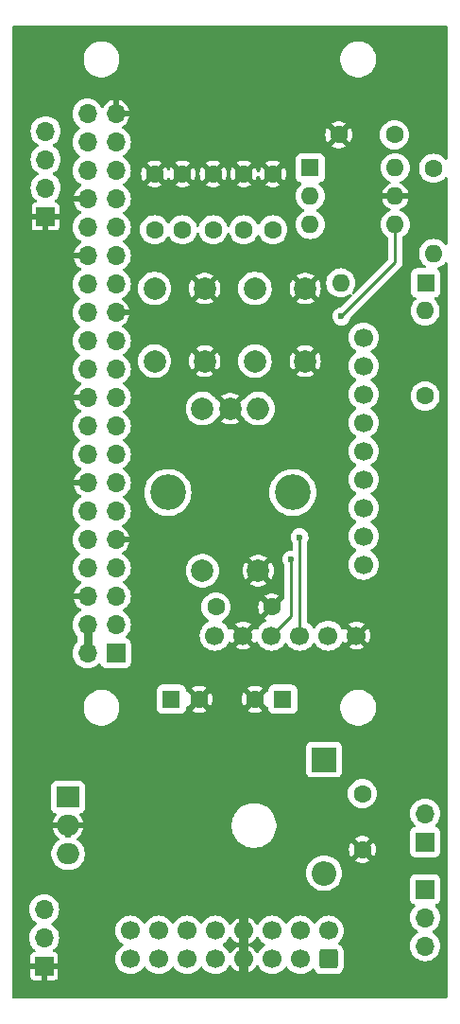
<source format=gbr>
%TF.GenerationSoftware,KiCad,Pcbnew,8.0.7*%
%TF.CreationDate,2025-02-20T21:39:26+00:00*%
%TF.ProjectId,RPi-MiniDexed-EuroRack,5250692d-4d69-46e6-9944-657865642d45,rev?*%
%TF.SameCoordinates,Original*%
%TF.FileFunction,Copper,L2,Bot*%
%TF.FilePolarity,Positive*%
%FSLAX46Y46*%
G04 Gerber Fmt 4.6, Leading zero omitted, Abs format (unit mm)*
G04 Created by KiCad (PCBNEW 8.0.7) date 2025-02-20 21:39:26*
%MOMM*%
%LPD*%
G01*
G04 APERTURE LIST*
G04 Aperture macros list*
%AMRoundRect*
0 Rectangle with rounded corners*
0 $1 Rounding radius*
0 $2 $3 $4 $5 $6 $7 $8 $9 X,Y pos of 4 corners*
0 Add a 4 corners polygon primitive as box body*
4,1,4,$2,$3,$4,$5,$6,$7,$8,$9,$2,$3,0*
0 Add four circle primitives for the rounded corners*
1,1,$1+$1,$2,$3*
1,1,$1+$1,$4,$5*
1,1,$1+$1,$6,$7*
1,1,$1+$1,$8,$9*
0 Add four rect primitives between the rounded corners*
20,1,$1+$1,$2,$3,$4,$5,0*
20,1,$1+$1,$4,$5,$6,$7,0*
20,1,$1+$1,$6,$7,$8,$9,0*
20,1,$1+$1,$8,$9,$2,$3,0*%
G04 Aperture macros list end*
%TA.AperFunction,ComponentPad*%
%ADD10R,1.700000X1.700000*%
%TD*%
%TA.AperFunction,ComponentPad*%
%ADD11O,1.700000X1.700000*%
%TD*%
%TA.AperFunction,ComponentPad*%
%ADD12O,2.000000X1.905000*%
%TD*%
%TA.AperFunction,ComponentPad*%
%ADD13R,2.000000X1.905000*%
%TD*%
%TA.AperFunction,ComponentPad*%
%ADD14R,1.600000X1.600000*%
%TD*%
%TA.AperFunction,ComponentPad*%
%ADD15O,1.600000X1.600000*%
%TD*%
%TA.AperFunction,ComponentPad*%
%ADD16O,2.000000X2.000000*%
%TD*%
%TA.AperFunction,ComponentPad*%
%ADD17C,2.000000*%
%TD*%
%TA.AperFunction,ComponentPad*%
%ADD18C,3.200000*%
%TD*%
%TA.AperFunction,ComponentPad*%
%ADD19C,1.600000*%
%TD*%
%TA.AperFunction,ComponentPad*%
%ADD20O,2.200000X2.200000*%
%TD*%
%TA.AperFunction,ComponentPad*%
%ADD21R,2.200000X2.200000*%
%TD*%
%TA.AperFunction,ComponentPad*%
%ADD22RoundRect,0.250000X0.600000X-0.600000X0.600000X0.600000X-0.600000X0.600000X-0.600000X-0.600000X0*%
%TD*%
%TA.AperFunction,ComponentPad*%
%ADD23C,1.700000*%
%TD*%
%TA.AperFunction,ViaPad*%
%ADD24C,0.600000*%
%TD*%
%TA.AperFunction,Conductor*%
%ADD25C,0.250000*%
%TD*%
%TA.AperFunction,Conductor*%
%ADD26C,0.800000*%
%TD*%
%TA.AperFunction,Conductor*%
%ADD27C,0.400000*%
%TD*%
G04 APERTURE END LIST*
D10*
%TO.P,J9,1,Pin_1*%
%TO.N,GND*%
X53350000Y-134625000D03*
D11*
%TO.P,J9,2,Pin_2*%
%TO.N,+5V*%
X53350000Y-132085000D03*
%TO.P,J9,3,Pin_3*%
%TO.N,+12V*%
X53350000Y-129545000D03*
%TD*%
D12*
%TO.P,U2,3,OUT*%
%TO.N,+5V*%
X55500000Y-124580000D03*
%TO.P,U2,2,GND*%
%TO.N,GND*%
X55500000Y-122040000D03*
D13*
%TO.P,U2,1,IN*%
%TO.N,+12V*%
X55500000Y-119500000D03*
%TD*%
%TO.P,U3,1,IN*%
%TO.N,+12V*%
X55500000Y-119500000D03*
D12*
%TO.P,U3,2,GND*%
%TO.N,GND*%
X55500000Y-122040000D03*
%TO.P,U3,3,OUT*%
%TO.N,+5V*%
X55500000Y-124580000D03*
%TD*%
D14*
%TO.P,U1,1*%
%TO.N,Net-(D1-K)*%
X77200000Y-63200000D03*
D15*
%TO.P,U1,2*%
%TO.N,Net-(D1-A)*%
X77200000Y-65740000D03*
%TO.P,U1,3*%
%TO.N,unconnected-(U1-Pad3)*%
X77200000Y-68280000D03*
%TO.P,U1,4*%
%TO.N,/GPIO15(RXD0)*%
X84820000Y-68280000D03*
%TO.P,U1,5*%
%TO.N,GND*%
X84820000Y-65740000D03*
%TO.P,U1,6*%
%TO.N,+3V3*%
X84820000Y-63200000D03*
%TD*%
D16*
%TO.P,SW1,A,A*%
%TO.N,/GPIO9(SPI0_MISO)*%
X72540000Y-84750000D03*
D17*
%TO.P,SW1,B,B*%
%TO.N,/GPIO10(SPI0_MOSI)*%
X67540000Y-84750000D03*
%TO.P,SW1,C,C*%
%TO.N,GND*%
X70040000Y-84750000D03*
D18*
%TO.P,SW1,MP*%
%TO.N,N/C*%
X75640000Y-92250000D03*
X64440000Y-92250000D03*
D17*
%TO.P,SW1,S1,S1*%
%TO.N,/GPIO11(SPI0_SCK)*%
X67540000Y-99250000D03*
%TO.P,SW1,S2,S2*%
%TO.N,GND*%
X72540000Y-99250000D03*
%TD*%
D19*
%TO.P,C7,1*%
%TO.N,GND*%
X65750000Y-63750000D03*
%TO.P,C7,2*%
%TO.N,/GPIO6*%
X65750000Y-68750000D03*
%TD*%
%TO.P,C2,1*%
%TO.N,/GPIO9(SPI0_MISO)*%
X68500000Y-68750000D03*
%TO.P,C2,2*%
%TO.N,GND*%
X68500000Y-63750000D03*
%TD*%
%TO.P,C5,1*%
%TO.N,GND*%
X73750000Y-102500000D03*
%TO.P,C5,2*%
%TO.N,+5V*%
X68750000Y-102500000D03*
%TD*%
D10*
%TO.P,J2,1,Pin_1*%
%TO.N,GND*%
X53486000Y-67560000D03*
D11*
%TO.P,J2,2,Pin_2*%
%TO.N,+5V*%
X53486000Y-65020000D03*
%TO.P,J2,3,Pin_3*%
%TO.N,/GPIO3(SCL1)*%
X53486000Y-62480000D03*
%TO.P,J2,4,Pin_4*%
%TO.N,/GPIO2(SDA1)*%
X53486000Y-59940000D03*
%TD*%
D10*
%TO.P,J7,1,Pin_1*%
%TO.N,Net-(J7-Pin_1)*%
X87500000Y-123525000D03*
D11*
%TO.P,J7,2,Pin_2*%
%TO.N,Net-(D1-A)*%
X87500000Y-120985000D03*
%TD*%
D19*
%TO.P,C1,1*%
%TO.N,+3V3*%
X84750000Y-60250000D03*
%TO.P,C1,2*%
%TO.N,GND*%
X79750000Y-60250000D03*
%TD*%
%TO.P,R2,1*%
%TO.N,+3V3*%
X88250000Y-63250000D03*
D15*
%TO.P,R2,2*%
%TO.N,/GPIO15(RXD0)*%
X88250000Y-70870000D03*
%TD*%
D19*
%TO.P,C4,1*%
%TO.N,/GPIO11(SPI0_SCK)*%
X73850000Y-68750000D03*
%TO.P,C4,2*%
%TO.N,GND*%
X73850000Y-63750000D03*
%TD*%
D10*
%TO.P,J6,1,Pin_1*%
%TO.N,Net-(J6-Pin_1)*%
X87500000Y-127750000D03*
D11*
%TO.P,J6,2,Pin_2*%
%TO.N,Net-(A1-LOUT)*%
X87500000Y-130290000D03*
%TO.P,J6,3,Pin_3*%
%TO.N,Net-(A1-ROUT)*%
X87500000Y-132830000D03*
%TD*%
D19*
%TO.P,C6,1*%
%TO.N,GND*%
X63250000Y-63750000D03*
%TO.P,C6,2*%
%TO.N,/GPIO5*%
X63250000Y-68750000D03*
%TD*%
%TO.P,R1,1*%
%TO.N,Net-(J7-Pin_1)*%
X87500000Y-83620000D03*
D15*
%TO.P,R1,2*%
%TO.N,Net-(D1-K)*%
X87500000Y-76000000D03*
%TD*%
D19*
%TO.P,C3,1*%
%TO.N,/GPIO10(SPI0_MOSI)*%
X71250000Y-68750000D03*
%TO.P,C3,2*%
%TO.N,GND*%
X71250000Y-63750000D03*
%TD*%
D17*
%TO.P,SW3,1,1*%
%TO.N,GND*%
X76750000Y-74000000D03*
X76750000Y-80500000D03*
%TO.P,SW3,2,2*%
%TO.N,/GPIO6*%
X72250000Y-74000000D03*
X72250000Y-80500000D03*
%TD*%
%TO.P,SW2,1,1*%
%TO.N,GND*%
X67750000Y-74000000D03*
X67750000Y-80500000D03*
%TO.P,SW2,2,2*%
%TO.N,/GPIO5*%
X63250000Y-74000000D03*
X63250000Y-80500000D03*
%TD*%
D14*
%TO.P,D1,1,K*%
%TO.N,Net-(D1-K)*%
X87560000Y-73500000D03*
D15*
%TO.P,D1,2,A*%
%TO.N,Net-(D1-A)*%
X79940000Y-73500000D03*
%TD*%
D20*
%TO.P,D2,2,A*%
%TO.N,Net-(D2-A)*%
X78450000Y-126305000D03*
D21*
%TO.P,D2,1,K*%
%TO.N,+12V*%
X78450000Y-116145000D03*
%TD*%
D10*
%TO.P,P1,1,Pin_1*%
%TO.N,+3V3*%
X59770000Y-106630000D03*
D11*
%TO.P,P1,2,Pin_2*%
%TO.N,+5V*%
X57230000Y-106630000D03*
%TO.P,P1,3,Pin_3*%
%TO.N,/GPIO2(SDA1)*%
X59770000Y-104090000D03*
%TO.P,P1,4,Pin_4*%
%TO.N,+5V*%
X57230000Y-104090000D03*
%TO.P,P1,5,Pin_5*%
%TO.N,/GPIO3(SCL1)*%
X59770000Y-101550000D03*
%TO.P,P1,6,Pin_6*%
%TO.N,GND*%
X57230000Y-101550000D03*
%TO.P,P1,7,Pin_7*%
%TO.N,/GPIO4(GCLK)*%
X59770000Y-99010000D03*
%TO.P,P1,8,Pin_8*%
%TO.N,/GPIO14(TXD0)*%
X57230000Y-99010000D03*
%TO.P,P1,9,Pin_9*%
%TO.N,GND*%
X59770000Y-96470000D03*
%TO.P,P1,10,Pin_10*%
%TO.N,/GPIO15(RXD0)*%
X57230000Y-96470000D03*
%TO.P,P1,11,Pin_11*%
%TO.N,/GPIO17(GEN0)*%
X59770000Y-93930000D03*
%TO.P,P1,12,Pin_12*%
%TO.N,/GPIO18(GEN1)(PWM0)*%
X57230000Y-93930000D03*
%TO.P,P1,13,Pin_13*%
%TO.N,/GPIO27(GEN2)*%
X59770000Y-91390000D03*
%TO.P,P1,14,Pin_14*%
%TO.N,GND*%
X57230000Y-91390000D03*
%TO.P,P1,15,Pin_15*%
%TO.N,/GPIO22(GEN3)*%
X59770000Y-88850000D03*
%TO.P,P1,16,Pin_16*%
%TO.N,/GPIO23(GEN4)*%
X57230000Y-88850000D03*
%TO.P,P1,17,Pin_17*%
%TO.N,+3V3*%
X59770000Y-86310000D03*
%TO.P,P1,18,Pin_18*%
%TO.N,/GPIO24(GEN5)*%
X57230000Y-86310000D03*
%TO.P,P1,19,Pin_19*%
%TO.N,/GPIO10(SPI0_MOSI)*%
X59770000Y-83770000D03*
%TO.P,P1,20,Pin_20*%
%TO.N,GND*%
X57230000Y-83770000D03*
%TO.P,P1,21,Pin_21*%
%TO.N,/GPIO9(SPI0_MISO)*%
X59770000Y-81230000D03*
%TO.P,P1,22,Pin_22*%
%TO.N,/GPIO25(GEN6)*%
X57230000Y-81230000D03*
%TO.P,P1,23,Pin_23*%
%TO.N,/GPIO11(SPI0_SCK)*%
X59770000Y-78690000D03*
%TO.P,P1,24,Pin_24*%
%TO.N,/GPIO8(SPI0_CE_N)*%
X57230000Y-78690000D03*
%TO.P,P1,25,Pin_25*%
%TO.N,GND*%
X59770000Y-76150000D03*
%TO.P,P1,26,Pin_26*%
%TO.N,/GPIO7(SPI1_CE_N)*%
X57230000Y-76150000D03*
%TO.P,P1,27,Pin_27*%
%TO.N,/ID_SD*%
X59770000Y-73610000D03*
%TO.P,P1,28,Pin_28*%
%TO.N,/ID_SC*%
X57230000Y-73610000D03*
%TO.P,P1,29,Pin_29*%
%TO.N,/GPIO5*%
X59770000Y-71070000D03*
%TO.P,P1,30,Pin_30*%
%TO.N,GND*%
X57230000Y-71070000D03*
%TO.P,P1,31,Pin_31*%
%TO.N,/GPIO6*%
X59770000Y-68530000D03*
%TO.P,P1,32,Pin_32*%
%TO.N,/GPIO12(PWM0)*%
X57230000Y-68530000D03*
%TO.P,P1,33,Pin_33*%
%TO.N,/GPIO13(PWM1)*%
X59770000Y-65990000D03*
%TO.P,P1,34,Pin_34*%
%TO.N,GND*%
X57230000Y-65990000D03*
%TO.P,P1,35,Pin_35*%
%TO.N,/GPIO19(SPI1_MISO)*%
X59770000Y-63450000D03*
%TO.P,P1,36,Pin_36*%
%TO.N,/GPIO16*%
X57230000Y-63450000D03*
%TO.P,P1,37,Pin_37*%
%TO.N,/GPIO26*%
X59770000Y-60910000D03*
%TO.P,P1,38,Pin_38*%
%TO.N,/GPIO20(SPI1_MOSI)*%
X57230000Y-60910000D03*
%TO.P,P1,39,Pin_39*%
%TO.N,GND*%
X59770000Y-58370000D03*
%TO.P,P1,40,Pin_40*%
%TO.N,/GPIO21(SPI1_SCK)*%
X57230000Y-58370000D03*
%TD*%
D14*
%TO.P,C9,1*%
%TO.N,+5V*%
X74750000Y-110750000D03*
D19*
%TO.P,C9,2*%
%TO.N,GND*%
X72250000Y-110750000D03*
%TD*%
D22*
%TO.P,J8,1,Pin_1*%
%TO.N,unconnected-(J8-Pin_1-Pad1)*%
X78870000Y-134000000D03*
D23*
%TO.P,J8,2,Pin_2*%
%TO.N,unconnected-(J8-Pin_2-Pad2)*%
X78870000Y-131460000D03*
%TO.P,J8,3,Pin_3*%
%TO.N,unconnected-(J8-Pin_3-Pad3)*%
X76330000Y-134000000D03*
%TO.P,J8,4,Pin_4*%
%TO.N,unconnected-(J8-Pin_4-Pad4)*%
X76330000Y-131460000D03*
%TO.P,J8,5,Pin_5*%
%TO.N,unconnected-(J8-Pin_5-Pad5)*%
X73790000Y-134000000D03*
%TO.P,J8,6,Pin_6*%
%TO.N,unconnected-(J8-Pin_6-Pad6)*%
X73790000Y-131460000D03*
%TO.P,J8,7,Pin_7*%
%TO.N,GND*%
X71250000Y-134000000D03*
%TO.P,J8,8,Pin_8*%
X71250000Y-131460000D03*
%TO.P,J8,9,Pin_9*%
%TO.N,Net-(D2-A)*%
X68710000Y-134000000D03*
%TO.P,J8,10,Pin_10*%
X68710000Y-131460000D03*
%TO.P,J8,11,Pin_11*%
%TO.N,unconnected-(J8-Pin_11-Pad11)*%
X66170000Y-134000000D03*
%TO.P,J8,12,Pin_12*%
%TO.N,unconnected-(J8-Pin_12-Pad12)*%
X66170000Y-131460000D03*
%TO.P,J8,13,Pin_13*%
%TO.N,unconnected-(J8-Pin_13-Pad13)*%
X63630000Y-134000000D03*
%TO.P,J8,14,Pin_14*%
%TO.N,unconnected-(J8-Pin_14-Pad14)*%
X63630000Y-131460000D03*
%TO.P,J8,15,Pin_15*%
%TO.N,unconnected-(J8-Pin_15-Pad15)*%
X61090000Y-134000000D03*
%TO.P,J8,16,Pin_16*%
%TO.N,unconnected-(J8-Pin_16-Pad16)*%
X61090000Y-131460000D03*
%TD*%
D19*
%TO.P,C10,1*%
%TO.N,+5V*%
X81875000Y-119200000D03*
%TO.P,C10,2*%
%TO.N,GND*%
X81875000Y-124200000D03*
%TD*%
D14*
%TO.P,C8,1*%
%TO.N,+12V*%
X64750000Y-110750000D03*
D19*
%TO.P,C8,2*%
%TO.N,GND*%
X67250000Y-110750000D03*
%TD*%
D23*
%TO.P,A1,1,SCK*%
%TO.N,GND*%
X81350000Y-105055000D03*
%TO.P,A1,2,BCK*%
%TO.N,/GPIO18(GEN1)(PWM0)*%
X78810000Y-105055000D03*
%TO.P,A1,3,DIN*%
%TO.N,/GPIO21(SPI1_SCK)*%
X76270000Y-105055000D03*
%TO.P,A1,4,LCK*%
%TO.N,/GPIO19(SPI1_MISO)*%
X73730000Y-105055000D03*
%TO.P,A1,5,GND*%
%TO.N,GND*%
X71190000Y-105055000D03*
%TO.P,A1,6,VIN*%
%TO.N,+5V*%
X68650000Y-105055000D03*
%TO.P,A1,7,LOUT*%
%TO.N,Net-(A1-LOUT)*%
X81985000Y-78385000D03*
%TO.P,A1,8,AGND*%
%TO.N,Net-(J6-Pin_1)*%
X81985000Y-80925000D03*
%TO.P,A1,9,ROUT*%
%TO.N,Net-(A1-ROUT)*%
X81985000Y-83465000D03*
%TO.P,A1,10,AGND*%
%TO.N,unconnected-(A1-AGND-Pad10)*%
X81985000Y-86005000D03*
%TO.P,A1,11,A3V3*%
%TO.N,unconnected-(A1-A3V3-Pad11)*%
X81985000Y-88545000D03*
%TO.P,A1,12,FMT*%
%TO.N,unconnected-(A1-FMT-Pad12)*%
X81985000Y-91085000D03*
%TO.P,A1,13,XSMT*%
%TO.N,unconnected-(A1-XSMT-Pad13)*%
X81985000Y-93625000D03*
%TO.P,A1,14,DEMP*%
%TO.N,unconnected-(A1-DEMP-Pad14)*%
X81985000Y-96165000D03*
%TO.P,A1,15,FLT*%
%TO.N,unconnected-(A1-FLT-Pad15)*%
X81985000Y-98705000D03*
%TD*%
D24*
%TO.N,/GPIO19(SPI1_MISO)*%
X75500000Y-98250000D03*
%TO.N,/GPIO21(SPI1_SCK)*%
X76250000Y-96250000D03*
%TO.N,/GPIO15(RXD0)*%
X80000000Y-76500000D03*
%TD*%
D25*
%TO.N,/GPIO19(SPI1_MISO)*%
X75500000Y-98250000D02*
X75500000Y-103285000D01*
X75500000Y-103285000D02*
X73730000Y-105055000D01*
%TO.N,/GPIO21(SPI1_SCK)*%
X76270000Y-96270000D02*
X76270000Y-105055000D01*
X76250000Y-96250000D02*
X76270000Y-96270000D01*
D26*
%TO.N,+5V*%
X57230000Y-104090000D02*
X57230000Y-106630000D01*
D27*
%TO.N,+3V3*%
X59770000Y-106630000D02*
X59770000Y-106730000D01*
D25*
%TO.N,/GPIO15(RXD0)*%
X84820000Y-71680000D02*
X84820000Y-68280000D01*
X80000000Y-76500000D02*
X84820000Y-71680000D01*
%TD*%
%TA.AperFunction,Conductor*%
%TO.N,GND*%
G36*
X71650000Y-132658915D02*
G01*
X71667560Y-132682965D01*
X71673857Y-132662135D01*
X71725232Y-132617618D01*
X71877387Y-132546666D01*
X72056554Y-132421212D01*
X72211212Y-132266554D01*
X72336665Y-132087389D01*
X72352172Y-132054135D01*
X72398345Y-132001695D01*
X72465538Y-131982543D01*
X72532419Y-132002758D01*
X72576936Y-132054133D01*
X72591330Y-132085000D01*
X72615965Y-132137830D01*
X72615967Y-132137834D01*
X72724281Y-132292521D01*
X72751501Y-132331396D01*
X72751506Y-132331402D01*
X72918597Y-132498493D01*
X72918603Y-132498498D01*
X73104158Y-132628425D01*
X73147783Y-132683002D01*
X73154977Y-132752500D01*
X73123454Y-132814855D01*
X73104158Y-132831575D01*
X72918597Y-132961505D01*
X72751505Y-133128597D01*
X72615966Y-133322168D01*
X72576936Y-133405867D01*
X72530763Y-133458306D01*
X72463569Y-133477457D01*
X72396688Y-133457241D01*
X72352171Y-133405864D01*
X72336665Y-133372611D01*
X72336664Y-133372608D01*
X72211216Y-133193450D01*
X72211211Y-133193444D01*
X72056554Y-133038787D01*
X71877387Y-132913333D01*
X71725232Y-132842382D01*
X71672793Y-132796210D01*
X71666417Y-132773843D01*
X71650000Y-132803076D01*
X71650000Y-133692894D01*
X71557007Y-133599901D01*
X71442993Y-133534075D01*
X71315826Y-133500000D01*
X71184174Y-133500000D01*
X71057007Y-133534075D01*
X70942993Y-133599901D01*
X70850000Y-133692894D01*
X70850000Y-132801083D01*
X70832439Y-132777032D01*
X70826142Y-132797865D01*
X70774767Y-132842382D01*
X70622612Y-132913333D01*
X70622608Y-132913335D01*
X70443450Y-133038783D01*
X70443444Y-133038788D01*
X70288788Y-133193444D01*
X70288783Y-133193450D01*
X70163335Y-133372608D01*
X70163333Y-133372612D01*
X70147827Y-133405866D01*
X70101654Y-133458305D01*
X70034461Y-133477457D01*
X69967580Y-133457241D01*
X69923063Y-133405866D01*
X69884035Y-133322171D01*
X69884034Y-133322169D01*
X69748494Y-133128597D01*
X69581402Y-132961506D01*
X69581396Y-132961501D01*
X69395842Y-132831575D01*
X69352217Y-132776998D01*
X69345023Y-132707500D01*
X69376546Y-132645145D01*
X69395842Y-132628425D01*
X69509752Y-132548664D01*
X69581401Y-132498495D01*
X69748495Y-132331401D01*
X69884035Y-132137830D01*
X69923064Y-132054130D01*
X69969233Y-132001695D01*
X70036427Y-131982543D01*
X70103308Y-132002758D01*
X70147825Y-132054133D01*
X70163330Y-132087382D01*
X70163332Y-132087386D01*
X70288787Y-132266554D01*
X70443445Y-132421212D01*
X70622612Y-132546667D01*
X70774767Y-132617618D01*
X70827206Y-132663790D01*
X70833580Y-132686155D01*
X70850000Y-132656919D01*
X70850000Y-131767106D01*
X70942993Y-131860099D01*
X71057007Y-131925925D01*
X71184174Y-131960000D01*
X71315826Y-131960000D01*
X71442993Y-131925925D01*
X71557007Y-131860099D01*
X71650000Y-131767106D01*
X71650000Y-132658915D01*
G37*
%TD.AperFunction*%
%TA.AperFunction,Conductor*%
G36*
X55750000Y-123003000D02*
G01*
X55730315Y-123070039D01*
X55677511Y-123115794D01*
X55626000Y-123127000D01*
X55374000Y-123127000D01*
X55306961Y-123107315D01*
X55261206Y-123054511D01*
X55250000Y-123003000D01*
X55250000Y-122530747D01*
X55287708Y-122552518D01*
X55427591Y-122590000D01*
X55572409Y-122590000D01*
X55712292Y-122552518D01*
X55750000Y-122530747D01*
X55750000Y-123003000D01*
G37*
%TD.AperFunction*%
%TA.AperFunction,Conductor*%
G36*
X89442539Y-50520185D02*
G01*
X89488294Y-50572989D01*
X89499500Y-50624500D01*
X89499500Y-62373839D01*
X89479815Y-62440878D01*
X89427011Y-62486633D01*
X89357853Y-62496577D01*
X89294297Y-62467552D01*
X89273925Y-62444962D01*
X89250045Y-62410858D01*
X89089141Y-62249954D01*
X88902734Y-62119432D01*
X88902732Y-62119431D01*
X88696497Y-62023261D01*
X88696488Y-62023258D01*
X88476697Y-61964366D01*
X88476693Y-61964365D01*
X88476692Y-61964365D01*
X88476691Y-61964364D01*
X88476686Y-61964364D01*
X88250002Y-61944532D01*
X88249998Y-61944532D01*
X88023313Y-61964364D01*
X88023302Y-61964366D01*
X87803511Y-62023258D01*
X87803502Y-62023261D01*
X87597267Y-62119431D01*
X87597265Y-62119432D01*
X87410858Y-62249954D01*
X87249954Y-62410858D01*
X87119432Y-62597265D01*
X87119431Y-62597267D01*
X87023261Y-62803502D01*
X87023258Y-62803511D01*
X86964366Y-63023302D01*
X86964364Y-63023313D01*
X86944532Y-63249998D01*
X86944532Y-63250001D01*
X86964364Y-63476686D01*
X86964366Y-63476697D01*
X87023258Y-63696488D01*
X87023261Y-63696497D01*
X87119431Y-63902732D01*
X87119432Y-63902734D01*
X87249954Y-64089141D01*
X87410858Y-64250045D01*
X87410861Y-64250047D01*
X87597266Y-64380568D01*
X87803504Y-64476739D01*
X88023308Y-64535635D01*
X88185230Y-64549801D01*
X88249998Y-64555468D01*
X88250000Y-64555468D01*
X88250002Y-64555468D01*
X88306673Y-64550509D01*
X88476692Y-64535635D01*
X88696496Y-64476739D01*
X88902734Y-64380568D01*
X89089139Y-64250047D01*
X89250047Y-64089139D01*
X89273925Y-64055036D01*
X89328500Y-64011412D01*
X89397999Y-64004218D01*
X89460354Y-64035740D01*
X89495768Y-64095969D01*
X89499500Y-64126160D01*
X89499500Y-69993839D01*
X89479815Y-70060878D01*
X89427011Y-70106633D01*
X89357853Y-70116577D01*
X89294297Y-70087552D01*
X89273925Y-70064962D01*
X89250045Y-70030858D01*
X89089141Y-69869954D01*
X88902734Y-69739432D01*
X88902732Y-69739431D01*
X88696497Y-69643261D01*
X88696488Y-69643258D01*
X88476697Y-69584366D01*
X88476693Y-69584365D01*
X88476692Y-69584365D01*
X88476691Y-69584364D01*
X88476686Y-69584364D01*
X88250002Y-69564532D01*
X88249998Y-69564532D01*
X88023313Y-69584364D01*
X88023302Y-69584366D01*
X87803511Y-69643258D01*
X87803502Y-69643261D01*
X87597267Y-69739431D01*
X87597265Y-69739432D01*
X87410858Y-69869954D01*
X87249954Y-70030858D01*
X87119432Y-70217265D01*
X87119431Y-70217267D01*
X87023261Y-70423502D01*
X87023258Y-70423511D01*
X86964366Y-70643302D01*
X86964364Y-70643313D01*
X86944532Y-70869998D01*
X86944532Y-70870001D01*
X86964364Y-71096686D01*
X86964366Y-71096697D01*
X87023258Y-71316488D01*
X87023261Y-71316497D01*
X87119431Y-71522732D01*
X87119432Y-71522734D01*
X87249954Y-71709141D01*
X87410858Y-71870045D01*
X87410861Y-71870047D01*
X87512767Y-71941402D01*
X87559216Y-71973925D01*
X87602841Y-72028501D01*
X87610035Y-72098000D01*
X87578513Y-72160354D01*
X87518283Y-72195769D01*
X87488093Y-72199500D01*
X86712129Y-72199500D01*
X86712123Y-72199501D01*
X86652516Y-72205908D01*
X86517671Y-72256202D01*
X86517664Y-72256206D01*
X86402455Y-72342452D01*
X86402452Y-72342455D01*
X86316206Y-72457664D01*
X86316202Y-72457671D01*
X86265908Y-72592517D01*
X86259501Y-72652116D01*
X86259501Y-72652123D01*
X86259500Y-72652135D01*
X86259500Y-74347870D01*
X86259501Y-74347876D01*
X86265908Y-74407483D01*
X86316202Y-74542328D01*
X86316206Y-74542335D01*
X86402452Y-74657544D01*
X86402455Y-74657547D01*
X86517664Y-74743793D01*
X86517673Y-74743798D01*
X86628743Y-74785224D01*
X86684677Y-74827095D01*
X86709095Y-74892559D01*
X86694244Y-74960832D01*
X86663849Y-74995096D01*
X86665006Y-74996474D01*
X86660861Y-74999951D01*
X86499954Y-75160858D01*
X86369432Y-75347265D01*
X86369431Y-75347267D01*
X86273261Y-75553502D01*
X86273258Y-75553511D01*
X86214366Y-75773302D01*
X86214364Y-75773313D01*
X86194532Y-75999998D01*
X86194532Y-76000001D01*
X86214364Y-76226686D01*
X86214366Y-76226697D01*
X86273258Y-76446488D01*
X86273261Y-76446497D01*
X86369431Y-76652732D01*
X86369432Y-76652734D01*
X86499954Y-76839141D01*
X86660858Y-77000045D01*
X86660861Y-77000047D01*
X86847266Y-77130568D01*
X87053504Y-77226739D01*
X87053509Y-77226740D01*
X87053511Y-77226741D01*
X87090556Y-77236667D01*
X87273308Y-77285635D01*
X87435230Y-77299801D01*
X87499998Y-77305468D01*
X87500000Y-77305468D01*
X87500002Y-77305468D01*
X87556673Y-77300509D01*
X87726692Y-77285635D01*
X87946496Y-77226739D01*
X88152734Y-77130568D01*
X88339139Y-77000047D01*
X88500047Y-76839139D01*
X88630568Y-76652734D01*
X88726739Y-76446496D01*
X88785635Y-76226692D01*
X88805468Y-76000000D01*
X88785635Y-75773308D01*
X88726739Y-75553504D01*
X88630568Y-75347266D01*
X88500047Y-75160861D01*
X88500045Y-75160858D01*
X88348986Y-75009799D01*
X88315501Y-74948476D01*
X88320485Y-74878784D01*
X88362357Y-74822851D01*
X88423414Y-74798828D01*
X88467483Y-74794091D01*
X88602331Y-74743796D01*
X88717546Y-74657546D01*
X88803796Y-74542331D01*
X88854091Y-74407483D01*
X88860500Y-74347873D01*
X88860499Y-72652128D01*
X88854091Y-72592517D01*
X88846254Y-72571506D01*
X88803797Y-72457671D01*
X88803793Y-72457664D01*
X88717547Y-72342455D01*
X88673017Y-72309119D01*
X88631146Y-72253184D01*
X88626163Y-72183493D01*
X88659649Y-72122170D01*
X88694924Y-72097471D01*
X88696490Y-72096740D01*
X88696496Y-72096739D01*
X88902734Y-72000568D01*
X89089139Y-71870047D01*
X89250047Y-71709139D01*
X89273925Y-71675036D01*
X89328500Y-71631412D01*
X89397999Y-71624218D01*
X89460354Y-71655740D01*
X89495768Y-71715969D01*
X89499500Y-71746160D01*
X89499500Y-137375500D01*
X89479815Y-137442539D01*
X89427011Y-137488294D01*
X89375500Y-137499500D01*
X50624500Y-137499500D01*
X50557461Y-137479815D01*
X50511706Y-137427011D01*
X50500500Y-137375500D01*
X50500500Y-129544999D01*
X51994341Y-129544999D01*
X51994341Y-129545000D01*
X52014936Y-129780403D01*
X52014938Y-129780413D01*
X52076094Y-130008655D01*
X52076096Y-130008659D01*
X52076097Y-130008663D01*
X52097516Y-130054596D01*
X52175965Y-130222830D01*
X52175967Y-130222834D01*
X52311501Y-130416395D01*
X52311506Y-130416402D01*
X52478597Y-130583493D01*
X52478603Y-130583498D01*
X52664158Y-130713425D01*
X52707783Y-130768002D01*
X52714977Y-130837500D01*
X52683454Y-130899855D01*
X52664158Y-130916575D01*
X52478597Y-131046505D01*
X52311505Y-131213597D01*
X52175965Y-131407169D01*
X52175964Y-131407171D01*
X52076098Y-131621335D01*
X52076094Y-131621344D01*
X52014938Y-131849586D01*
X52014936Y-131849596D01*
X51994341Y-132084999D01*
X51994341Y-132085000D01*
X52014936Y-132320403D01*
X52014938Y-132320413D01*
X52076094Y-132548655D01*
X52076096Y-132548659D01*
X52076097Y-132548663D01*
X52140211Y-132686155D01*
X52175965Y-132762830D01*
X52175967Y-132762834D01*
X52231668Y-132842382D01*
X52311505Y-132956401D01*
X52478599Y-133123495D01*
X52478601Y-133123496D01*
X52478603Y-133123498D01*
X52518260Y-133151266D01*
X52561885Y-133205842D01*
X52569079Y-133275341D01*
X52537556Y-133337696D01*
X52477327Y-133373110D01*
X52466534Y-133375314D01*
X52374855Y-133389833D01*
X52374844Y-133389837D01*
X52261958Y-133447356D01*
X52261949Y-133447363D01*
X52172363Y-133536949D01*
X52172360Y-133536953D01*
X52114833Y-133649855D01*
X52100000Y-133743513D01*
X52100000Y-134375000D01*
X52916988Y-134375000D01*
X52884075Y-134432007D01*
X52850000Y-134559174D01*
X52850000Y-134690826D01*
X52884075Y-134817993D01*
X52916988Y-134875000D01*
X52100001Y-134875000D01*
X52100001Y-135506479D01*
X52114835Y-135600149D01*
X52114837Y-135600155D01*
X52172356Y-135713041D01*
X52172363Y-135713050D01*
X52261949Y-135802636D01*
X52261953Y-135802639D01*
X52374855Y-135860166D01*
X52468514Y-135874999D01*
X53099999Y-135874999D01*
X53100000Y-135874998D01*
X53100000Y-135058012D01*
X53157007Y-135090925D01*
X53284174Y-135125000D01*
X53415826Y-135125000D01*
X53542993Y-135090925D01*
X53600000Y-135058012D01*
X53600000Y-135874999D01*
X54231479Y-135874999D01*
X54325149Y-135860164D01*
X54325155Y-135860162D01*
X54438041Y-135802643D01*
X54438050Y-135802636D01*
X54527636Y-135713050D01*
X54527639Y-135713046D01*
X54585166Y-135600144D01*
X54600000Y-135506486D01*
X54600000Y-134875000D01*
X53783012Y-134875000D01*
X53815925Y-134817993D01*
X53850000Y-134690826D01*
X53850000Y-134559174D01*
X53815925Y-134432007D01*
X53783012Y-134375000D01*
X54599999Y-134375000D01*
X54599999Y-133743520D01*
X54585164Y-133649850D01*
X54585162Y-133649844D01*
X54527643Y-133536958D01*
X54527636Y-133536949D01*
X54438050Y-133447363D01*
X54438046Y-133447360D01*
X54325144Y-133389833D01*
X54233466Y-133375313D01*
X54170331Y-133345383D01*
X54133400Y-133286072D01*
X54134398Y-133216209D01*
X54173008Y-133157977D01*
X54181733Y-133151270D01*
X54221401Y-133123495D01*
X54388495Y-132956401D01*
X54524035Y-132762830D01*
X54623903Y-132548663D01*
X54685063Y-132320408D01*
X54705659Y-132085000D01*
X54685063Y-131849592D01*
X54623903Y-131621337D01*
X54548669Y-131459999D01*
X59734341Y-131459999D01*
X59734341Y-131460000D01*
X59754936Y-131695403D01*
X59754938Y-131695413D01*
X59816094Y-131923655D01*
X59816096Y-131923659D01*
X59816097Y-131923663D01*
X59891330Y-132085000D01*
X59915965Y-132137830D01*
X59915967Y-132137834D01*
X60024281Y-132292521D01*
X60051501Y-132331396D01*
X60051506Y-132331402D01*
X60218597Y-132498493D01*
X60218603Y-132498498D01*
X60404158Y-132628425D01*
X60447783Y-132683002D01*
X60454977Y-132752500D01*
X60423454Y-132814855D01*
X60404158Y-132831575D01*
X60218597Y-132961505D01*
X60051505Y-133128597D01*
X59915965Y-133322169D01*
X59915964Y-133322171D01*
X59816098Y-133536335D01*
X59816094Y-133536344D01*
X59754938Y-133764586D01*
X59754936Y-133764596D01*
X59734341Y-133999999D01*
X59734341Y-134000000D01*
X59754936Y-134235403D01*
X59754938Y-134235413D01*
X59816094Y-134463655D01*
X59816096Y-134463659D01*
X59816097Y-134463663D01*
X59876937Y-134594134D01*
X59915965Y-134677830D01*
X59915967Y-134677834D01*
X60014108Y-134817993D01*
X60051505Y-134871401D01*
X60218599Y-135038495D01*
X60261675Y-135068657D01*
X60412165Y-135174032D01*
X60412167Y-135174033D01*
X60412170Y-135174035D01*
X60626337Y-135273903D01*
X60854592Y-135335063D01*
X61031034Y-135350500D01*
X61089999Y-135355659D01*
X61090000Y-135355659D01*
X61090001Y-135355659D01*
X61148966Y-135350500D01*
X61325408Y-135335063D01*
X61553663Y-135273903D01*
X61767830Y-135174035D01*
X61961401Y-135038495D01*
X62128495Y-134871401D01*
X62258425Y-134685842D01*
X62313002Y-134642217D01*
X62382500Y-134635023D01*
X62444855Y-134666546D01*
X62461575Y-134685842D01*
X62591500Y-134871395D01*
X62591505Y-134871401D01*
X62758599Y-135038495D01*
X62801675Y-135068657D01*
X62952165Y-135174032D01*
X62952167Y-135174033D01*
X62952170Y-135174035D01*
X63166337Y-135273903D01*
X63394592Y-135335063D01*
X63571034Y-135350500D01*
X63629999Y-135355659D01*
X63630000Y-135355659D01*
X63630001Y-135355659D01*
X63688966Y-135350500D01*
X63865408Y-135335063D01*
X64093663Y-135273903D01*
X64307830Y-135174035D01*
X64501401Y-135038495D01*
X64668495Y-134871401D01*
X64798425Y-134685842D01*
X64853002Y-134642217D01*
X64922500Y-134635023D01*
X64984855Y-134666546D01*
X65001575Y-134685842D01*
X65131500Y-134871395D01*
X65131505Y-134871401D01*
X65298599Y-135038495D01*
X65341675Y-135068657D01*
X65492165Y-135174032D01*
X65492167Y-135174033D01*
X65492170Y-135174035D01*
X65706337Y-135273903D01*
X65934592Y-135335063D01*
X66111034Y-135350500D01*
X66169999Y-135355659D01*
X66170000Y-135355659D01*
X66170001Y-135355659D01*
X66228966Y-135350500D01*
X66405408Y-135335063D01*
X66633663Y-135273903D01*
X66847830Y-135174035D01*
X67041401Y-135038495D01*
X67208495Y-134871401D01*
X67338425Y-134685842D01*
X67393002Y-134642217D01*
X67462500Y-134635023D01*
X67524855Y-134666546D01*
X67541575Y-134685842D01*
X67671500Y-134871395D01*
X67671505Y-134871401D01*
X67838599Y-135038495D01*
X67881675Y-135068657D01*
X68032165Y-135174032D01*
X68032167Y-135174033D01*
X68032170Y-135174035D01*
X68246337Y-135273903D01*
X68474592Y-135335063D01*
X68651034Y-135350500D01*
X68709999Y-135355659D01*
X68710000Y-135355659D01*
X68710001Y-135355659D01*
X68768966Y-135350500D01*
X68945408Y-135335063D01*
X69173663Y-135273903D01*
X69387830Y-135174035D01*
X69581401Y-135038495D01*
X69748495Y-134871401D01*
X69884035Y-134677830D01*
X69923064Y-134594130D01*
X69969233Y-134541695D01*
X70036427Y-134522543D01*
X70103308Y-134542758D01*
X70147825Y-134594133D01*
X70163330Y-134627382D01*
X70163332Y-134627386D01*
X70288787Y-134806554D01*
X70443445Y-134961212D01*
X70622612Y-135086667D01*
X70820835Y-135179100D01*
X70820837Y-135179101D01*
X70850000Y-135186914D01*
X70850000Y-134307106D01*
X70942993Y-134400099D01*
X71057007Y-134465925D01*
X71184174Y-134500000D01*
X71315826Y-134500000D01*
X71442993Y-134465925D01*
X71557007Y-134400099D01*
X71650000Y-134307106D01*
X71650000Y-135186914D01*
X71679162Y-135179101D01*
X71679164Y-135179100D01*
X71877387Y-135086667D01*
X72056554Y-134961212D01*
X72211212Y-134806554D01*
X72336665Y-134627389D01*
X72352172Y-134594135D01*
X72398345Y-134541695D01*
X72465538Y-134522543D01*
X72532419Y-134542758D01*
X72576937Y-134594134D01*
X72615965Y-134677830D01*
X72615967Y-134677834D01*
X72714108Y-134817993D01*
X72751505Y-134871401D01*
X72918599Y-135038495D01*
X72961675Y-135068657D01*
X73112165Y-135174032D01*
X73112167Y-135174033D01*
X73112170Y-135174035D01*
X73326337Y-135273903D01*
X73554592Y-135335063D01*
X73731034Y-135350500D01*
X73789999Y-135355659D01*
X73790000Y-135355659D01*
X73790001Y-135355659D01*
X73848966Y-135350500D01*
X74025408Y-135335063D01*
X74253663Y-135273903D01*
X74467830Y-135174035D01*
X74661401Y-135038495D01*
X74828495Y-134871401D01*
X74958425Y-134685842D01*
X75013002Y-134642217D01*
X75082500Y-134635023D01*
X75144855Y-134666546D01*
X75161575Y-134685842D01*
X75291500Y-134871395D01*
X75291505Y-134871401D01*
X75458599Y-135038495D01*
X75501675Y-135068657D01*
X75652165Y-135174032D01*
X75652167Y-135174033D01*
X75652170Y-135174035D01*
X75866337Y-135273903D01*
X76094592Y-135335063D01*
X76271034Y-135350500D01*
X76329999Y-135355659D01*
X76330000Y-135355659D01*
X76330001Y-135355659D01*
X76388966Y-135350500D01*
X76565408Y-135335063D01*
X76793663Y-135273903D01*
X77007830Y-135174035D01*
X77201401Y-135038495D01*
X77368495Y-134871401D01*
X77368504Y-134871388D01*
X77369636Y-134870040D01*
X77370293Y-134869602D01*
X77372323Y-134867573D01*
X77372730Y-134867980D01*
X77427805Y-134831334D01*
X77497666Y-134830220D01*
X77557038Y-134867053D01*
X77582335Y-134910733D01*
X77585186Y-134919334D01*
X77677288Y-135068656D01*
X77801344Y-135192712D01*
X77950666Y-135284814D01*
X78117203Y-135339999D01*
X78219991Y-135350500D01*
X79520008Y-135350499D01*
X79622797Y-135339999D01*
X79789334Y-135284814D01*
X79938656Y-135192712D01*
X80062712Y-135068656D01*
X80154814Y-134919334D01*
X80209999Y-134752797D01*
X80220500Y-134650009D01*
X80220499Y-133349992D01*
X80209999Y-133247203D01*
X80154814Y-133080666D01*
X80062712Y-132931344D01*
X79938656Y-132807288D01*
X79845888Y-132750069D01*
X79789336Y-132715187D01*
X79789331Y-132715185D01*
X79789215Y-132715146D01*
X79780733Y-132712336D01*
X79723290Y-132672564D01*
X79696467Y-132608048D01*
X79708782Y-132539272D01*
X79737767Y-132502517D01*
X79737573Y-132502323D01*
X79739219Y-132500676D01*
X79740040Y-132499636D01*
X79741388Y-132498504D01*
X79741401Y-132498495D01*
X79908495Y-132331401D01*
X80044035Y-132137830D01*
X80143903Y-131923663D01*
X80205063Y-131695408D01*
X80225659Y-131460000D01*
X80205063Y-131224592D01*
X80143903Y-130996337D01*
X80044035Y-130782171D01*
X80038425Y-130774158D01*
X79908494Y-130588597D01*
X79741402Y-130421506D01*
X79741395Y-130421501D01*
X79553592Y-130289999D01*
X86144341Y-130289999D01*
X86144341Y-130290000D01*
X86164936Y-130525403D01*
X86164938Y-130525413D01*
X86226094Y-130753655D01*
X86226096Y-130753659D01*
X86226097Y-130753663D01*
X86278419Y-130865867D01*
X86325965Y-130967830D01*
X86325967Y-130967834D01*
X86461501Y-131161395D01*
X86461506Y-131161402D01*
X86628597Y-131328493D01*
X86628603Y-131328498D01*
X86814158Y-131458425D01*
X86857783Y-131513002D01*
X86864977Y-131582500D01*
X86833454Y-131644855D01*
X86814158Y-131661575D01*
X86628597Y-131791505D01*
X86461505Y-131958597D01*
X86325965Y-132152169D01*
X86325964Y-132152171D01*
X86226098Y-132366335D01*
X86226094Y-132366344D01*
X86164938Y-132594586D01*
X86164936Y-132594596D01*
X86144341Y-132829999D01*
X86144341Y-132830000D01*
X86164936Y-133065403D01*
X86164938Y-133065413D01*
X86226094Y-133293655D01*
X86226096Y-133293659D01*
X86226097Y-133293663D01*
X86297767Y-133447360D01*
X86325965Y-133507830D01*
X86325967Y-133507834D01*
X86390434Y-133599901D01*
X86461505Y-133701401D01*
X86628599Y-133868495D01*
X86722398Y-133934174D01*
X86822165Y-134004032D01*
X86822167Y-134004033D01*
X86822170Y-134004035D01*
X87036337Y-134103903D01*
X87264592Y-134165063D01*
X87452918Y-134181539D01*
X87499999Y-134185659D01*
X87500000Y-134185659D01*
X87500001Y-134185659D01*
X87539234Y-134182226D01*
X87735408Y-134165063D01*
X87963663Y-134103903D01*
X88177830Y-134004035D01*
X88371401Y-133868495D01*
X88538495Y-133701401D01*
X88674035Y-133507830D01*
X88773903Y-133293663D01*
X88835063Y-133065408D01*
X88855659Y-132830000D01*
X88852847Y-132797865D01*
X88845614Y-132715184D01*
X88835063Y-132594592D01*
X88773903Y-132366337D01*
X88674035Y-132152171D01*
X88669604Y-132145842D01*
X88538494Y-131958597D01*
X88371402Y-131791506D01*
X88371396Y-131791501D01*
X88185842Y-131661575D01*
X88142217Y-131606998D01*
X88135023Y-131537500D01*
X88166546Y-131475145D01*
X88185842Y-131458425D01*
X88259043Y-131407169D01*
X88371401Y-131328495D01*
X88538495Y-131161401D01*
X88674035Y-130967830D01*
X88773903Y-130753663D01*
X88835063Y-130525408D01*
X88855659Y-130290000D01*
X88854862Y-130280896D01*
X88849782Y-130222830D01*
X88835063Y-130054592D01*
X88773903Y-129826337D01*
X88674035Y-129612171D01*
X88538495Y-129418599D01*
X88416567Y-129296671D01*
X88383084Y-129235351D01*
X88388068Y-129165659D01*
X88429939Y-129109725D01*
X88460915Y-129092810D01*
X88592331Y-129043796D01*
X88707546Y-128957546D01*
X88793796Y-128842331D01*
X88844091Y-128707483D01*
X88850500Y-128647873D01*
X88850499Y-126852128D01*
X88844091Y-126792517D01*
X88793796Y-126657669D01*
X88793795Y-126657668D01*
X88793793Y-126657664D01*
X88707547Y-126542455D01*
X88707544Y-126542452D01*
X88592335Y-126456206D01*
X88592328Y-126456202D01*
X88457482Y-126405908D01*
X88457483Y-126405908D01*
X88397883Y-126399501D01*
X88397881Y-126399500D01*
X88397873Y-126399500D01*
X88397864Y-126399500D01*
X86602129Y-126399500D01*
X86602123Y-126399501D01*
X86542516Y-126405908D01*
X86407671Y-126456202D01*
X86407664Y-126456206D01*
X86292455Y-126542452D01*
X86292452Y-126542455D01*
X86206206Y-126657664D01*
X86206202Y-126657671D01*
X86155908Y-126792517D01*
X86149501Y-126852116D01*
X86149501Y-126852123D01*
X86149500Y-126852135D01*
X86149500Y-128647870D01*
X86149501Y-128647876D01*
X86155908Y-128707483D01*
X86206202Y-128842328D01*
X86206206Y-128842335D01*
X86292452Y-128957544D01*
X86292455Y-128957547D01*
X86407664Y-129043793D01*
X86407671Y-129043797D01*
X86539081Y-129092810D01*
X86595015Y-129134681D01*
X86619432Y-129200145D01*
X86604580Y-129268418D01*
X86583430Y-129296673D01*
X86461503Y-129418600D01*
X86325965Y-129612169D01*
X86325964Y-129612171D01*
X86226098Y-129826335D01*
X86226094Y-129826344D01*
X86164938Y-130054586D01*
X86164936Y-130054596D01*
X86144341Y-130289999D01*
X79553592Y-130289999D01*
X79547834Y-130285967D01*
X79547830Y-130285965D01*
X79547828Y-130285964D01*
X79333663Y-130186097D01*
X79333659Y-130186096D01*
X79333655Y-130186094D01*
X79105413Y-130124938D01*
X79105403Y-130124936D01*
X78870001Y-130104341D01*
X78869999Y-130104341D01*
X78634596Y-130124936D01*
X78634586Y-130124938D01*
X78406344Y-130186094D01*
X78406335Y-130186098D01*
X78192171Y-130285964D01*
X78192169Y-130285965D01*
X77998597Y-130421505D01*
X77831505Y-130588597D01*
X77701575Y-130774158D01*
X77646998Y-130817783D01*
X77577500Y-130824977D01*
X77515145Y-130793454D01*
X77498425Y-130774158D01*
X77368494Y-130588597D01*
X77201402Y-130421506D01*
X77201395Y-130421501D01*
X77007834Y-130285967D01*
X77007830Y-130285965D01*
X77007828Y-130285964D01*
X76793663Y-130186097D01*
X76793659Y-130186096D01*
X76793655Y-130186094D01*
X76565413Y-130124938D01*
X76565403Y-130124936D01*
X76330001Y-130104341D01*
X76329999Y-130104341D01*
X76094596Y-130124936D01*
X76094586Y-130124938D01*
X75866344Y-130186094D01*
X75866335Y-130186098D01*
X75652171Y-130285964D01*
X75652169Y-130285965D01*
X75458597Y-130421505D01*
X75291505Y-130588597D01*
X75161575Y-130774158D01*
X75106998Y-130817783D01*
X75037500Y-130824977D01*
X74975145Y-130793454D01*
X74958425Y-130774158D01*
X74828494Y-130588597D01*
X74661402Y-130421506D01*
X74661395Y-130421501D01*
X74467834Y-130285967D01*
X74467830Y-130285965D01*
X74467828Y-130285964D01*
X74253663Y-130186097D01*
X74253659Y-130186096D01*
X74253655Y-130186094D01*
X74025413Y-130124938D01*
X74025403Y-130124936D01*
X73790001Y-130104341D01*
X73789999Y-130104341D01*
X73554596Y-130124936D01*
X73554586Y-130124938D01*
X73326344Y-130186094D01*
X73326335Y-130186098D01*
X73112171Y-130285964D01*
X73112169Y-130285965D01*
X72918597Y-130421505D01*
X72751505Y-130588597D01*
X72615966Y-130782168D01*
X72576936Y-130865867D01*
X72530763Y-130918306D01*
X72463569Y-130937457D01*
X72396688Y-130917241D01*
X72352171Y-130865864D01*
X72336665Y-130832611D01*
X72336664Y-130832608D01*
X72211216Y-130653450D01*
X72211211Y-130653444D01*
X72056554Y-130498787D01*
X71877387Y-130373333D01*
X71679157Y-130280896D01*
X71650000Y-130273083D01*
X71650000Y-131152894D01*
X71557007Y-131059901D01*
X71442993Y-130994075D01*
X71315826Y-130960000D01*
X71184174Y-130960000D01*
X71057007Y-130994075D01*
X70942993Y-131059901D01*
X70850000Y-131152894D01*
X70850000Y-130273084D01*
X70849999Y-130273083D01*
X70820842Y-130280896D01*
X70622612Y-130373333D01*
X70622608Y-130373335D01*
X70443450Y-130498783D01*
X70443444Y-130498788D01*
X70288788Y-130653444D01*
X70288783Y-130653450D01*
X70163335Y-130832608D01*
X70163333Y-130832612D01*
X70147827Y-130865866D01*
X70101654Y-130918305D01*
X70034461Y-130937457D01*
X69967580Y-130917241D01*
X69923063Y-130865866D01*
X69884035Y-130782171D01*
X69884034Y-130782169D01*
X69748494Y-130588597D01*
X69581402Y-130421506D01*
X69581395Y-130421501D01*
X69387834Y-130285967D01*
X69387830Y-130285965D01*
X69387828Y-130285964D01*
X69173663Y-130186097D01*
X69173659Y-130186096D01*
X69173655Y-130186094D01*
X68945413Y-130124938D01*
X68945403Y-130124936D01*
X68710001Y-130104341D01*
X68709999Y-130104341D01*
X68474596Y-130124936D01*
X68474586Y-130124938D01*
X68246344Y-130186094D01*
X68246335Y-130186098D01*
X68032171Y-130285964D01*
X68032169Y-130285965D01*
X67838597Y-130421505D01*
X67671505Y-130588597D01*
X67541575Y-130774158D01*
X67486998Y-130817783D01*
X67417500Y-130824977D01*
X67355145Y-130793454D01*
X67338425Y-130774158D01*
X67208494Y-130588597D01*
X67041402Y-130421506D01*
X67041395Y-130421501D01*
X66847834Y-130285967D01*
X66847830Y-130285965D01*
X66847828Y-130285964D01*
X66633663Y-130186097D01*
X66633659Y-130186096D01*
X66633655Y-130186094D01*
X66405413Y-130124938D01*
X66405403Y-130124936D01*
X66170001Y-130104341D01*
X66169999Y-130104341D01*
X65934596Y-130124936D01*
X65934586Y-130124938D01*
X65706344Y-130186094D01*
X65706335Y-130186098D01*
X65492171Y-130285964D01*
X65492169Y-130285965D01*
X65298597Y-130421505D01*
X65131505Y-130588597D01*
X65001575Y-130774158D01*
X64946998Y-130817783D01*
X64877500Y-130824977D01*
X64815145Y-130793454D01*
X64798425Y-130774158D01*
X64668494Y-130588597D01*
X64501402Y-130421506D01*
X64501395Y-130421501D01*
X64307834Y-130285967D01*
X64307830Y-130285965D01*
X64307828Y-130285964D01*
X64093663Y-130186097D01*
X64093659Y-130186096D01*
X64093655Y-130186094D01*
X63865413Y-130124938D01*
X63865403Y-130124936D01*
X63630001Y-130104341D01*
X63629999Y-130104341D01*
X63394596Y-130124936D01*
X63394586Y-130124938D01*
X63166344Y-130186094D01*
X63166335Y-130186098D01*
X62952171Y-130285964D01*
X62952169Y-130285965D01*
X62758597Y-130421505D01*
X62591505Y-130588597D01*
X62461575Y-130774158D01*
X62406998Y-130817783D01*
X62337500Y-130824977D01*
X62275145Y-130793454D01*
X62258425Y-130774158D01*
X62128494Y-130588597D01*
X61961402Y-130421506D01*
X61961395Y-130421501D01*
X61767834Y-130285967D01*
X61767830Y-130285965D01*
X61767828Y-130285964D01*
X61553663Y-130186097D01*
X61553659Y-130186096D01*
X61553655Y-130186094D01*
X61325413Y-130124938D01*
X61325403Y-130124936D01*
X61090001Y-130104341D01*
X61089999Y-130104341D01*
X60854596Y-130124936D01*
X60854586Y-130124938D01*
X60626344Y-130186094D01*
X60626335Y-130186098D01*
X60412171Y-130285964D01*
X60412169Y-130285965D01*
X60218597Y-130421505D01*
X60051505Y-130588597D01*
X59915965Y-130782169D01*
X59915964Y-130782171D01*
X59816098Y-130996335D01*
X59816094Y-130996344D01*
X59754938Y-131224586D01*
X59754936Y-131224596D01*
X59734341Y-131459999D01*
X54548669Y-131459999D01*
X54524035Y-131407171D01*
X54514935Y-131394174D01*
X54388494Y-131213597D01*
X54221402Y-131046506D01*
X54221396Y-131046501D01*
X54035842Y-130916575D01*
X53992217Y-130861998D01*
X53985023Y-130792500D01*
X54016546Y-130730145D01*
X54035842Y-130713425D01*
X54121495Y-130653450D01*
X54221401Y-130583495D01*
X54388495Y-130416401D01*
X54524035Y-130222830D01*
X54623903Y-130008663D01*
X54685063Y-129780408D01*
X54705659Y-129545000D01*
X54685063Y-129309592D01*
X54633181Y-129115965D01*
X54623905Y-129081344D01*
X54623904Y-129081343D01*
X54623903Y-129081337D01*
X54524035Y-128867171D01*
X54388495Y-128673599D01*
X54388494Y-128673597D01*
X54221402Y-128506506D01*
X54221395Y-128506501D01*
X54027834Y-128370967D01*
X54027830Y-128370965D01*
X54027828Y-128370964D01*
X53813663Y-128271097D01*
X53813659Y-128271096D01*
X53813655Y-128271094D01*
X53585413Y-128209938D01*
X53585403Y-128209936D01*
X53350001Y-128189341D01*
X53349999Y-128189341D01*
X53114596Y-128209936D01*
X53114586Y-128209938D01*
X52886344Y-128271094D01*
X52886335Y-128271098D01*
X52672171Y-128370964D01*
X52672169Y-128370965D01*
X52478597Y-128506505D01*
X52311505Y-128673597D01*
X52175965Y-128867169D01*
X52175964Y-128867171D01*
X52076098Y-129081335D01*
X52076094Y-129081344D01*
X52014938Y-129309586D01*
X52014936Y-129309596D01*
X51994341Y-129544999D01*
X50500500Y-129544999D01*
X50500500Y-126305000D01*
X76844551Y-126305000D01*
X76864317Y-126556151D01*
X76923126Y-126801110D01*
X77019533Y-127033859D01*
X77151160Y-127248653D01*
X77151161Y-127248656D01*
X77151164Y-127248659D01*
X77314776Y-127440224D01*
X77463066Y-127566875D01*
X77506343Y-127603838D01*
X77506346Y-127603839D01*
X77721140Y-127735466D01*
X77953889Y-127831873D01*
X78198852Y-127890683D01*
X78450000Y-127910449D01*
X78701148Y-127890683D01*
X78946111Y-127831873D01*
X79178859Y-127735466D01*
X79393659Y-127603836D01*
X79585224Y-127440224D01*
X79748836Y-127248659D01*
X79880466Y-127033859D01*
X79976873Y-126801111D01*
X80035683Y-126556148D01*
X80055449Y-126305000D01*
X80035683Y-126053852D01*
X79976873Y-125808889D01*
X79880466Y-125576141D01*
X79880466Y-125576140D01*
X79748839Y-125361346D01*
X79748838Y-125361343D01*
X79678338Y-125278799D01*
X79585224Y-125169776D01*
X79458571Y-125061604D01*
X79393656Y-125006161D01*
X79393653Y-125006160D01*
X79178859Y-124874533D01*
X78946110Y-124778126D01*
X78701151Y-124719317D01*
X78450000Y-124699551D01*
X78198848Y-124719317D01*
X77953889Y-124778126D01*
X77721140Y-124874533D01*
X77506346Y-125006160D01*
X77506343Y-125006161D01*
X77314776Y-125169776D01*
X77151161Y-125361343D01*
X77151160Y-125361346D01*
X77019533Y-125576140D01*
X76923126Y-125808889D01*
X76864317Y-126053848D01*
X76844551Y-126305000D01*
X50500500Y-126305000D01*
X50500500Y-118499635D01*
X53999500Y-118499635D01*
X53999500Y-120500370D01*
X53999501Y-120500376D01*
X54005908Y-120559983D01*
X54056202Y-120694828D01*
X54056206Y-120694835D01*
X54142452Y-120810044D01*
X54142455Y-120810047D01*
X54257664Y-120896293D01*
X54257671Y-120896297D01*
X54387023Y-120944542D01*
X54442957Y-120986413D01*
X54467374Y-121051877D01*
X54452523Y-121120150D01*
X54431374Y-121148402D01*
X54420875Y-121158901D01*
X54420873Y-121158904D01*
X54295738Y-121331135D01*
X54199087Y-121520822D01*
X54133303Y-121723284D01*
X54133303Y-121723287D01*
X54122737Y-121790000D01*
X55009252Y-121790000D01*
X54987482Y-121827708D01*
X54950000Y-121967591D01*
X54950000Y-122112409D01*
X54987482Y-122252292D01*
X55009252Y-122290000D01*
X54122737Y-122290000D01*
X54133303Y-122356712D01*
X54133303Y-122356715D01*
X54199087Y-122559177D01*
X54295738Y-122748864D01*
X54420873Y-122921095D01*
X54420873Y-122921096D01*
X54571404Y-123071627D01*
X54675928Y-123147569D01*
X54718593Y-123202900D01*
X54724572Y-123272513D01*
X54691966Y-123334308D01*
X54675928Y-123348205D01*
X54505932Y-123471715D01*
X54344216Y-123633431D01*
X54344216Y-123633432D01*
X54344214Y-123633434D01*
X54290820Y-123706924D01*
X54209783Y-123818461D01*
X54105950Y-124022244D01*
X54035278Y-124239750D01*
X54035278Y-124239753D01*
X54035278Y-124239755D01*
X53999500Y-124465646D01*
X53999500Y-124694354D01*
X54017389Y-124807299D01*
X54035278Y-124920246D01*
X54035278Y-124920249D01*
X54105950Y-125137755D01*
X54105952Y-125137758D01*
X54209783Y-125341538D01*
X54344214Y-125526566D01*
X54505934Y-125688286D01*
X54690962Y-125822717D01*
X54894742Y-125926548D01*
X54894744Y-125926549D01*
X55112251Y-125997221D01*
X55112252Y-125997221D01*
X55112255Y-125997222D01*
X55338146Y-126033000D01*
X55338147Y-126033000D01*
X55661853Y-126033000D01*
X55661854Y-126033000D01*
X55887745Y-125997222D01*
X55887748Y-125997221D01*
X55887749Y-125997221D01*
X56105255Y-125926549D01*
X56105255Y-125926548D01*
X56105258Y-125926548D01*
X56309038Y-125822717D01*
X56494066Y-125688286D01*
X56655786Y-125526566D01*
X56790217Y-125341538D01*
X56894048Y-125137758D01*
X56894049Y-125137755D01*
X56964721Y-124920249D01*
X56964721Y-124920248D01*
X56964722Y-124920245D01*
X57000500Y-124694354D01*
X57000500Y-124465646D01*
X56964722Y-124239755D01*
X56964721Y-124239751D01*
X56964721Y-124239750D01*
X56951805Y-124199999D01*
X80669859Y-124199999D01*
X80669859Y-124200000D01*
X80690378Y-124421439D01*
X80751240Y-124635350D01*
X80850364Y-124834419D01*
X80850366Y-124834421D01*
X80866138Y-124855306D01*
X81475000Y-124246445D01*
X81475000Y-124252661D01*
X81502259Y-124354394D01*
X81554920Y-124445606D01*
X81629394Y-124520080D01*
X81720606Y-124572741D01*
X81822339Y-124600000D01*
X81828554Y-124600000D01*
X81221671Y-125206880D01*
X81337823Y-125278798D01*
X81337824Y-125278799D01*
X81545195Y-125359134D01*
X81763807Y-125400000D01*
X81986193Y-125400000D01*
X82204804Y-125359134D01*
X82412177Y-125278798D01*
X82412178Y-125278797D01*
X82528327Y-125206880D01*
X81921447Y-124600000D01*
X81927661Y-124600000D01*
X82029394Y-124572741D01*
X82120606Y-124520080D01*
X82195080Y-124445606D01*
X82247741Y-124354394D01*
X82275000Y-124252661D01*
X82275000Y-124246446D01*
X82883860Y-124855306D01*
X82883861Y-124855306D01*
X82899631Y-124834425D01*
X82899632Y-124834422D01*
X82998759Y-124635350D01*
X83059621Y-124421439D01*
X83080141Y-124200000D01*
X83080141Y-124199999D01*
X83059621Y-123978560D01*
X82998759Y-123764649D01*
X82899633Y-123565577D01*
X82899631Y-123565574D01*
X82883860Y-123544691D01*
X82275000Y-124153552D01*
X82275000Y-124147339D01*
X82247741Y-124045606D01*
X82195080Y-123954394D01*
X82120606Y-123879920D01*
X82029394Y-123827259D01*
X81927661Y-123800000D01*
X81921447Y-123800000D01*
X82528327Y-123193118D01*
X82528326Y-123193117D01*
X82412181Y-123121203D01*
X82412175Y-123121200D01*
X82204804Y-123040865D01*
X81986193Y-123000000D01*
X81763807Y-123000000D01*
X81545195Y-123040865D01*
X81337824Y-123121200D01*
X81337818Y-123121204D01*
X81221672Y-123193117D01*
X81221671Y-123193118D01*
X81828554Y-123800000D01*
X81822339Y-123800000D01*
X81720606Y-123827259D01*
X81629394Y-123879920D01*
X81554920Y-123954394D01*
X81502259Y-124045606D01*
X81475000Y-124147339D01*
X81475000Y-124153553D01*
X80866138Y-123544691D01*
X80866137Y-123544691D01*
X80850369Y-123565571D01*
X80751240Y-123764649D01*
X80690378Y-123978560D01*
X80669859Y-124199999D01*
X56951805Y-124199999D01*
X56894049Y-124022244D01*
X56821531Y-123879920D01*
X56790217Y-123818462D01*
X56655786Y-123633434D01*
X56494066Y-123471714D01*
X56324071Y-123348205D01*
X56281406Y-123292875D01*
X56275427Y-123223261D01*
X56308033Y-123161466D01*
X56324071Y-123147569D01*
X56428596Y-123071626D01*
X56579126Y-122921096D01*
X56579126Y-122921095D01*
X56704261Y-122748864D01*
X56800912Y-122559177D01*
X56866696Y-122356715D01*
X56866696Y-122356712D01*
X56877263Y-122290000D01*
X55990748Y-122290000D01*
X56012518Y-122252292D01*
X56050000Y-122112409D01*
X56050000Y-121967591D01*
X56034266Y-121908872D01*
X70159500Y-121908872D01*
X70159500Y-122171127D01*
X70178766Y-122317455D01*
X70193730Y-122431116D01*
X70246253Y-122627135D01*
X70261602Y-122684418D01*
X70261605Y-122684428D01*
X70361953Y-122926690D01*
X70361958Y-122926700D01*
X70493075Y-123153803D01*
X70652718Y-123361851D01*
X70652726Y-123361860D01*
X70838140Y-123547274D01*
X70838148Y-123547281D01*
X70838149Y-123547282D01*
X70861991Y-123565577D01*
X71046196Y-123706924D01*
X71273299Y-123838041D01*
X71273309Y-123838046D01*
X71515571Y-123938394D01*
X71515581Y-123938398D01*
X71768884Y-124006270D01*
X72028880Y-124040500D01*
X72028887Y-124040500D01*
X72291113Y-124040500D01*
X72291120Y-124040500D01*
X72551116Y-124006270D01*
X72804419Y-123938398D01*
X72981340Y-123865114D01*
X73046690Y-123838046D01*
X73046691Y-123838045D01*
X73046697Y-123838043D01*
X73273803Y-123706924D01*
X73481851Y-123547282D01*
X73481855Y-123547277D01*
X73481860Y-123547274D01*
X73667274Y-123361860D01*
X73667277Y-123361855D01*
X73667282Y-123361851D01*
X73826924Y-123153803D01*
X73958043Y-122926697D01*
X73960364Y-122921095D01*
X74058394Y-122684428D01*
X74058398Y-122684419D01*
X74126270Y-122431116D01*
X74160500Y-122171120D01*
X74160500Y-121908880D01*
X74126270Y-121648884D01*
X74058398Y-121395581D01*
X73985837Y-121220403D01*
X73958046Y-121153309D01*
X73958041Y-121153299D01*
X73860874Y-120984999D01*
X86144341Y-120984999D01*
X86144341Y-120985000D01*
X86164936Y-121220403D01*
X86164938Y-121220413D01*
X86226094Y-121448655D01*
X86226096Y-121448659D01*
X86226097Y-121448663D01*
X86262851Y-121527482D01*
X86325965Y-121662830D01*
X86325967Y-121662834D01*
X86368295Y-121723284D01*
X86461501Y-121856396D01*
X86461506Y-121856402D01*
X86583430Y-121978326D01*
X86616915Y-122039649D01*
X86611931Y-122109341D01*
X86570059Y-122165274D01*
X86539083Y-122182189D01*
X86407669Y-122231203D01*
X86407664Y-122231206D01*
X86292455Y-122317452D01*
X86292452Y-122317455D01*
X86206206Y-122432664D01*
X86206202Y-122432671D01*
X86155908Y-122567517D01*
X86149501Y-122627116D01*
X86149501Y-122627123D01*
X86149500Y-122627135D01*
X86149500Y-124422870D01*
X86149501Y-124422876D01*
X86155908Y-124482483D01*
X86206202Y-124617328D01*
X86206206Y-124617335D01*
X86292452Y-124732544D01*
X86292455Y-124732547D01*
X86407664Y-124818793D01*
X86407671Y-124818797D01*
X86542517Y-124869091D01*
X86542516Y-124869091D01*
X86549444Y-124869835D01*
X86602127Y-124875500D01*
X88397872Y-124875499D01*
X88457483Y-124869091D01*
X88592331Y-124818796D01*
X88707546Y-124732546D01*
X88793796Y-124617331D01*
X88844091Y-124482483D01*
X88850500Y-124422873D01*
X88850499Y-122627128D01*
X88844091Y-122567517D01*
X88840980Y-122559177D01*
X88793797Y-122432671D01*
X88793793Y-122432664D01*
X88707547Y-122317455D01*
X88707544Y-122317452D01*
X88592335Y-122231206D01*
X88592328Y-122231202D01*
X88460917Y-122182189D01*
X88404983Y-122140318D01*
X88380566Y-122074853D01*
X88395418Y-122006580D01*
X88416563Y-121978332D01*
X88538495Y-121856401D01*
X88674035Y-121662830D01*
X88773903Y-121448663D01*
X88835063Y-121220408D01*
X88855659Y-120985000D01*
X88835063Y-120749592D01*
X88776955Y-120532726D01*
X88773905Y-120521344D01*
X88773904Y-120521343D01*
X88773903Y-120521337D01*
X88674035Y-120307171D01*
X88599027Y-120200047D01*
X88538494Y-120113597D01*
X88371402Y-119946506D01*
X88371395Y-119946501D01*
X88177834Y-119810967D01*
X88177830Y-119810965D01*
X88177828Y-119810964D01*
X87963663Y-119711097D01*
X87963659Y-119711096D01*
X87963655Y-119711094D01*
X87735413Y-119649938D01*
X87735403Y-119649936D01*
X87500001Y-119629341D01*
X87499999Y-119629341D01*
X87264596Y-119649936D01*
X87264586Y-119649938D01*
X87036344Y-119711094D01*
X87036335Y-119711098D01*
X86822171Y-119810964D01*
X86822169Y-119810965D01*
X86628597Y-119946505D01*
X86461505Y-120113597D01*
X86325965Y-120307169D01*
X86325964Y-120307171D01*
X86226098Y-120521335D01*
X86226094Y-120521344D01*
X86164938Y-120749586D01*
X86164936Y-120749596D01*
X86144341Y-120984999D01*
X73860874Y-120984999D01*
X73826924Y-120926196D01*
X73667281Y-120718148D01*
X73667274Y-120718140D01*
X73481860Y-120532726D01*
X73481851Y-120532718D01*
X73273803Y-120373075D01*
X73046700Y-120241958D01*
X73046690Y-120241953D01*
X72804428Y-120141605D01*
X72804421Y-120141603D01*
X72804419Y-120141602D01*
X72551116Y-120073730D01*
X72493339Y-120066123D01*
X72291127Y-120039500D01*
X72291120Y-120039500D01*
X72028880Y-120039500D01*
X72028872Y-120039500D01*
X71797772Y-120069926D01*
X71768884Y-120073730D01*
X71515581Y-120141602D01*
X71515571Y-120141605D01*
X71273309Y-120241953D01*
X71273299Y-120241958D01*
X71046196Y-120373075D01*
X70838148Y-120532718D01*
X70652718Y-120718148D01*
X70493075Y-120926196D01*
X70361958Y-121153299D01*
X70361953Y-121153309D01*
X70261605Y-121395571D01*
X70261602Y-121395581D01*
X70226260Y-121527482D01*
X70193730Y-121648885D01*
X70159500Y-121908872D01*
X56034266Y-121908872D01*
X56012518Y-121827708D01*
X55990748Y-121790000D01*
X56877263Y-121790000D01*
X56866696Y-121723287D01*
X56866696Y-121723284D01*
X56800912Y-121520822D01*
X56704261Y-121331135D01*
X56579126Y-121158904D01*
X56579126Y-121158903D01*
X56568628Y-121148405D01*
X56535143Y-121087082D01*
X56540127Y-121017390D01*
X56581999Y-120961457D01*
X56612974Y-120944542D01*
X56742331Y-120896296D01*
X56857546Y-120810046D01*
X56943796Y-120694831D01*
X56994091Y-120559983D01*
X57000500Y-120500373D01*
X57000499Y-119199998D01*
X80569532Y-119199998D01*
X80569532Y-119200001D01*
X80589364Y-119426686D01*
X80589366Y-119426697D01*
X80648258Y-119646488D01*
X80648261Y-119646497D01*
X80744431Y-119852732D01*
X80744432Y-119852734D01*
X80874954Y-120039141D01*
X81035858Y-120200045D01*
X81035861Y-120200047D01*
X81222266Y-120330568D01*
X81428504Y-120426739D01*
X81648308Y-120485635D01*
X81810230Y-120499801D01*
X81874998Y-120505468D01*
X81875000Y-120505468D01*
X81875002Y-120505468D01*
X81933339Y-120500364D01*
X82101692Y-120485635D01*
X82321496Y-120426739D01*
X82527734Y-120330568D01*
X82714139Y-120200047D01*
X82875047Y-120039139D01*
X83005568Y-119852734D01*
X83101739Y-119646496D01*
X83160635Y-119426692D01*
X83180468Y-119200000D01*
X83160635Y-118973308D01*
X83101739Y-118753504D01*
X83005568Y-118547266D01*
X82875047Y-118360861D01*
X82875045Y-118360858D01*
X82714141Y-118199954D01*
X82527734Y-118069432D01*
X82527732Y-118069431D01*
X82321497Y-117973261D01*
X82321488Y-117973258D01*
X82101697Y-117914366D01*
X82101693Y-117914365D01*
X82101692Y-117914365D01*
X82101691Y-117914364D01*
X82101686Y-117914364D01*
X81875002Y-117894532D01*
X81874998Y-117894532D01*
X81648313Y-117914364D01*
X81648302Y-117914366D01*
X81428511Y-117973258D01*
X81428502Y-117973261D01*
X81222267Y-118069431D01*
X81222265Y-118069432D01*
X81035858Y-118199954D01*
X80874954Y-118360858D01*
X80744432Y-118547265D01*
X80744431Y-118547267D01*
X80648261Y-118753502D01*
X80648258Y-118753511D01*
X80589366Y-118973302D01*
X80589364Y-118973313D01*
X80569532Y-119199998D01*
X57000499Y-119199998D01*
X57000499Y-118499628D01*
X56994091Y-118440017D01*
X56943796Y-118305169D01*
X56943795Y-118305168D01*
X56943793Y-118305164D01*
X56857547Y-118189955D01*
X56857544Y-118189952D01*
X56742335Y-118103706D01*
X56742328Y-118103702D01*
X56607482Y-118053408D01*
X56607483Y-118053408D01*
X56547883Y-118047001D01*
X56547881Y-118047000D01*
X56547873Y-118047000D01*
X56547864Y-118047000D01*
X54452129Y-118047000D01*
X54452123Y-118047001D01*
X54392516Y-118053408D01*
X54257671Y-118103702D01*
X54257664Y-118103706D01*
X54142455Y-118189952D01*
X54142452Y-118189955D01*
X54056206Y-118305164D01*
X54056202Y-118305171D01*
X54005908Y-118440017D01*
X53999501Y-118499616D01*
X53999501Y-118499623D01*
X53999500Y-118499635D01*
X50500500Y-118499635D01*
X50500500Y-114997135D01*
X76849500Y-114997135D01*
X76849500Y-117292870D01*
X76849501Y-117292876D01*
X76855908Y-117352483D01*
X76906202Y-117487328D01*
X76906206Y-117487335D01*
X76992452Y-117602544D01*
X76992455Y-117602547D01*
X77107664Y-117688793D01*
X77107671Y-117688797D01*
X77242517Y-117739091D01*
X77242516Y-117739091D01*
X77249444Y-117739835D01*
X77302127Y-117745500D01*
X79597872Y-117745499D01*
X79657483Y-117739091D01*
X79792331Y-117688796D01*
X79907546Y-117602546D01*
X79993796Y-117487331D01*
X80044091Y-117352483D01*
X80050500Y-117292873D01*
X80050499Y-114997128D01*
X80044091Y-114937517D01*
X79993796Y-114802669D01*
X79993795Y-114802668D01*
X79993793Y-114802664D01*
X79907547Y-114687455D01*
X79907544Y-114687452D01*
X79792335Y-114601206D01*
X79792328Y-114601202D01*
X79657482Y-114550908D01*
X79657483Y-114550908D01*
X79597883Y-114544501D01*
X79597881Y-114544500D01*
X79597873Y-114544500D01*
X79597864Y-114544500D01*
X77302129Y-114544500D01*
X77302123Y-114544501D01*
X77242516Y-114550908D01*
X77107671Y-114601202D01*
X77107664Y-114601206D01*
X76992455Y-114687452D01*
X76992452Y-114687455D01*
X76906206Y-114802664D01*
X76906202Y-114802671D01*
X76855908Y-114937517D01*
X76849501Y-114997116D01*
X76849501Y-114997123D01*
X76849500Y-114997135D01*
X50500500Y-114997135D01*
X50500500Y-111374038D01*
X56899500Y-111374038D01*
X56899500Y-111625962D01*
X56938910Y-111874785D01*
X57016760Y-112114383D01*
X57131132Y-112338848D01*
X57279201Y-112542649D01*
X57279205Y-112542654D01*
X57457345Y-112720794D01*
X57457350Y-112720798D01*
X57635117Y-112849952D01*
X57661155Y-112868870D01*
X57804184Y-112941747D01*
X57885616Y-112983239D01*
X57885618Y-112983239D01*
X57885621Y-112983241D01*
X58125215Y-113061090D01*
X58374038Y-113100500D01*
X58374039Y-113100500D01*
X58625961Y-113100500D01*
X58625962Y-113100500D01*
X58874785Y-113061090D01*
X59114379Y-112983241D01*
X59338845Y-112868870D01*
X59542656Y-112720793D01*
X59720793Y-112542656D01*
X59868870Y-112338845D01*
X59983241Y-112114379D01*
X60061090Y-111874785D01*
X60100500Y-111625962D01*
X60100500Y-111374038D01*
X60061090Y-111125215D01*
X59983241Y-110885621D01*
X59983239Y-110885618D01*
X59983239Y-110885616D01*
X59940971Y-110802661D01*
X59868870Y-110661155D01*
X59821246Y-110595606D01*
X59720798Y-110457350D01*
X59720794Y-110457345D01*
X59542654Y-110279205D01*
X59542649Y-110279201D01*
X59338848Y-110131132D01*
X59338847Y-110131131D01*
X59338845Y-110131130D01*
X59258062Y-110089969D01*
X59114383Y-110016760D01*
X58874785Y-109938910D01*
X58642599Y-109902135D01*
X63449500Y-109902135D01*
X63449500Y-111597870D01*
X63449501Y-111597876D01*
X63455908Y-111657483D01*
X63506202Y-111792328D01*
X63506206Y-111792335D01*
X63592452Y-111907544D01*
X63592455Y-111907547D01*
X63707664Y-111993793D01*
X63707671Y-111993797D01*
X63842517Y-112044091D01*
X63842516Y-112044091D01*
X63849444Y-112044835D01*
X63902127Y-112050500D01*
X65597872Y-112050499D01*
X65657483Y-112044091D01*
X65792331Y-111993796D01*
X65907546Y-111907546D01*
X65993796Y-111792331D01*
X66044091Y-111657483D01*
X66050500Y-111597873D01*
X66050499Y-111522822D01*
X66070183Y-111455786D01*
X66122986Y-111410030D01*
X66192144Y-111400086D01*
X66196847Y-111402233D01*
X66241137Y-111405307D01*
X66850000Y-110796445D01*
X66850000Y-110802661D01*
X66877259Y-110904394D01*
X66929920Y-110995606D01*
X67004394Y-111070080D01*
X67095606Y-111122741D01*
X67197339Y-111150000D01*
X67203554Y-111150000D01*
X66596671Y-111756880D01*
X66712823Y-111828798D01*
X66712824Y-111828799D01*
X66920195Y-111909134D01*
X67138807Y-111950000D01*
X67361193Y-111950000D01*
X67579804Y-111909134D01*
X67787177Y-111828798D01*
X67787178Y-111828797D01*
X67903327Y-111756880D01*
X67296447Y-111150000D01*
X67302661Y-111150000D01*
X67404394Y-111122741D01*
X67495606Y-111070080D01*
X67570080Y-110995606D01*
X67622741Y-110904394D01*
X67650000Y-110802661D01*
X67650000Y-110796446D01*
X68258860Y-111405306D01*
X68258861Y-111405306D01*
X68274631Y-111384425D01*
X68274632Y-111384422D01*
X68373759Y-111185350D01*
X68434621Y-110971439D01*
X68455141Y-110750000D01*
X68455141Y-110749999D01*
X71044859Y-110749999D01*
X71044859Y-110750000D01*
X71065378Y-110971439D01*
X71126240Y-111185350D01*
X71225364Y-111384419D01*
X71225366Y-111384421D01*
X71241138Y-111405306D01*
X71850000Y-110796445D01*
X71850000Y-110802661D01*
X71877259Y-110904394D01*
X71929920Y-110995606D01*
X72004394Y-111070080D01*
X72095606Y-111122741D01*
X72197339Y-111150000D01*
X72203554Y-111150000D01*
X71596671Y-111756880D01*
X71712823Y-111828798D01*
X71712824Y-111828799D01*
X71920195Y-111909134D01*
X72138807Y-111950000D01*
X72361193Y-111950000D01*
X72579804Y-111909134D01*
X72787177Y-111828798D01*
X72787178Y-111828797D01*
X72903327Y-111756880D01*
X72296447Y-111150000D01*
X72302661Y-111150000D01*
X72404394Y-111122741D01*
X72495606Y-111070080D01*
X72570080Y-110995606D01*
X72622741Y-110904394D01*
X72650000Y-110802661D01*
X72650000Y-110796446D01*
X73258860Y-111405306D01*
X73315196Y-111401398D01*
X73315394Y-111404255D01*
X73352341Y-111401761D01*
X73413530Y-111435490D01*
X73446770Y-111496946D01*
X73449500Y-111522819D01*
X73449500Y-111597869D01*
X73449501Y-111597876D01*
X73455908Y-111657483D01*
X73506202Y-111792328D01*
X73506206Y-111792335D01*
X73592452Y-111907544D01*
X73592455Y-111907547D01*
X73707664Y-111993793D01*
X73707671Y-111993797D01*
X73842517Y-112044091D01*
X73842516Y-112044091D01*
X73849444Y-112044835D01*
X73902127Y-112050500D01*
X75597872Y-112050499D01*
X75657483Y-112044091D01*
X75792331Y-111993796D01*
X75907546Y-111907546D01*
X75993796Y-111792331D01*
X76044091Y-111657483D01*
X76050500Y-111597873D01*
X76050500Y-111374038D01*
X79899500Y-111374038D01*
X79899500Y-111625962D01*
X79938910Y-111874785D01*
X80016760Y-112114383D01*
X80131132Y-112338848D01*
X80279201Y-112542649D01*
X80279205Y-112542654D01*
X80457345Y-112720794D01*
X80457350Y-112720798D01*
X80635117Y-112849952D01*
X80661155Y-112868870D01*
X80804184Y-112941747D01*
X80885616Y-112983239D01*
X80885618Y-112983239D01*
X80885621Y-112983241D01*
X81125215Y-113061090D01*
X81374038Y-113100500D01*
X81374039Y-113100500D01*
X81625961Y-113100500D01*
X81625962Y-113100500D01*
X81874785Y-113061090D01*
X82114379Y-112983241D01*
X82338845Y-112868870D01*
X82542656Y-112720793D01*
X82720793Y-112542656D01*
X82868870Y-112338845D01*
X82983241Y-112114379D01*
X83061090Y-111874785D01*
X83100500Y-111625962D01*
X83100500Y-111374038D01*
X83061090Y-111125215D01*
X82983241Y-110885621D01*
X82983239Y-110885618D01*
X82983239Y-110885616D01*
X82940971Y-110802661D01*
X82868870Y-110661155D01*
X82821246Y-110595606D01*
X82720798Y-110457350D01*
X82720794Y-110457345D01*
X82542654Y-110279205D01*
X82542649Y-110279201D01*
X82338848Y-110131132D01*
X82338847Y-110131131D01*
X82338845Y-110131130D01*
X82258062Y-110089969D01*
X82114383Y-110016760D01*
X81874785Y-109938910D01*
X81625962Y-109899500D01*
X81374038Y-109899500D01*
X81249626Y-109919205D01*
X81125214Y-109938910D01*
X80885616Y-110016760D01*
X80661151Y-110131132D01*
X80457350Y-110279201D01*
X80457345Y-110279205D01*
X80279205Y-110457345D01*
X80279201Y-110457350D01*
X80131132Y-110661151D01*
X80016760Y-110885616D01*
X79956824Y-111070080D01*
X79938910Y-111125215D01*
X79899500Y-111374038D01*
X76050500Y-111374038D01*
X76050499Y-109902128D01*
X76044091Y-109842517D01*
X76007017Y-109743117D01*
X75993797Y-109707671D01*
X75993793Y-109707664D01*
X75907547Y-109592455D01*
X75907544Y-109592452D01*
X75792335Y-109506206D01*
X75792328Y-109506202D01*
X75657482Y-109455908D01*
X75657483Y-109455908D01*
X75597883Y-109449501D01*
X75597881Y-109449500D01*
X75597873Y-109449500D01*
X75597864Y-109449500D01*
X73902129Y-109449500D01*
X73902123Y-109449501D01*
X73842516Y-109455908D01*
X73707671Y-109506202D01*
X73707664Y-109506206D01*
X73592455Y-109592452D01*
X73592452Y-109592455D01*
X73506206Y-109707664D01*
X73506202Y-109707671D01*
X73455908Y-109842517D01*
X73449782Y-109899500D01*
X73449501Y-109902123D01*
X73449500Y-109902135D01*
X73449500Y-109977175D01*
X73429815Y-110044214D01*
X73377011Y-110089969D01*
X73307853Y-110099913D01*
X73303149Y-110097765D01*
X73258860Y-110094691D01*
X72650000Y-110703552D01*
X72650000Y-110697339D01*
X72622741Y-110595606D01*
X72570080Y-110504394D01*
X72495606Y-110429920D01*
X72404394Y-110377259D01*
X72302661Y-110350000D01*
X72296447Y-110350000D01*
X72903327Y-109743118D01*
X72903326Y-109743117D01*
X72787181Y-109671203D01*
X72787175Y-109671200D01*
X72579804Y-109590865D01*
X72361193Y-109550000D01*
X72138807Y-109550000D01*
X71920195Y-109590865D01*
X71712824Y-109671200D01*
X71712818Y-109671204D01*
X71596672Y-109743117D01*
X71596671Y-109743118D01*
X72203554Y-110350000D01*
X72197339Y-110350000D01*
X72095606Y-110377259D01*
X72004394Y-110429920D01*
X71929920Y-110504394D01*
X71877259Y-110595606D01*
X71850000Y-110697339D01*
X71850000Y-110703553D01*
X71241138Y-110094691D01*
X71241137Y-110094691D01*
X71225369Y-110115571D01*
X71126240Y-110314649D01*
X71065378Y-110528560D01*
X71044859Y-110749999D01*
X68455141Y-110749999D01*
X68434621Y-110528560D01*
X68373759Y-110314649D01*
X68274633Y-110115577D01*
X68274631Y-110115574D01*
X68258860Y-110094691D01*
X67650000Y-110703552D01*
X67650000Y-110697339D01*
X67622741Y-110595606D01*
X67570080Y-110504394D01*
X67495606Y-110429920D01*
X67404394Y-110377259D01*
X67302661Y-110350000D01*
X67296447Y-110350000D01*
X67903327Y-109743118D01*
X67903326Y-109743117D01*
X67787181Y-109671203D01*
X67787175Y-109671200D01*
X67579804Y-109590865D01*
X67361193Y-109550000D01*
X67138807Y-109550000D01*
X66920195Y-109590865D01*
X66712824Y-109671200D01*
X66712818Y-109671204D01*
X66596672Y-109743117D01*
X66596671Y-109743118D01*
X67203554Y-110350000D01*
X67197339Y-110350000D01*
X67095606Y-110377259D01*
X67004394Y-110429920D01*
X66929920Y-110504394D01*
X66877259Y-110595606D01*
X66850000Y-110697339D01*
X66850000Y-110703553D01*
X66241138Y-110094691D01*
X66184802Y-110098602D01*
X66184603Y-110095738D01*
X66147623Y-110098224D01*
X66086444Y-110064478D01*
X66053221Y-110003012D01*
X66050499Y-109977172D01*
X66050499Y-109902129D01*
X66050498Y-109902123D01*
X66050497Y-109902116D01*
X66044091Y-109842517D01*
X66007017Y-109743117D01*
X65993797Y-109707671D01*
X65993793Y-109707664D01*
X65907547Y-109592455D01*
X65907544Y-109592452D01*
X65792335Y-109506206D01*
X65792328Y-109506202D01*
X65657482Y-109455908D01*
X65657483Y-109455908D01*
X65597883Y-109449501D01*
X65597881Y-109449500D01*
X65597873Y-109449500D01*
X65597864Y-109449500D01*
X63902129Y-109449500D01*
X63902123Y-109449501D01*
X63842516Y-109455908D01*
X63707671Y-109506202D01*
X63707664Y-109506206D01*
X63592455Y-109592452D01*
X63592452Y-109592455D01*
X63506206Y-109707664D01*
X63506202Y-109707671D01*
X63455908Y-109842517D01*
X63449782Y-109899500D01*
X63449501Y-109902123D01*
X63449500Y-109902135D01*
X58642599Y-109902135D01*
X58625962Y-109899500D01*
X58374038Y-109899500D01*
X58249626Y-109919205D01*
X58125214Y-109938910D01*
X57885616Y-110016760D01*
X57661151Y-110131132D01*
X57457350Y-110279201D01*
X57457345Y-110279205D01*
X57279205Y-110457345D01*
X57279201Y-110457350D01*
X57131132Y-110661151D01*
X57016760Y-110885616D01*
X56956824Y-111070080D01*
X56938910Y-111125215D01*
X56899500Y-111374038D01*
X50500500Y-111374038D01*
X50500500Y-59939999D01*
X52130341Y-59939999D01*
X52130341Y-59940000D01*
X52150936Y-60175403D01*
X52150938Y-60175413D01*
X52212094Y-60403655D01*
X52212096Y-60403659D01*
X52212097Y-60403663D01*
X52254971Y-60495606D01*
X52311965Y-60617830D01*
X52311967Y-60617834D01*
X52447501Y-60811395D01*
X52447506Y-60811402D01*
X52614597Y-60978493D01*
X52614603Y-60978498D01*
X52800158Y-61108425D01*
X52843783Y-61163002D01*
X52850977Y-61232500D01*
X52819454Y-61294855D01*
X52800158Y-61311575D01*
X52614597Y-61441505D01*
X52447505Y-61608597D01*
X52311965Y-61802169D01*
X52311964Y-61802171D01*
X52212098Y-62016335D01*
X52212094Y-62016344D01*
X52150938Y-62244586D01*
X52150936Y-62244596D01*
X52130341Y-62479999D01*
X52130341Y-62480000D01*
X52150936Y-62715403D01*
X52150938Y-62715413D01*
X52212094Y-62943655D01*
X52212096Y-62943659D01*
X52212097Y-62943663D01*
X52249239Y-63023313D01*
X52311965Y-63157830D01*
X52311967Y-63157834D01*
X52447501Y-63351395D01*
X52447506Y-63351402D01*
X52614597Y-63518493D01*
X52614603Y-63518498D01*
X52800158Y-63648425D01*
X52843783Y-63703002D01*
X52850977Y-63772500D01*
X52819454Y-63834855D01*
X52800158Y-63851575D01*
X52614597Y-63981505D01*
X52447505Y-64148597D01*
X52311965Y-64342169D01*
X52311964Y-64342171D01*
X52212098Y-64556335D01*
X52212094Y-64556344D01*
X52150938Y-64784586D01*
X52150936Y-64784596D01*
X52130341Y-65019999D01*
X52130341Y-65020000D01*
X52150936Y-65255403D01*
X52150938Y-65255413D01*
X52212094Y-65483655D01*
X52212096Y-65483659D01*
X52212097Y-65483663D01*
X52248090Y-65560849D01*
X52311965Y-65697830D01*
X52311967Y-65697834D01*
X52392250Y-65812489D01*
X52447505Y-65891401D01*
X52614599Y-66058495D01*
X52614601Y-66058496D01*
X52614603Y-66058498D01*
X52654260Y-66086266D01*
X52697885Y-66140842D01*
X52705079Y-66210341D01*
X52673556Y-66272696D01*
X52613327Y-66308110D01*
X52602534Y-66310314D01*
X52510855Y-66324833D01*
X52510844Y-66324837D01*
X52397958Y-66382356D01*
X52397949Y-66382363D01*
X52308363Y-66471949D01*
X52308360Y-66471953D01*
X52250833Y-66584855D01*
X52236000Y-66678513D01*
X52236000Y-67310000D01*
X53052988Y-67310000D01*
X53020075Y-67367007D01*
X52986000Y-67494174D01*
X52986000Y-67625826D01*
X53020075Y-67752993D01*
X53052988Y-67810000D01*
X52236001Y-67810000D01*
X52236001Y-68441479D01*
X52250835Y-68535149D01*
X52250837Y-68535155D01*
X52308356Y-68648041D01*
X52308363Y-68648050D01*
X52397949Y-68737636D01*
X52397953Y-68737639D01*
X52510855Y-68795166D01*
X52604514Y-68809999D01*
X53235999Y-68809999D01*
X53236000Y-68809998D01*
X53236000Y-67993012D01*
X53293007Y-68025925D01*
X53420174Y-68060000D01*
X53551826Y-68060000D01*
X53678993Y-68025925D01*
X53736000Y-67993012D01*
X53736000Y-68809999D01*
X54367479Y-68809999D01*
X54461149Y-68795164D01*
X54461155Y-68795162D01*
X54574041Y-68737643D01*
X54574050Y-68737636D01*
X54663636Y-68648050D01*
X54663639Y-68648046D01*
X54721166Y-68535144D01*
X54736000Y-68441486D01*
X54736000Y-67810000D01*
X53919012Y-67810000D01*
X53951925Y-67752993D01*
X53986000Y-67625826D01*
X53986000Y-67494174D01*
X53951925Y-67367007D01*
X53919012Y-67310000D01*
X54735999Y-67310000D01*
X54735999Y-66678520D01*
X54721164Y-66584850D01*
X54721162Y-66584844D01*
X54663643Y-66471958D01*
X54663636Y-66471949D01*
X54574050Y-66382363D01*
X54574046Y-66382360D01*
X54461144Y-66324833D01*
X54369466Y-66310313D01*
X54306331Y-66280383D01*
X54269400Y-66221072D01*
X54270398Y-66151209D01*
X54309008Y-66092977D01*
X54317733Y-66086270D01*
X54357401Y-66058495D01*
X54524495Y-65891401D01*
X54660035Y-65697830D01*
X54759903Y-65483663D01*
X54821063Y-65255408D01*
X54841659Y-65020000D01*
X54821063Y-64784592D01*
X54771099Y-64598120D01*
X54759905Y-64556344D01*
X54759904Y-64556343D01*
X54759903Y-64556337D01*
X54660035Y-64342171D01*
X54645493Y-64321402D01*
X54524494Y-64148597D01*
X54357402Y-63981506D01*
X54357396Y-63981501D01*
X54171842Y-63851575D01*
X54128217Y-63796998D01*
X54121023Y-63727500D01*
X54152546Y-63665145D01*
X54171842Y-63648425D01*
X54224505Y-63611550D01*
X54357401Y-63518495D01*
X54524495Y-63351401D01*
X54660035Y-63157830D01*
X54759903Y-62943663D01*
X54821063Y-62715408D01*
X54841659Y-62480000D01*
X54821063Y-62244592D01*
X54761758Y-62023261D01*
X54759905Y-62016344D01*
X54759904Y-62016343D01*
X54759903Y-62016337D01*
X54660035Y-61802171D01*
X54645493Y-61781402D01*
X54524494Y-61608597D01*
X54357402Y-61441506D01*
X54357396Y-61441501D01*
X54171842Y-61311575D01*
X54128217Y-61256998D01*
X54121023Y-61187500D01*
X54152546Y-61125145D01*
X54171842Y-61108425D01*
X54199385Y-61089139D01*
X54357401Y-60978495D01*
X54524495Y-60811401D01*
X54660035Y-60617830D01*
X54759903Y-60403663D01*
X54821063Y-60175408D01*
X54841659Y-59940000D01*
X54821063Y-59704592D01*
X54759903Y-59476337D01*
X54660035Y-59262171D01*
X54646694Y-59243117D01*
X54524494Y-59068597D01*
X54357402Y-58901506D01*
X54357395Y-58901501D01*
X54163834Y-58765967D01*
X54163830Y-58765965D01*
X54163828Y-58765964D01*
X53949663Y-58666097D01*
X53949659Y-58666096D01*
X53949655Y-58666094D01*
X53721413Y-58604938D01*
X53721403Y-58604936D01*
X53486001Y-58584341D01*
X53485999Y-58584341D01*
X53250596Y-58604936D01*
X53250586Y-58604938D01*
X53022344Y-58666094D01*
X53022335Y-58666098D01*
X52808171Y-58765964D01*
X52808169Y-58765965D01*
X52614597Y-58901505D01*
X52447505Y-59068597D01*
X52311965Y-59262169D01*
X52311964Y-59262171D01*
X52212098Y-59476335D01*
X52212094Y-59476344D01*
X52150938Y-59704586D01*
X52150936Y-59704596D01*
X52130341Y-59939999D01*
X50500500Y-59939999D01*
X50500500Y-58369999D01*
X55874341Y-58369999D01*
X55874341Y-58370000D01*
X55894936Y-58605403D01*
X55894938Y-58605413D01*
X55956094Y-58833655D01*
X55956096Y-58833659D01*
X55956097Y-58833663D01*
X56016937Y-58964135D01*
X56055965Y-59047830D01*
X56055967Y-59047834D01*
X56191501Y-59241395D01*
X56191506Y-59241402D01*
X56358597Y-59408493D01*
X56358603Y-59408498D01*
X56544158Y-59538425D01*
X56587783Y-59593002D01*
X56594977Y-59662500D01*
X56563454Y-59724855D01*
X56544158Y-59741575D01*
X56358597Y-59871505D01*
X56191505Y-60038597D01*
X56055965Y-60232169D01*
X56055964Y-60232171D01*
X55956098Y-60446335D01*
X55956094Y-60446344D01*
X55894938Y-60674586D01*
X55894936Y-60674596D01*
X55874341Y-60909999D01*
X55874341Y-60910000D01*
X55894936Y-61145403D01*
X55894938Y-61145413D01*
X55956094Y-61373655D01*
X55956096Y-61373659D01*
X55956097Y-61373663D01*
X56004163Y-61476741D01*
X56055965Y-61587830D01*
X56055967Y-61587834D01*
X56164281Y-61742521D01*
X56191501Y-61781396D01*
X56191506Y-61781402D01*
X56358597Y-61948493D01*
X56358603Y-61948498D01*
X56544158Y-62078425D01*
X56587783Y-62133002D01*
X56594977Y-62202500D01*
X56563454Y-62264855D01*
X56544158Y-62281575D01*
X56358597Y-62411505D01*
X56191505Y-62578597D01*
X56055965Y-62772169D01*
X56055964Y-62772171D01*
X55956098Y-62986335D01*
X55956094Y-62986344D01*
X55894938Y-63214586D01*
X55894936Y-63214596D01*
X55874341Y-63449999D01*
X55874341Y-63450000D01*
X55894936Y-63685403D01*
X55894938Y-63685413D01*
X55956094Y-63913655D01*
X55956096Y-63913659D01*
X55956097Y-63913663D01*
X56039358Y-64092217D01*
X56055965Y-64127830D01*
X56055967Y-64127834D01*
X56136142Y-64242335D01*
X56191505Y-64321401D01*
X56358599Y-64488495D01*
X56421233Y-64532352D01*
X56552165Y-64624032D01*
X56552167Y-64624033D01*
X56552170Y-64624035D01*
X56635866Y-64663063D01*
X56688305Y-64709235D01*
X56707457Y-64776429D01*
X56687241Y-64843310D01*
X56635866Y-64887827D01*
X56602612Y-64903333D01*
X56602608Y-64903335D01*
X56423450Y-65028783D01*
X56423444Y-65028788D01*
X56268788Y-65183444D01*
X56268783Y-65183450D01*
X56143335Y-65362608D01*
X56143333Y-65362612D01*
X56050898Y-65560840D01*
X56050894Y-65560849D01*
X56002891Y-65739999D01*
X56002892Y-65740000D01*
X56796988Y-65740000D01*
X56764075Y-65797007D01*
X56730000Y-65924174D01*
X56730000Y-66055826D01*
X56764075Y-66182993D01*
X56796988Y-66240000D01*
X56002892Y-66240000D01*
X56050894Y-66419150D01*
X56050898Y-66419159D01*
X56143333Y-66617387D01*
X56268787Y-66796554D01*
X56423445Y-66951212D01*
X56602612Y-67076667D01*
X56635865Y-67092173D01*
X56688304Y-67138346D01*
X56707456Y-67205539D01*
X56687240Y-67272420D01*
X56635865Y-67316937D01*
X56552171Y-67355964D01*
X56552169Y-67355965D01*
X56358597Y-67491505D01*
X56191505Y-67658597D01*
X56055965Y-67852169D01*
X56055964Y-67852171D01*
X55956098Y-68066335D01*
X55956094Y-68066344D01*
X55894938Y-68294586D01*
X55894936Y-68294596D01*
X55874341Y-68529999D01*
X55874341Y-68530000D01*
X55894936Y-68765403D01*
X55894938Y-68765413D01*
X55956094Y-68993655D01*
X55956096Y-68993659D01*
X55956097Y-68993663D01*
X55983661Y-69052774D01*
X56055965Y-69207830D01*
X56055967Y-69207834D01*
X56145134Y-69335176D01*
X56191505Y-69401401D01*
X56358599Y-69568495D01*
X56382839Y-69585468D01*
X56552165Y-69704032D01*
X56552167Y-69704033D01*
X56552170Y-69704035D01*
X56635866Y-69743063D01*
X56688305Y-69789235D01*
X56707457Y-69856429D01*
X56687241Y-69923310D01*
X56635866Y-69967827D01*
X56602612Y-69983333D01*
X56602608Y-69983335D01*
X56423450Y-70108783D01*
X56423444Y-70108788D01*
X56268788Y-70263444D01*
X56268783Y-70263450D01*
X56143335Y-70442608D01*
X56143333Y-70442612D01*
X56050898Y-70640840D01*
X56050894Y-70640849D01*
X56002891Y-70819999D01*
X56002892Y-70820000D01*
X56796988Y-70820000D01*
X56764075Y-70877007D01*
X56730000Y-71004174D01*
X56730000Y-71135826D01*
X56764075Y-71262993D01*
X56796988Y-71320000D01*
X56002892Y-71320000D01*
X56050894Y-71499150D01*
X56050898Y-71499159D01*
X56143333Y-71697387D01*
X56268787Y-71876554D01*
X56423445Y-72031212D01*
X56602612Y-72156667D01*
X56635865Y-72172173D01*
X56688304Y-72218346D01*
X56707456Y-72285539D01*
X56687240Y-72352420D01*
X56635865Y-72396937D01*
X56552171Y-72435964D01*
X56552169Y-72435965D01*
X56358597Y-72571505D01*
X56191505Y-72738597D01*
X56055965Y-72932169D01*
X56055964Y-72932171D01*
X55956098Y-73146335D01*
X55956094Y-73146344D01*
X55894938Y-73374586D01*
X55894936Y-73374596D01*
X55874341Y-73609999D01*
X55874341Y-73610000D01*
X55894936Y-73845403D01*
X55894938Y-73845413D01*
X55956094Y-74073655D01*
X55956096Y-74073659D01*
X55956097Y-74073663D01*
X56037310Y-74247824D01*
X56055965Y-74287830D01*
X56055967Y-74287834D01*
X56120240Y-74379624D01*
X56191501Y-74481396D01*
X56191506Y-74481402D01*
X56358597Y-74648493D01*
X56358603Y-74648498D01*
X56544158Y-74778425D01*
X56587783Y-74833002D01*
X56594977Y-74902500D01*
X56563454Y-74964855D01*
X56544158Y-74981575D01*
X56358597Y-75111505D01*
X56191505Y-75278597D01*
X56055965Y-75472169D01*
X56055964Y-75472171D01*
X55956098Y-75686335D01*
X55956094Y-75686344D01*
X55894938Y-75914586D01*
X55894936Y-75914596D01*
X55874341Y-76149999D01*
X55874341Y-76150000D01*
X55894936Y-76385403D01*
X55894938Y-76385413D01*
X55956094Y-76613655D01*
X55956096Y-76613659D01*
X55956097Y-76613663D01*
X56016937Y-76744135D01*
X56055965Y-76827830D01*
X56055967Y-76827834D01*
X56191501Y-77021395D01*
X56191506Y-77021402D01*
X56358597Y-77188493D01*
X56358603Y-77188498D01*
X56544158Y-77318425D01*
X56587783Y-77373002D01*
X56594977Y-77442500D01*
X56563454Y-77504855D01*
X56544158Y-77521575D01*
X56358597Y-77651505D01*
X56191505Y-77818597D01*
X56055965Y-78012169D01*
X56055964Y-78012171D01*
X55956098Y-78226335D01*
X55956094Y-78226344D01*
X55894938Y-78454586D01*
X55894936Y-78454596D01*
X55874341Y-78689999D01*
X55874341Y-78690000D01*
X55894936Y-78925403D01*
X55894938Y-78925413D01*
X55956094Y-79153655D01*
X55956096Y-79153659D01*
X55956097Y-79153663D01*
X56050703Y-79356546D01*
X56055965Y-79367830D01*
X56055967Y-79367834D01*
X56094942Y-79423495D01*
X56191501Y-79561396D01*
X56191506Y-79561402D01*
X56358597Y-79728493D01*
X56358603Y-79728498D01*
X56544158Y-79858425D01*
X56587783Y-79913002D01*
X56594977Y-79982500D01*
X56563454Y-80044855D01*
X56544158Y-80061575D01*
X56358597Y-80191505D01*
X56191505Y-80358597D01*
X56055965Y-80552169D01*
X56055964Y-80552171D01*
X55956098Y-80766335D01*
X55956094Y-80766344D01*
X55894938Y-80994586D01*
X55894936Y-80994596D01*
X55874341Y-81229999D01*
X55874341Y-81230000D01*
X55894936Y-81465403D01*
X55894938Y-81465413D01*
X55956094Y-81693655D01*
X55956096Y-81693659D01*
X55956097Y-81693663D01*
X55960000Y-81702032D01*
X56055965Y-81907830D01*
X56055967Y-81907834D01*
X56094942Y-81963495D01*
X56191505Y-82101401D01*
X56358599Y-82268495D01*
X56424347Y-82314532D01*
X56552165Y-82404032D01*
X56552167Y-82404033D01*
X56552170Y-82404035D01*
X56635866Y-82443063D01*
X56688305Y-82489235D01*
X56707457Y-82556429D01*
X56687241Y-82623310D01*
X56635866Y-82667827D01*
X56602612Y-82683333D01*
X56602608Y-82683335D01*
X56423450Y-82808783D01*
X56423444Y-82808788D01*
X56268788Y-82963444D01*
X56268783Y-82963450D01*
X56143335Y-83142608D01*
X56143333Y-83142612D01*
X56050898Y-83340840D01*
X56050894Y-83340849D01*
X56002891Y-83519999D01*
X56002892Y-83520000D01*
X56796988Y-83520000D01*
X56764075Y-83577007D01*
X56730000Y-83704174D01*
X56730000Y-83835826D01*
X56764075Y-83962993D01*
X56796988Y-84020000D01*
X56002892Y-84020000D01*
X56050894Y-84199150D01*
X56050898Y-84199159D01*
X56143333Y-84397387D01*
X56268787Y-84576554D01*
X56423445Y-84731212D01*
X56602612Y-84856667D01*
X56635865Y-84872173D01*
X56688304Y-84918346D01*
X56707456Y-84985539D01*
X56687240Y-85052420D01*
X56635865Y-85096937D01*
X56552171Y-85135964D01*
X56552169Y-85135965D01*
X56358597Y-85271505D01*
X56191505Y-85438597D01*
X56055965Y-85632169D01*
X56055964Y-85632171D01*
X55956098Y-85846335D01*
X55956094Y-85846344D01*
X55894938Y-86074586D01*
X55894936Y-86074596D01*
X55874341Y-86309999D01*
X55874341Y-86310000D01*
X55894936Y-86545403D01*
X55894938Y-86545413D01*
X55956094Y-86773655D01*
X55956096Y-86773659D01*
X55956097Y-86773663D01*
X55960000Y-86782032D01*
X56055965Y-86987830D01*
X56055967Y-86987834D01*
X56094942Y-87043495D01*
X56191501Y-87181396D01*
X56191506Y-87181402D01*
X56358597Y-87348493D01*
X56358603Y-87348498D01*
X56544158Y-87478425D01*
X56587783Y-87533002D01*
X56594977Y-87602500D01*
X56563454Y-87664855D01*
X56544158Y-87681575D01*
X56358597Y-87811505D01*
X56191505Y-87978597D01*
X56055965Y-88172169D01*
X56055964Y-88172171D01*
X55956098Y-88386335D01*
X55956094Y-88386344D01*
X55894938Y-88614586D01*
X55894936Y-88614596D01*
X55874341Y-88849999D01*
X55874341Y-88850000D01*
X55894936Y-89085403D01*
X55894938Y-89085413D01*
X55956094Y-89313655D01*
X55956096Y-89313659D01*
X55956097Y-89313663D01*
X55960000Y-89322032D01*
X56055965Y-89527830D01*
X56055967Y-89527834D01*
X56094942Y-89583495D01*
X56191505Y-89721401D01*
X56358599Y-89888495D01*
X56455384Y-89956265D01*
X56552165Y-90024032D01*
X56552167Y-90024033D01*
X56552170Y-90024035D01*
X56635866Y-90063063D01*
X56688305Y-90109235D01*
X56707457Y-90176429D01*
X56687241Y-90243310D01*
X56635866Y-90287827D01*
X56602612Y-90303333D01*
X56602608Y-90303335D01*
X56423450Y-90428783D01*
X56423444Y-90428788D01*
X56268788Y-90583444D01*
X56268783Y-90583450D01*
X56143335Y-90762608D01*
X56143333Y-90762612D01*
X56050898Y-90960840D01*
X56050894Y-90960849D01*
X56002891Y-91139999D01*
X56002892Y-91140000D01*
X56796988Y-91140000D01*
X56764075Y-91197007D01*
X56730000Y-91324174D01*
X56730000Y-91455826D01*
X56764075Y-91582993D01*
X56796988Y-91640000D01*
X56002892Y-91640000D01*
X56050894Y-91819150D01*
X56050898Y-91819159D01*
X56143333Y-92017387D01*
X56268787Y-92196554D01*
X56423445Y-92351212D01*
X56602612Y-92476667D01*
X56635865Y-92492173D01*
X56688304Y-92538346D01*
X56707456Y-92605539D01*
X56687240Y-92672420D01*
X56635865Y-92716937D01*
X56552171Y-92755964D01*
X56552169Y-92755965D01*
X56358597Y-92891505D01*
X56191505Y-93058597D01*
X56055965Y-93252169D01*
X56055964Y-93252171D01*
X55956098Y-93466335D01*
X55956094Y-93466344D01*
X55894938Y-93694586D01*
X55894936Y-93694596D01*
X55874341Y-93929999D01*
X55874341Y-93930000D01*
X55894936Y-94165403D01*
X55894938Y-94165413D01*
X55956094Y-94393655D01*
X55956096Y-94393659D01*
X55956097Y-94393663D01*
X55960000Y-94402032D01*
X56055965Y-94607830D01*
X56055967Y-94607834D01*
X56094942Y-94663495D01*
X56191501Y-94801396D01*
X56191506Y-94801402D01*
X56358597Y-94968493D01*
X56358603Y-94968498D01*
X56544158Y-95098425D01*
X56587783Y-95153002D01*
X56594977Y-95222500D01*
X56563454Y-95284855D01*
X56544158Y-95301575D01*
X56358597Y-95431505D01*
X56191505Y-95598597D01*
X56055965Y-95792169D01*
X56055964Y-95792171D01*
X55956098Y-96006335D01*
X55956094Y-96006344D01*
X55894938Y-96234586D01*
X55894936Y-96234596D01*
X55874341Y-96469999D01*
X55874341Y-96470000D01*
X55894936Y-96705403D01*
X55894938Y-96705413D01*
X55956094Y-96933655D01*
X55956096Y-96933659D01*
X55956097Y-96933663D01*
X56016937Y-97064135D01*
X56055965Y-97147830D01*
X56055967Y-97147834D01*
X56191501Y-97341395D01*
X56191506Y-97341402D01*
X56358597Y-97508493D01*
X56358603Y-97508498D01*
X56544158Y-97638425D01*
X56587783Y-97693002D01*
X56594977Y-97762500D01*
X56563454Y-97824855D01*
X56544158Y-97841575D01*
X56358597Y-97971505D01*
X56191505Y-98138597D01*
X56055965Y-98332169D01*
X56055964Y-98332171D01*
X55956098Y-98546335D01*
X55956094Y-98546344D01*
X55894938Y-98774586D01*
X55894936Y-98774596D01*
X55874341Y-99009999D01*
X55874341Y-99010000D01*
X55894936Y-99245403D01*
X55894938Y-99245413D01*
X55956094Y-99473655D01*
X55956096Y-99473659D01*
X55956097Y-99473663D01*
X55994961Y-99557007D01*
X56055965Y-99687830D01*
X56055967Y-99687834D01*
X56164281Y-99842521D01*
X56191505Y-99881401D01*
X56358599Y-100048495D01*
X56455384Y-100116265D01*
X56552165Y-100184032D01*
X56552167Y-100184033D01*
X56552170Y-100184035D01*
X56635866Y-100223063D01*
X56688305Y-100269235D01*
X56707457Y-100336429D01*
X56687241Y-100403310D01*
X56635866Y-100447827D01*
X56602612Y-100463333D01*
X56602608Y-100463335D01*
X56423450Y-100588783D01*
X56423444Y-100588788D01*
X56268788Y-100743444D01*
X56268783Y-100743450D01*
X56143335Y-100922608D01*
X56143333Y-100922612D01*
X56050898Y-101120840D01*
X56050894Y-101120849D01*
X56002891Y-101299999D01*
X56002892Y-101300000D01*
X56796988Y-101300000D01*
X56764075Y-101357007D01*
X56730000Y-101484174D01*
X56730000Y-101615826D01*
X56764075Y-101742993D01*
X56796988Y-101800000D01*
X56002892Y-101800000D01*
X56050894Y-101979150D01*
X56050898Y-101979159D01*
X56143333Y-102177387D01*
X56268787Y-102356554D01*
X56423445Y-102511212D01*
X56602612Y-102636667D01*
X56635865Y-102652173D01*
X56688304Y-102698346D01*
X56707456Y-102765539D01*
X56687240Y-102832420D01*
X56635865Y-102876937D01*
X56552171Y-102915964D01*
X56552169Y-102915965D01*
X56358597Y-103051505D01*
X56191505Y-103218597D01*
X56055965Y-103412169D01*
X56055964Y-103412171D01*
X55956098Y-103626335D01*
X55956094Y-103626344D01*
X55894938Y-103854586D01*
X55894936Y-103854596D01*
X55874341Y-104089999D01*
X55874341Y-104090000D01*
X55894936Y-104325403D01*
X55894938Y-104325413D01*
X55956094Y-104553655D01*
X55956096Y-104553659D01*
X55956097Y-104553663D01*
X55960000Y-104562032D01*
X56055965Y-104767830D01*
X56055967Y-104767834D01*
X56164281Y-104922521D01*
X56191501Y-104961396D01*
X56191506Y-104961402D01*
X56293181Y-105063077D01*
X56326666Y-105124400D01*
X56329500Y-105150758D01*
X56329500Y-105569241D01*
X56309815Y-105636280D01*
X56293181Y-105656922D01*
X56191505Y-105758597D01*
X56055965Y-105952169D01*
X56055964Y-105952171D01*
X55956098Y-106166335D01*
X55956094Y-106166344D01*
X55894938Y-106394586D01*
X55894936Y-106394596D01*
X55874341Y-106629999D01*
X55874341Y-106630000D01*
X55894936Y-106865403D01*
X55894938Y-106865413D01*
X55956094Y-107093655D01*
X55956096Y-107093659D01*
X55956097Y-107093663D01*
X56040499Y-107274663D01*
X56055965Y-107307830D01*
X56055967Y-107307834D01*
X56164281Y-107462521D01*
X56191505Y-107501401D01*
X56358599Y-107668495D01*
X56455384Y-107736265D01*
X56552165Y-107804032D01*
X56552167Y-107804033D01*
X56552170Y-107804035D01*
X56766337Y-107903903D01*
X56994592Y-107965063D01*
X57171034Y-107980500D01*
X57229999Y-107985659D01*
X57230000Y-107985659D01*
X57230001Y-107985659D01*
X57288966Y-107980500D01*
X57465408Y-107965063D01*
X57693663Y-107903903D01*
X57907830Y-107804035D01*
X58101401Y-107668495D01*
X58223329Y-107546566D01*
X58284648Y-107513084D01*
X58354340Y-107518068D01*
X58410274Y-107559939D01*
X58427189Y-107590917D01*
X58476202Y-107722328D01*
X58476206Y-107722335D01*
X58562452Y-107837544D01*
X58562455Y-107837547D01*
X58677664Y-107923793D01*
X58677671Y-107923797D01*
X58812517Y-107974091D01*
X58812516Y-107974091D01*
X58819444Y-107974835D01*
X58872127Y-107980500D01*
X60667872Y-107980499D01*
X60727483Y-107974091D01*
X60862331Y-107923796D01*
X60977546Y-107837546D01*
X61063796Y-107722331D01*
X61114091Y-107587483D01*
X61120500Y-107527873D01*
X61120499Y-105732128D01*
X61114091Y-105672517D01*
X61112810Y-105669083D01*
X61063797Y-105537671D01*
X61063793Y-105537664D01*
X60977547Y-105422455D01*
X60977544Y-105422452D01*
X60862335Y-105336206D01*
X60862328Y-105336202D01*
X60730917Y-105287189D01*
X60674983Y-105245318D01*
X60650566Y-105179853D01*
X60665418Y-105111580D01*
X60686563Y-105083332D01*
X60714896Y-105054999D01*
X67294341Y-105054999D01*
X67294341Y-105055000D01*
X67314936Y-105290403D01*
X67314938Y-105290413D01*
X67376094Y-105518655D01*
X67376096Y-105518659D01*
X67376097Y-105518663D01*
X67446239Y-105669083D01*
X67475965Y-105732830D01*
X67475967Y-105732834D01*
X67584281Y-105887521D01*
X67611505Y-105926401D01*
X67778599Y-106093495D01*
X67847394Y-106141666D01*
X67972165Y-106229032D01*
X67972167Y-106229033D01*
X67972170Y-106229035D01*
X68186337Y-106328903D01*
X68414592Y-106390063D01*
X68602918Y-106406539D01*
X68649999Y-106410659D01*
X68650000Y-106410659D01*
X68650001Y-106410659D01*
X68689234Y-106407226D01*
X68885408Y-106390063D01*
X69113663Y-106328903D01*
X69327830Y-106229035D01*
X69521401Y-106093495D01*
X69688495Y-105926401D01*
X69824035Y-105732830D01*
X69863064Y-105649130D01*
X69909233Y-105596695D01*
X69976427Y-105577543D01*
X70043308Y-105597758D01*
X70087825Y-105649133D01*
X70103330Y-105682382D01*
X70103332Y-105682386D01*
X70146874Y-105744571D01*
X70707037Y-105184408D01*
X70724075Y-105247993D01*
X70789901Y-105362007D01*
X70882993Y-105455099D01*
X70997007Y-105520925D01*
X71060590Y-105537962D01*
X70500427Y-106098124D01*
X70562612Y-106141666D01*
X70760840Y-106234101D01*
X70760849Y-106234105D01*
X70972105Y-106290710D01*
X70972115Y-106290712D01*
X71189999Y-106309775D01*
X71190001Y-106309775D01*
X71407884Y-106290712D01*
X71407894Y-106290710D01*
X71619150Y-106234105D01*
X71619164Y-106234100D01*
X71817383Y-106141669D01*
X71817385Y-106141668D01*
X71879571Y-106098124D01*
X71319410Y-105537962D01*
X71382993Y-105520925D01*
X71497007Y-105455099D01*
X71590099Y-105362007D01*
X71655925Y-105247993D01*
X71672962Y-105184409D01*
X72233124Y-105744570D01*
X72276667Y-105682387D01*
X72292172Y-105649136D01*
X72338343Y-105596696D01*
X72405537Y-105577543D01*
X72472418Y-105597758D01*
X72516936Y-105649133D01*
X72526239Y-105669083D01*
X72555965Y-105732830D01*
X72555967Y-105732834D01*
X72664281Y-105887521D01*
X72691505Y-105926401D01*
X72858599Y-106093495D01*
X72927394Y-106141666D01*
X73052165Y-106229032D01*
X73052167Y-106229033D01*
X73052170Y-106229035D01*
X73266337Y-106328903D01*
X73494592Y-106390063D01*
X73682918Y-106406539D01*
X73729999Y-106410659D01*
X73730000Y-106410659D01*
X73730001Y-106410659D01*
X73769234Y-106407226D01*
X73965408Y-106390063D01*
X74193663Y-106328903D01*
X74407830Y-106229035D01*
X74601401Y-106093495D01*
X74768495Y-105926401D01*
X74898425Y-105740842D01*
X74953002Y-105697217D01*
X75022500Y-105690023D01*
X75084855Y-105721546D01*
X75101575Y-105740842D01*
X75231500Y-105926395D01*
X75231505Y-105926401D01*
X75398599Y-106093495D01*
X75467394Y-106141666D01*
X75592165Y-106229032D01*
X75592167Y-106229033D01*
X75592170Y-106229035D01*
X75806337Y-106328903D01*
X76034592Y-106390063D01*
X76222918Y-106406539D01*
X76269999Y-106410659D01*
X76270000Y-106410659D01*
X76270001Y-106410659D01*
X76309234Y-106407226D01*
X76505408Y-106390063D01*
X76733663Y-106328903D01*
X76947830Y-106229035D01*
X77141401Y-106093495D01*
X77308495Y-105926401D01*
X77438425Y-105740842D01*
X77493002Y-105697217D01*
X77562500Y-105690023D01*
X77624855Y-105721546D01*
X77641575Y-105740842D01*
X77771500Y-105926395D01*
X77771505Y-105926401D01*
X77938599Y-106093495D01*
X78007394Y-106141666D01*
X78132165Y-106229032D01*
X78132167Y-106229033D01*
X78132170Y-106229035D01*
X78346337Y-106328903D01*
X78574592Y-106390063D01*
X78762918Y-106406539D01*
X78809999Y-106410659D01*
X78810000Y-106410659D01*
X78810001Y-106410659D01*
X78849234Y-106407226D01*
X79045408Y-106390063D01*
X79273663Y-106328903D01*
X79487830Y-106229035D01*
X79681401Y-106093495D01*
X79848495Y-105926401D01*
X79984035Y-105732830D01*
X80023064Y-105649130D01*
X80069233Y-105596695D01*
X80136427Y-105577543D01*
X80203308Y-105597758D01*
X80247825Y-105649133D01*
X80263330Y-105682382D01*
X80263332Y-105682386D01*
X80306874Y-105744571D01*
X80867037Y-105184408D01*
X80884075Y-105247993D01*
X80949901Y-105362007D01*
X81042993Y-105455099D01*
X81157007Y-105520925D01*
X81220590Y-105537962D01*
X80660427Y-106098124D01*
X80722612Y-106141666D01*
X80920840Y-106234101D01*
X80920849Y-106234105D01*
X81132105Y-106290710D01*
X81132115Y-106290712D01*
X81349999Y-106309775D01*
X81350001Y-106309775D01*
X81567884Y-106290712D01*
X81567894Y-106290710D01*
X81779150Y-106234105D01*
X81779164Y-106234100D01*
X81977383Y-106141669D01*
X81977385Y-106141668D01*
X82039571Y-106098124D01*
X81479410Y-105537962D01*
X81542993Y-105520925D01*
X81657007Y-105455099D01*
X81750099Y-105362007D01*
X81815925Y-105247993D01*
X81832962Y-105184409D01*
X82393124Y-105744570D01*
X82436668Y-105682385D01*
X82436669Y-105682383D01*
X82529100Y-105484164D01*
X82529105Y-105484150D01*
X82585710Y-105272894D01*
X82585712Y-105272884D01*
X82604775Y-105055000D01*
X82604775Y-105054999D01*
X82585712Y-104837115D01*
X82585710Y-104837105D01*
X82529105Y-104625849D01*
X82529101Y-104625840D01*
X82436668Y-104427615D01*
X82393123Y-104365428D01*
X81832962Y-104925589D01*
X81815925Y-104862007D01*
X81750099Y-104747993D01*
X81657007Y-104654901D01*
X81542993Y-104589075D01*
X81479409Y-104572037D01*
X82039571Y-104011874D01*
X81977387Y-103968333D01*
X81779159Y-103875898D01*
X81779150Y-103875894D01*
X81567894Y-103819289D01*
X81567884Y-103819287D01*
X81350001Y-103800225D01*
X81349999Y-103800225D01*
X81132115Y-103819287D01*
X81132105Y-103819289D01*
X80920849Y-103875894D01*
X80920840Y-103875898D01*
X80722614Y-103968332D01*
X80722612Y-103968333D01*
X80660428Y-104011875D01*
X80660427Y-104011875D01*
X81220590Y-104572037D01*
X81157007Y-104589075D01*
X81042993Y-104654901D01*
X80949901Y-104747993D01*
X80884075Y-104862007D01*
X80867037Y-104925590D01*
X80306875Y-104365427D01*
X80306875Y-104365428D01*
X80263333Y-104427612D01*
X80263332Y-104427614D01*
X80247827Y-104460866D01*
X80201654Y-104513305D01*
X80134461Y-104532457D01*
X80067580Y-104512241D01*
X80023063Y-104460866D01*
X79984035Y-104377171D01*
X79984034Y-104377169D01*
X79848494Y-104183597D01*
X79681402Y-104016506D01*
X79681395Y-104016501D01*
X79674788Y-104011875D01*
X79642521Y-103989281D01*
X79487834Y-103880967D01*
X79487830Y-103880965D01*
X79435500Y-103856563D01*
X79273663Y-103781097D01*
X79273659Y-103781096D01*
X79273655Y-103781094D01*
X79045413Y-103719938D01*
X79045403Y-103719936D01*
X78810001Y-103699341D01*
X78809999Y-103699341D01*
X78574596Y-103719936D01*
X78574586Y-103719938D01*
X78346344Y-103781094D01*
X78346335Y-103781098D01*
X78132171Y-103880964D01*
X78132169Y-103880965D01*
X77938597Y-104016505D01*
X77771505Y-104183597D01*
X77641575Y-104369158D01*
X77586998Y-104412783D01*
X77517500Y-104419977D01*
X77455145Y-104388454D01*
X77438425Y-104369158D01*
X77308494Y-104183597D01*
X77141402Y-104016506D01*
X77141401Y-104016505D01*
X76948376Y-103881347D01*
X76904751Y-103826770D01*
X76895500Y-103779772D01*
X76895500Y-96763025D01*
X76914506Y-96697053D01*
X76945635Y-96647511D01*
X76975789Y-96599522D01*
X77035368Y-96429255D01*
X77038618Y-96400413D01*
X77055565Y-96250003D01*
X77055565Y-96249996D01*
X77035369Y-96070750D01*
X77035368Y-96070745D01*
X77000116Y-95970000D01*
X76975789Y-95900478D01*
X76879816Y-95747738D01*
X76752262Y-95620184D01*
X76717907Y-95598597D01*
X76599523Y-95524211D01*
X76429254Y-95464631D01*
X76429249Y-95464630D01*
X76250004Y-95444435D01*
X76249996Y-95444435D01*
X76070750Y-95464630D01*
X76070745Y-95464631D01*
X75900476Y-95524211D01*
X75747737Y-95620184D01*
X75620184Y-95747737D01*
X75524211Y-95900476D01*
X75464631Y-96070745D01*
X75464630Y-96070750D01*
X75444435Y-96249996D01*
X75444435Y-96250003D01*
X75464630Y-96429249D01*
X75464631Y-96429254D01*
X75524211Y-96599523D01*
X75623889Y-96758158D01*
X75621790Y-96759476D01*
X75643854Y-96813498D01*
X75644500Y-96826142D01*
X75644500Y-97321960D01*
X75624815Y-97388999D01*
X75572011Y-97434754D01*
X75506618Y-97445180D01*
X75500005Y-97444435D01*
X75499996Y-97444435D01*
X75320750Y-97464630D01*
X75320745Y-97464631D01*
X75150476Y-97524211D01*
X74997737Y-97620184D01*
X74870184Y-97747737D01*
X74774211Y-97900476D01*
X74714631Y-98070745D01*
X74714630Y-98070750D01*
X74694435Y-98249996D01*
X74694435Y-98250003D01*
X74714630Y-98429249D01*
X74714631Y-98429254D01*
X74774211Y-98599524D01*
X74855493Y-98728881D01*
X74874500Y-98794854D01*
X74874500Y-101719813D01*
X74854815Y-101786852D01*
X74802011Y-101832607D01*
X74764054Y-101839497D01*
X74150000Y-102453553D01*
X74150000Y-102447339D01*
X74122741Y-102345606D01*
X74070080Y-102254394D01*
X73995606Y-102179920D01*
X73904394Y-102127259D01*
X73802661Y-102100000D01*
X73796447Y-102100000D01*
X74403327Y-101493118D01*
X74403326Y-101493117D01*
X74287181Y-101421203D01*
X74287175Y-101421200D01*
X74079804Y-101340865D01*
X73861193Y-101300000D01*
X73638807Y-101300000D01*
X73420195Y-101340865D01*
X73212824Y-101421200D01*
X73212818Y-101421204D01*
X73096672Y-101493117D01*
X73096671Y-101493118D01*
X73703554Y-102100000D01*
X73697339Y-102100000D01*
X73595606Y-102127259D01*
X73504394Y-102179920D01*
X73429920Y-102254394D01*
X73377259Y-102345606D01*
X73350000Y-102447339D01*
X73350000Y-102453553D01*
X72741138Y-101844691D01*
X72741137Y-101844691D01*
X72725369Y-101865571D01*
X72626240Y-102064649D01*
X72565378Y-102278560D01*
X72544859Y-102499999D01*
X72544859Y-102500000D01*
X72565378Y-102721439D01*
X72626240Y-102935350D01*
X72725364Y-103134419D01*
X72725366Y-103134421D01*
X72741138Y-103155306D01*
X73350000Y-102546445D01*
X73350000Y-102552661D01*
X73377259Y-102654394D01*
X73429920Y-102745606D01*
X73504394Y-102820080D01*
X73595606Y-102872741D01*
X73697339Y-102900000D01*
X73703553Y-102900000D01*
X73096671Y-103506880D01*
X73212823Y-103578798D01*
X73217959Y-103581356D01*
X73216743Y-103583797D01*
X73263020Y-103619196D01*
X73286755Y-103684911D01*
X73271195Y-103753026D01*
X73221278Y-103801915D01*
X73215391Y-103804853D01*
X73052171Y-103880964D01*
X73052169Y-103880965D01*
X72858597Y-104016505D01*
X72691505Y-104183597D01*
X72555965Y-104377169D01*
X72555964Y-104377171D01*
X72516937Y-104460865D01*
X72470764Y-104513304D01*
X72403571Y-104532456D01*
X72336689Y-104512240D01*
X72292173Y-104460865D01*
X72276668Y-104427615D01*
X72233123Y-104365428D01*
X71672962Y-104925589D01*
X71655925Y-104862007D01*
X71590099Y-104747993D01*
X71497007Y-104654901D01*
X71382993Y-104589075D01*
X71319409Y-104572037D01*
X71879571Y-104011874D01*
X71817387Y-103968333D01*
X71619159Y-103875898D01*
X71619150Y-103875894D01*
X71407894Y-103819289D01*
X71407884Y-103819287D01*
X71190001Y-103800225D01*
X71189999Y-103800225D01*
X70972115Y-103819287D01*
X70972105Y-103819289D01*
X70760849Y-103875894D01*
X70760840Y-103875898D01*
X70562614Y-103968332D01*
X70562612Y-103968333D01*
X70500428Y-104011875D01*
X70500427Y-104011875D01*
X71060590Y-104572037D01*
X70997007Y-104589075D01*
X70882993Y-104654901D01*
X70789901Y-104747993D01*
X70724075Y-104862007D01*
X70707037Y-104925590D01*
X70146875Y-104365427D01*
X70146875Y-104365428D01*
X70103333Y-104427612D01*
X70103332Y-104427614D01*
X70087827Y-104460866D01*
X70041654Y-104513305D01*
X69974461Y-104532457D01*
X69907580Y-104512241D01*
X69863063Y-104460866D01*
X69824035Y-104377171D01*
X69824034Y-104377169D01*
X69688494Y-104183597D01*
X69521402Y-104016506D01*
X69521395Y-104016501D01*
X69514788Y-104011875D01*
X69327833Y-103880967D01*
X69327823Y-103880960D01*
X69327657Y-103880864D01*
X69327598Y-103880802D01*
X69323396Y-103877860D01*
X69323987Y-103877015D01*
X69279444Y-103830294D01*
X69266225Y-103761687D01*
X69292197Y-103696823D01*
X69337253Y-103661102D01*
X69402734Y-103630568D01*
X69589139Y-103500047D01*
X69750047Y-103339139D01*
X69880568Y-103152734D01*
X69976739Y-102946496D01*
X70035635Y-102726692D01*
X70055468Y-102500000D01*
X70035635Y-102273308D01*
X69986972Y-102091695D01*
X69976741Y-102053511D01*
X69976738Y-102053502D01*
X69975105Y-102050000D01*
X69880568Y-101847266D01*
X69750047Y-101660861D01*
X69750045Y-101660858D01*
X69589141Y-101499954D01*
X69402734Y-101369432D01*
X69402732Y-101369431D01*
X69196497Y-101273261D01*
X69196488Y-101273258D01*
X68976697Y-101214366D01*
X68976693Y-101214365D01*
X68976692Y-101214365D01*
X68976691Y-101214364D01*
X68976686Y-101214364D01*
X68750002Y-101194532D01*
X68749998Y-101194532D01*
X68523313Y-101214364D01*
X68523302Y-101214366D01*
X68303511Y-101273258D01*
X68303502Y-101273261D01*
X68097267Y-101369431D01*
X68097265Y-101369432D01*
X67910858Y-101499954D01*
X67749954Y-101660858D01*
X67619432Y-101847265D01*
X67619431Y-101847267D01*
X67523261Y-102053502D01*
X67523258Y-102053511D01*
X67464366Y-102273302D01*
X67464364Y-102273313D01*
X67444532Y-102499998D01*
X67444532Y-102500001D01*
X67464364Y-102726686D01*
X67464366Y-102726697D01*
X67523258Y-102946488D01*
X67523261Y-102946497D01*
X67619431Y-103152732D01*
X67619432Y-103152734D01*
X67749954Y-103339141D01*
X67910858Y-103500045D01*
X67910861Y-103500047D01*
X68085980Y-103622666D01*
X68129605Y-103677241D01*
X68136799Y-103746740D01*
X68105277Y-103809094D01*
X68067263Y-103836622D01*
X67972168Y-103880966D01*
X67778597Y-104016505D01*
X67611505Y-104183597D01*
X67475965Y-104377169D01*
X67475964Y-104377171D01*
X67376098Y-104591335D01*
X67376094Y-104591344D01*
X67314938Y-104819586D01*
X67314936Y-104819596D01*
X67294341Y-105054999D01*
X60714896Y-105054999D01*
X60808495Y-104961401D01*
X60944035Y-104767830D01*
X61043903Y-104553663D01*
X61105063Y-104325408D01*
X61125659Y-104090000D01*
X61105063Y-103854592D01*
X61043903Y-103626337D01*
X60944035Y-103412171D01*
X60938425Y-103404158D01*
X60808494Y-103218597D01*
X60641402Y-103051506D01*
X60641396Y-103051501D01*
X60455842Y-102921575D01*
X60412217Y-102866998D01*
X60405023Y-102797500D01*
X60436546Y-102735145D01*
X60455842Y-102718425D01*
X60515321Y-102676777D01*
X60641401Y-102588495D01*
X60808495Y-102421401D01*
X60944035Y-102227830D01*
X61043903Y-102013663D01*
X61105063Y-101785408D01*
X61125659Y-101550000D01*
X61105063Y-101314592D01*
X61043903Y-101086337D01*
X60944035Y-100872171D01*
X60858841Y-100750500D01*
X60808494Y-100678597D01*
X60641402Y-100511506D01*
X60641396Y-100511501D01*
X60455842Y-100381575D01*
X60412217Y-100326998D01*
X60405023Y-100257500D01*
X60436546Y-100195145D01*
X60455842Y-100178425D01*
X60478026Y-100162891D01*
X60641401Y-100048495D01*
X60808495Y-99881401D01*
X60944035Y-99687830D01*
X61043903Y-99473663D01*
X61103834Y-99249994D01*
X66034357Y-99249994D01*
X66034357Y-99250005D01*
X66054890Y-99497812D01*
X66054892Y-99497824D01*
X66115936Y-99738881D01*
X66215826Y-99966606D01*
X66351833Y-100174782D01*
X66360348Y-100184032D01*
X66520256Y-100357738D01*
X66716491Y-100510474D01*
X66935190Y-100628828D01*
X67170386Y-100709571D01*
X67415665Y-100750500D01*
X67664335Y-100750500D01*
X67909614Y-100709571D01*
X68144810Y-100628828D01*
X68363509Y-100510474D01*
X68559744Y-100357738D01*
X68728164Y-100174785D01*
X68864173Y-99966607D01*
X68964063Y-99738881D01*
X69025108Y-99497821D01*
X69025109Y-99497812D01*
X69045643Y-99250005D01*
X69045643Y-99249994D01*
X71135202Y-99249994D01*
X71135202Y-99250005D01*
X71154361Y-99481218D01*
X71211317Y-99706135D01*
X71304516Y-99918609D01*
X71388811Y-100047633D01*
X72057037Y-99379408D01*
X72074075Y-99442993D01*
X72139901Y-99557007D01*
X72232993Y-99650099D01*
X72347007Y-99715925D01*
X72410590Y-99732962D01*
X71741201Y-100402351D01*
X71771649Y-100426050D01*
X71975697Y-100536476D01*
X71975706Y-100536479D01*
X72195139Y-100611811D01*
X72423993Y-100650000D01*
X72656007Y-100650000D01*
X72884860Y-100611811D01*
X73104293Y-100536479D01*
X73104301Y-100536476D01*
X73308355Y-100426047D01*
X73338797Y-100402351D01*
X73338798Y-100402350D01*
X72669410Y-99732962D01*
X72732993Y-99715925D01*
X72847007Y-99650099D01*
X72940099Y-99557007D01*
X73005925Y-99442993D01*
X73022962Y-99379410D01*
X73691186Y-100047634D01*
X73775484Y-99918606D01*
X73868682Y-99706135D01*
X73925638Y-99481218D01*
X73944798Y-99250005D01*
X73944798Y-99249994D01*
X73925638Y-99018781D01*
X73868682Y-98793864D01*
X73775483Y-98581390D01*
X73691186Y-98452364D01*
X73022962Y-99120589D01*
X73005925Y-99057007D01*
X72940099Y-98942993D01*
X72847007Y-98849901D01*
X72732993Y-98784075D01*
X72669409Y-98767037D01*
X73338797Y-98097647D01*
X73338797Y-98097645D01*
X73308360Y-98073955D01*
X73308354Y-98073951D01*
X73104302Y-97963523D01*
X73104293Y-97963520D01*
X72884860Y-97888188D01*
X72656007Y-97850000D01*
X72423993Y-97850000D01*
X72195139Y-97888188D01*
X71975706Y-97963520D01*
X71975697Y-97963523D01*
X71771650Y-98073949D01*
X71741200Y-98097647D01*
X72410591Y-98767037D01*
X72347007Y-98784075D01*
X72232993Y-98849901D01*
X72139901Y-98942993D01*
X72074075Y-99057007D01*
X72057037Y-99120590D01*
X71388812Y-98452365D01*
X71304516Y-98581391D01*
X71304514Y-98581395D01*
X71211317Y-98793864D01*
X71154361Y-99018781D01*
X71135202Y-99249994D01*
X69045643Y-99249994D01*
X69025109Y-99002187D01*
X69025107Y-99002175D01*
X68964063Y-98761118D01*
X68864173Y-98533393D01*
X68728166Y-98325217D01*
X68706557Y-98301744D01*
X68559744Y-98142262D01*
X68363509Y-97989526D01*
X68363507Y-97989525D01*
X68363506Y-97989524D01*
X68144811Y-97871172D01*
X68144802Y-97871169D01*
X67909616Y-97790429D01*
X67664335Y-97749500D01*
X67415665Y-97749500D01*
X67170383Y-97790429D01*
X66935197Y-97871169D01*
X66935188Y-97871172D01*
X66716493Y-97989524D01*
X66520257Y-98142261D01*
X66351833Y-98325217D01*
X66215826Y-98533393D01*
X66115936Y-98761118D01*
X66054892Y-99002175D01*
X66054890Y-99002187D01*
X66034357Y-99249994D01*
X61103834Y-99249994D01*
X61105063Y-99245408D01*
X61125659Y-99010000D01*
X61124975Y-99002187D01*
X61121539Y-98962918D01*
X61105063Y-98774592D01*
X61043903Y-98546337D01*
X60944035Y-98332171D01*
X60939165Y-98325215D01*
X60808494Y-98138597D01*
X60641402Y-97971506D01*
X60641395Y-97971501D01*
X60630001Y-97963523D01*
X60539964Y-97900478D01*
X60447834Y-97835967D01*
X60447830Y-97835965D01*
X60442752Y-97833597D01*
X60364133Y-97796936D01*
X60311695Y-97750765D01*
X60292543Y-97683571D01*
X60312759Y-97616690D01*
X60364135Y-97572172D01*
X60397389Y-97556665D01*
X60576554Y-97431212D01*
X60731212Y-97276554D01*
X60856666Y-97097387D01*
X60949101Y-96899159D01*
X60949105Y-96899150D01*
X60997108Y-96720000D01*
X60203012Y-96720000D01*
X60235925Y-96662993D01*
X60270000Y-96535826D01*
X60270000Y-96404174D01*
X60235925Y-96277007D01*
X60203012Y-96220000D01*
X60997108Y-96220000D01*
X60997108Y-96219999D01*
X60949105Y-96040849D01*
X60949101Y-96040840D01*
X60856666Y-95842612D01*
X60856664Y-95842608D01*
X60731216Y-95663450D01*
X60731211Y-95663444D01*
X60576554Y-95508787D01*
X60397386Y-95383332D01*
X60397382Y-95383330D01*
X60364133Y-95367825D01*
X60311694Y-95321652D01*
X60292543Y-95254458D01*
X60312760Y-95187578D01*
X60364130Y-95143064D01*
X60447830Y-95104035D01*
X60641401Y-94968495D01*
X60808495Y-94801401D01*
X60944035Y-94607830D01*
X61043903Y-94393663D01*
X61105063Y-94165408D01*
X61125659Y-93930000D01*
X61105063Y-93694592D01*
X61043903Y-93466337D01*
X60944035Y-93252171D01*
X60938425Y-93244158D01*
X60808494Y-93058597D01*
X60641402Y-92891506D01*
X60641396Y-92891501D01*
X60455842Y-92761575D01*
X60412217Y-92706998D01*
X60405023Y-92637500D01*
X60436546Y-92575145D01*
X60455842Y-92558425D01*
X60572607Y-92476665D01*
X60641401Y-92428495D01*
X60808495Y-92261401D01*
X60816478Y-92250000D01*
X62334592Y-92250000D01*
X62354201Y-92536680D01*
X62354201Y-92536684D01*
X62354202Y-92536686D01*
X62364555Y-92586506D01*
X62412666Y-92818034D01*
X62412667Y-92818037D01*
X62508894Y-93088793D01*
X62508893Y-93088793D01*
X62641098Y-93343935D01*
X62806812Y-93578700D01*
X62850053Y-93624999D01*
X63002947Y-93788708D01*
X63225853Y-93970055D01*
X63420896Y-94088664D01*
X63471382Y-94119365D01*
X63658237Y-94200526D01*
X63734942Y-94233844D01*
X64011642Y-94311371D01*
X64261920Y-94345771D01*
X64296321Y-94350500D01*
X64296322Y-94350500D01*
X64583679Y-94350500D01*
X64614370Y-94346281D01*
X64868358Y-94311371D01*
X65145058Y-94233844D01*
X65258015Y-94184779D01*
X65408617Y-94119365D01*
X65408620Y-94119363D01*
X65408625Y-94119361D01*
X65654147Y-93970055D01*
X65877053Y-93788708D01*
X66073189Y-93578698D01*
X66238901Y-93343936D01*
X66371104Y-93088797D01*
X66467334Y-92818032D01*
X66525798Y-92536686D01*
X66545408Y-92250000D01*
X73534592Y-92250000D01*
X73554201Y-92536680D01*
X73554201Y-92536684D01*
X73554202Y-92536686D01*
X73564555Y-92586506D01*
X73612666Y-92818034D01*
X73612667Y-92818037D01*
X73708894Y-93088793D01*
X73708893Y-93088793D01*
X73841098Y-93343935D01*
X74006812Y-93578700D01*
X74050053Y-93624999D01*
X74202947Y-93788708D01*
X74425853Y-93970055D01*
X74620896Y-94088664D01*
X74671382Y-94119365D01*
X74858237Y-94200526D01*
X74934942Y-94233844D01*
X75211642Y-94311371D01*
X75461920Y-94345771D01*
X75496321Y-94350500D01*
X75496322Y-94350500D01*
X75783679Y-94350500D01*
X75814370Y-94346281D01*
X76068358Y-94311371D01*
X76345058Y-94233844D01*
X76458015Y-94184779D01*
X76608617Y-94119365D01*
X76608620Y-94119363D01*
X76608625Y-94119361D01*
X76854147Y-93970055D01*
X77077053Y-93788708D01*
X77273189Y-93578698D01*
X77438901Y-93343936D01*
X77571104Y-93088797D01*
X77667334Y-92818032D01*
X77725798Y-92536686D01*
X77745408Y-92250000D01*
X77725798Y-91963314D01*
X77667334Y-91681968D01*
X77571105Y-91411206D01*
X77571106Y-91411206D01*
X77438901Y-91156064D01*
X77273187Y-90921299D01*
X77194554Y-90837105D01*
X77077053Y-90711292D01*
X76854147Y-90529945D01*
X76854146Y-90529944D01*
X76608617Y-90380634D01*
X76345063Y-90266158D01*
X76345061Y-90266157D01*
X76345058Y-90266156D01*
X76185945Y-90221575D01*
X76068364Y-90188630D01*
X76068359Y-90188629D01*
X76068358Y-90188629D01*
X75910983Y-90166998D01*
X75783679Y-90149500D01*
X75783678Y-90149500D01*
X75496322Y-90149500D01*
X75496321Y-90149500D01*
X75211642Y-90188629D01*
X75211635Y-90188630D01*
X75016481Y-90243310D01*
X74934942Y-90266156D01*
X74934939Y-90266156D01*
X74934936Y-90266158D01*
X74934935Y-90266158D01*
X74671382Y-90380634D01*
X74425853Y-90529944D01*
X74202950Y-90711289D01*
X74006812Y-90921299D01*
X73841098Y-91156064D01*
X73708894Y-91411206D01*
X73612667Y-91681962D01*
X73612666Y-91681965D01*
X73554201Y-91963319D01*
X73534592Y-92250000D01*
X66545408Y-92250000D01*
X66525798Y-91963314D01*
X66467334Y-91681968D01*
X66371105Y-91411206D01*
X66371106Y-91411206D01*
X66238901Y-91156064D01*
X66073187Y-90921299D01*
X65994554Y-90837105D01*
X65877053Y-90711292D01*
X65654147Y-90529945D01*
X65654146Y-90529944D01*
X65408617Y-90380634D01*
X65145063Y-90266158D01*
X65145061Y-90266157D01*
X65145058Y-90266156D01*
X64985945Y-90221575D01*
X64868364Y-90188630D01*
X64868359Y-90188629D01*
X64868358Y-90188629D01*
X64710983Y-90166998D01*
X64583679Y-90149500D01*
X64583678Y-90149500D01*
X64296322Y-90149500D01*
X64296321Y-90149500D01*
X64011642Y-90188629D01*
X64011635Y-90188630D01*
X63816481Y-90243310D01*
X63734942Y-90266156D01*
X63734939Y-90266156D01*
X63734936Y-90266158D01*
X63734935Y-90266158D01*
X63471382Y-90380634D01*
X63225853Y-90529944D01*
X63002950Y-90711289D01*
X62806812Y-90921299D01*
X62641098Y-91156064D01*
X62508894Y-91411206D01*
X62412667Y-91681962D01*
X62412666Y-91681965D01*
X62354201Y-91963319D01*
X62334592Y-92250000D01*
X60816478Y-92250000D01*
X60944035Y-92067830D01*
X61043903Y-91853663D01*
X61105063Y-91625408D01*
X61125659Y-91390000D01*
X61105063Y-91154592D01*
X61043903Y-90926337D01*
X60944035Y-90712171D01*
X60943418Y-90711289D01*
X60808494Y-90518597D01*
X60641402Y-90351506D01*
X60641396Y-90351501D01*
X60455842Y-90221575D01*
X60412217Y-90166998D01*
X60405023Y-90097500D01*
X60436546Y-90035145D01*
X60455842Y-90018425D01*
X60478026Y-90002891D01*
X60641401Y-89888495D01*
X60808495Y-89721401D01*
X60944035Y-89527830D01*
X61043903Y-89313663D01*
X61105063Y-89085408D01*
X61125659Y-88850000D01*
X61105063Y-88614592D01*
X61043903Y-88386337D01*
X60944035Y-88172171D01*
X60938425Y-88164158D01*
X60808494Y-87978597D01*
X60641402Y-87811506D01*
X60641396Y-87811501D01*
X60455842Y-87681575D01*
X60412217Y-87626998D01*
X60405023Y-87557500D01*
X60436546Y-87495145D01*
X60455842Y-87478425D01*
X60478026Y-87462891D01*
X60641401Y-87348495D01*
X60808495Y-87181401D01*
X60944035Y-86987830D01*
X61043903Y-86773663D01*
X61105063Y-86545408D01*
X61125659Y-86310000D01*
X61105063Y-86074592D01*
X61043903Y-85846337D01*
X60944035Y-85632171D01*
X60938425Y-85624158D01*
X60808494Y-85438597D01*
X60641402Y-85271506D01*
X60641396Y-85271501D01*
X60455842Y-85141575D01*
X60412217Y-85086998D01*
X60405023Y-85017500D01*
X60436546Y-84955145D01*
X60455842Y-84938425D01*
X60586780Y-84846741D01*
X60641401Y-84808495D01*
X60699902Y-84749994D01*
X66034357Y-84749994D01*
X66034357Y-84750005D01*
X66054890Y-84997812D01*
X66054892Y-84997824D01*
X66115936Y-85238881D01*
X66215826Y-85466606D01*
X66351833Y-85674782D01*
X66351835Y-85674784D01*
X66351836Y-85674785D01*
X66520256Y-85857738D01*
X66716491Y-86010474D01*
X66935190Y-86128828D01*
X67170386Y-86209571D01*
X67415665Y-86250500D01*
X67664335Y-86250500D01*
X67909614Y-86209571D01*
X68144810Y-86128828D01*
X68363509Y-86010474D01*
X68559744Y-85857738D01*
X68728164Y-85674785D01*
X68774791Y-85603415D01*
X68827934Y-85558062D01*
X68888002Y-85548443D01*
X69557037Y-84879408D01*
X69574075Y-84942993D01*
X69639901Y-85057007D01*
X69732993Y-85150099D01*
X69847007Y-85215925D01*
X69910590Y-85232962D01*
X69241201Y-85902351D01*
X69271649Y-85926050D01*
X69475697Y-86036476D01*
X69475706Y-86036479D01*
X69695139Y-86111811D01*
X69923993Y-86150000D01*
X70156007Y-86150000D01*
X70384860Y-86111811D01*
X70604293Y-86036479D01*
X70604301Y-86036476D01*
X70808355Y-85926047D01*
X70838797Y-85902351D01*
X70838798Y-85902350D01*
X70169410Y-85232962D01*
X70232993Y-85215925D01*
X70347007Y-85150099D01*
X70440099Y-85057007D01*
X70505925Y-84942993D01*
X70522962Y-84879409D01*
X71192097Y-85548544D01*
X71257319Y-85560563D01*
X71305209Y-85603417D01*
X71351836Y-85674785D01*
X71520256Y-85857738D01*
X71716491Y-86010474D01*
X71935190Y-86128828D01*
X72170386Y-86209571D01*
X72415665Y-86250500D01*
X72664335Y-86250500D01*
X72909614Y-86209571D01*
X73144810Y-86128828D01*
X73363509Y-86010474D01*
X73559744Y-85857738D01*
X73728164Y-85674785D01*
X73864173Y-85466607D01*
X73964063Y-85238881D01*
X74025108Y-84997821D01*
X74025109Y-84997812D01*
X74045643Y-84750005D01*
X74045643Y-84749994D01*
X74025109Y-84502187D01*
X74025107Y-84502175D01*
X73964063Y-84261118D01*
X73864173Y-84033393D01*
X73728166Y-83825217D01*
X73677334Y-83769999D01*
X73559744Y-83642262D01*
X73363509Y-83489526D01*
X73363507Y-83489525D01*
X73363506Y-83489524D01*
X73144811Y-83371172D01*
X73144802Y-83371169D01*
X72909616Y-83290429D01*
X72664335Y-83249500D01*
X72415665Y-83249500D01*
X72170383Y-83290429D01*
X71935197Y-83371169D01*
X71935188Y-83371172D01*
X71716493Y-83489524D01*
X71548858Y-83620000D01*
X71520256Y-83642262D01*
X71351836Y-83825215D01*
X71337801Y-83846697D01*
X71305209Y-83896582D01*
X71252062Y-83941938D01*
X71191997Y-83951554D01*
X70522962Y-84620589D01*
X70505925Y-84557007D01*
X70440099Y-84442993D01*
X70347007Y-84349901D01*
X70232993Y-84284075D01*
X70169409Y-84267037D01*
X70838797Y-83597647D01*
X70838797Y-83597645D01*
X70808360Y-83573955D01*
X70808354Y-83573951D01*
X70604302Y-83463523D01*
X70604293Y-83463520D01*
X70384860Y-83388188D01*
X70156007Y-83350000D01*
X69923993Y-83350000D01*
X69695139Y-83388188D01*
X69475706Y-83463520D01*
X69475697Y-83463523D01*
X69271650Y-83573949D01*
X69241200Y-83597647D01*
X69910591Y-84267037D01*
X69847007Y-84284075D01*
X69732993Y-84349901D01*
X69639901Y-84442993D01*
X69574075Y-84557007D01*
X69557037Y-84620590D01*
X68887901Y-83951454D01*
X68822677Y-83939433D01*
X68774789Y-83896580D01*
X68728166Y-83825217D01*
X68677334Y-83769999D01*
X68559744Y-83642262D01*
X68363509Y-83489526D01*
X68363507Y-83489525D01*
X68363506Y-83489524D01*
X68144811Y-83371172D01*
X68144802Y-83371169D01*
X67909616Y-83290429D01*
X67664335Y-83249500D01*
X67415665Y-83249500D01*
X67170383Y-83290429D01*
X66935197Y-83371169D01*
X66935188Y-83371172D01*
X66716493Y-83489524D01*
X66520257Y-83642261D01*
X66351833Y-83825217D01*
X66215826Y-84033393D01*
X66115936Y-84261118D01*
X66054892Y-84502175D01*
X66054890Y-84502187D01*
X66034357Y-84749994D01*
X60699902Y-84749994D01*
X60808495Y-84641401D01*
X60944035Y-84447830D01*
X61043903Y-84233663D01*
X61105063Y-84005408D01*
X61125659Y-83770000D01*
X61105063Y-83534592D01*
X61043903Y-83306337D01*
X60944035Y-83092171D01*
X60880432Y-83001335D01*
X60808494Y-82898597D01*
X60641402Y-82731506D01*
X60641396Y-82731501D01*
X60455842Y-82601575D01*
X60412217Y-82546998D01*
X60405023Y-82477500D01*
X60436546Y-82415145D01*
X60455842Y-82398425D01*
X60478026Y-82382891D01*
X60641401Y-82268495D01*
X60808495Y-82101401D01*
X60944035Y-81907830D01*
X61043903Y-81693663D01*
X61105063Y-81465408D01*
X61125659Y-81230000D01*
X61105063Y-80994592D01*
X61043903Y-80766337D01*
X60944035Y-80552171D01*
X60938425Y-80544158D01*
X60907501Y-80499994D01*
X61744357Y-80499994D01*
X61744357Y-80500005D01*
X61764890Y-80747812D01*
X61764892Y-80747824D01*
X61825936Y-80988881D01*
X61925826Y-81216606D01*
X62061833Y-81424782D01*
X62061836Y-81424785D01*
X62230256Y-81607738D01*
X62426491Y-81760474D01*
X62474544Y-81786479D01*
X62619680Y-81865023D01*
X62645190Y-81878828D01*
X62880386Y-81959571D01*
X63125665Y-82000500D01*
X63374335Y-82000500D01*
X63619614Y-81959571D01*
X63854810Y-81878828D01*
X64073509Y-81760474D01*
X64269744Y-81607738D01*
X64438164Y-81424785D01*
X64574173Y-81216607D01*
X64674063Y-80988881D01*
X64735108Y-80747821D01*
X64739933Y-80689592D01*
X64755643Y-80500005D01*
X64755643Y-80499994D01*
X66345202Y-80499994D01*
X66345202Y-80500005D01*
X66364361Y-80731218D01*
X66421317Y-80956135D01*
X66514516Y-81168609D01*
X66598811Y-81297633D01*
X67226212Y-80670233D01*
X67237482Y-80712292D01*
X67309890Y-80837708D01*
X67412292Y-80940110D01*
X67537708Y-81012518D01*
X67579765Y-81023787D01*
X66951201Y-81652351D01*
X66981649Y-81676050D01*
X67185697Y-81786476D01*
X67185706Y-81786479D01*
X67405139Y-81861811D01*
X67633993Y-81900000D01*
X67866007Y-81900000D01*
X68094860Y-81861811D01*
X68314293Y-81786479D01*
X68314301Y-81786476D01*
X68518355Y-81676047D01*
X68548797Y-81652351D01*
X68548798Y-81652350D01*
X67920235Y-81023787D01*
X67962292Y-81012518D01*
X68087708Y-80940110D01*
X68190110Y-80837708D01*
X68262518Y-80712292D01*
X68273787Y-80670234D01*
X68901186Y-81297634D01*
X68985484Y-81168606D01*
X69078682Y-80956135D01*
X69135638Y-80731218D01*
X69154798Y-80500005D01*
X69154798Y-80499994D01*
X70744357Y-80499994D01*
X70744357Y-80500005D01*
X70764890Y-80747812D01*
X70764892Y-80747824D01*
X70825936Y-80988881D01*
X70925826Y-81216606D01*
X71061833Y-81424782D01*
X71061836Y-81424785D01*
X71230256Y-81607738D01*
X71426491Y-81760474D01*
X71474544Y-81786479D01*
X71619680Y-81865023D01*
X71645190Y-81878828D01*
X71880386Y-81959571D01*
X72125665Y-82000500D01*
X72374335Y-82000500D01*
X72619614Y-81959571D01*
X72854810Y-81878828D01*
X73073509Y-81760474D01*
X73269744Y-81607738D01*
X73438164Y-81424785D01*
X73574173Y-81216607D01*
X73674063Y-80988881D01*
X73735108Y-80747821D01*
X73739933Y-80689592D01*
X73755643Y-80500005D01*
X73755643Y-80499994D01*
X75345202Y-80499994D01*
X75345202Y-80500005D01*
X75364361Y-80731218D01*
X75421317Y-80956135D01*
X75514516Y-81168609D01*
X75598811Y-81297633D01*
X76226212Y-80670233D01*
X76237482Y-80712292D01*
X76309890Y-80837708D01*
X76412292Y-80940110D01*
X76537708Y-81012518D01*
X76579765Y-81023787D01*
X75951201Y-81652351D01*
X75981649Y-81676050D01*
X76185697Y-81786476D01*
X76185706Y-81786479D01*
X76405139Y-81861811D01*
X76633993Y-81900000D01*
X76866007Y-81900000D01*
X77094860Y-81861811D01*
X77314293Y-81786479D01*
X77314301Y-81786476D01*
X77518355Y-81676047D01*
X77548797Y-81652351D01*
X77548798Y-81652350D01*
X76920235Y-81023787D01*
X76962292Y-81012518D01*
X77087708Y-80940110D01*
X77190110Y-80837708D01*
X77262518Y-80712292D01*
X77273787Y-80670234D01*
X77901186Y-81297634D01*
X77985484Y-81168606D01*
X78078682Y-80956135D01*
X78135638Y-80731218D01*
X78154798Y-80500005D01*
X78154798Y-80499994D01*
X78135638Y-80268781D01*
X78078682Y-80043864D01*
X77985483Y-79831390D01*
X77901186Y-79702364D01*
X77273787Y-80329764D01*
X77262518Y-80287708D01*
X77190110Y-80162292D01*
X77087708Y-80059890D01*
X76962292Y-79987482D01*
X76920233Y-79976212D01*
X77548797Y-79347647D01*
X77548797Y-79347645D01*
X77518360Y-79323955D01*
X77518354Y-79323951D01*
X77314302Y-79213523D01*
X77314293Y-79213520D01*
X77094860Y-79138188D01*
X76866007Y-79100000D01*
X76633993Y-79100000D01*
X76405139Y-79138188D01*
X76185706Y-79213520D01*
X76185697Y-79213523D01*
X75981650Y-79323949D01*
X75951200Y-79347647D01*
X76579766Y-79976212D01*
X76537708Y-79987482D01*
X76412292Y-80059890D01*
X76309890Y-80162292D01*
X76237482Y-80287708D01*
X76226212Y-80329765D01*
X75598812Y-79702365D01*
X75514516Y-79831391D01*
X75514514Y-79831395D01*
X75421317Y-80043864D01*
X75364361Y-80268781D01*
X75345202Y-80499994D01*
X73755643Y-80499994D01*
X73735109Y-80252187D01*
X73735107Y-80252175D01*
X73674063Y-80011118D01*
X73574173Y-79783393D01*
X73438166Y-79575217D01*
X73416557Y-79551744D01*
X73269744Y-79392262D01*
X73073509Y-79239526D01*
X73073507Y-79239525D01*
X73073506Y-79239524D01*
X72854811Y-79121172D01*
X72854802Y-79121169D01*
X72619616Y-79040429D01*
X72374335Y-78999500D01*
X72125665Y-78999500D01*
X71880383Y-79040429D01*
X71645197Y-79121169D01*
X71645188Y-79121172D01*
X71426493Y-79239524D01*
X71230257Y-79392261D01*
X71061833Y-79575217D01*
X70925826Y-79783393D01*
X70825936Y-80011118D01*
X70764892Y-80252175D01*
X70764890Y-80252187D01*
X70744357Y-80499994D01*
X69154798Y-80499994D01*
X69135638Y-80268781D01*
X69078682Y-80043864D01*
X68985483Y-79831390D01*
X68901186Y-79702364D01*
X68273787Y-80329764D01*
X68262518Y-80287708D01*
X68190110Y-80162292D01*
X68087708Y-80059890D01*
X67962292Y-79987482D01*
X67920233Y-79976212D01*
X68548797Y-79347647D01*
X68548797Y-79347645D01*
X68518360Y-79323955D01*
X68518354Y-79323951D01*
X68314302Y-79213523D01*
X68314293Y-79213520D01*
X68094860Y-79138188D01*
X67866007Y-79100000D01*
X67633993Y-79100000D01*
X67405139Y-79138188D01*
X67185706Y-79213520D01*
X67185697Y-79213523D01*
X66981650Y-79323949D01*
X66951200Y-79347647D01*
X67579766Y-79976212D01*
X67537708Y-79987482D01*
X67412292Y-80059890D01*
X67309890Y-80162292D01*
X67237482Y-80287708D01*
X67226212Y-80329765D01*
X66598812Y-79702365D01*
X66514516Y-79831391D01*
X66514514Y-79831395D01*
X66421317Y-80043864D01*
X66364361Y-80268781D01*
X66345202Y-80499994D01*
X64755643Y-80499994D01*
X64735109Y-80252187D01*
X64735107Y-80252175D01*
X64674063Y-80011118D01*
X64574173Y-79783393D01*
X64438166Y-79575217D01*
X64416557Y-79551744D01*
X64269744Y-79392262D01*
X64073509Y-79239526D01*
X64073507Y-79239525D01*
X64073506Y-79239524D01*
X63854811Y-79121172D01*
X63854802Y-79121169D01*
X63619616Y-79040429D01*
X63374335Y-78999500D01*
X63125665Y-78999500D01*
X62880383Y-79040429D01*
X62645197Y-79121169D01*
X62645188Y-79121172D01*
X62426493Y-79239524D01*
X62230257Y-79392261D01*
X62061833Y-79575217D01*
X61925826Y-79783393D01*
X61825936Y-80011118D01*
X61764892Y-80252175D01*
X61764890Y-80252187D01*
X61744357Y-80499994D01*
X60907501Y-80499994D01*
X60808494Y-80358597D01*
X60641402Y-80191506D01*
X60641396Y-80191501D01*
X60455842Y-80061575D01*
X60412217Y-80006998D01*
X60405023Y-79937500D01*
X60436546Y-79875145D01*
X60455842Y-79858425D01*
X60494452Y-79831390D01*
X60641401Y-79728495D01*
X60808495Y-79561401D01*
X60944035Y-79367830D01*
X61043903Y-79153663D01*
X61105063Y-78925408D01*
X61125659Y-78690000D01*
X61105063Y-78454592D01*
X61086416Y-78384999D01*
X80629341Y-78384999D01*
X80629341Y-78385000D01*
X80649936Y-78620403D01*
X80649938Y-78620413D01*
X80711094Y-78848655D01*
X80711096Y-78848659D01*
X80711097Y-78848663D01*
X80781434Y-78999500D01*
X80810965Y-79062830D01*
X80810967Y-79062834D01*
X80946501Y-79256395D01*
X80946506Y-79256402D01*
X81113597Y-79423493D01*
X81113603Y-79423498D01*
X81299158Y-79553425D01*
X81342783Y-79608002D01*
X81349977Y-79677500D01*
X81318454Y-79739855D01*
X81299158Y-79756575D01*
X81113597Y-79886505D01*
X80946505Y-80053597D01*
X80810965Y-80247169D01*
X80810964Y-80247171D01*
X80711098Y-80461335D01*
X80711094Y-80461344D01*
X80649938Y-80689586D01*
X80649936Y-80689596D01*
X80629341Y-80924999D01*
X80629341Y-80925000D01*
X80649936Y-81160403D01*
X80649938Y-81160413D01*
X80711094Y-81388655D01*
X80711096Y-81388659D01*
X80711097Y-81388663D01*
X80810965Y-81602830D01*
X80810967Y-81602834D01*
X80880427Y-81702032D01*
X80939555Y-81786476D01*
X80946501Y-81796395D01*
X80946506Y-81796402D01*
X81113597Y-81963493D01*
X81113603Y-81963498D01*
X81299158Y-82093425D01*
X81342783Y-82148002D01*
X81349977Y-82217500D01*
X81318454Y-82279855D01*
X81299158Y-82296575D01*
X81113597Y-82426505D01*
X80946505Y-82593597D01*
X80810965Y-82787169D01*
X80810964Y-82787171D01*
X80711098Y-83001335D01*
X80711094Y-83001344D01*
X80649938Y-83229586D01*
X80649936Y-83229596D01*
X80629341Y-83464999D01*
X80629341Y-83465000D01*
X80649936Y-83700403D01*
X80649938Y-83700413D01*
X80711094Y-83928655D01*
X80711096Y-83928659D01*
X80711097Y-83928663D01*
X80759934Y-84033393D01*
X80810965Y-84142830D01*
X80810967Y-84142834D01*
X80946501Y-84336395D01*
X80946506Y-84336402D01*
X81113597Y-84503493D01*
X81113603Y-84503498D01*
X81299158Y-84633425D01*
X81342783Y-84688002D01*
X81349977Y-84757500D01*
X81318454Y-84819855D01*
X81299158Y-84836575D01*
X81113597Y-84966505D01*
X80946505Y-85133597D01*
X80810965Y-85327169D01*
X80810964Y-85327171D01*
X80711098Y-85541335D01*
X80711094Y-85541344D01*
X80649938Y-85769586D01*
X80649936Y-85769596D01*
X80629341Y-86004999D01*
X80629341Y-86005000D01*
X80649936Y-86240403D01*
X80649938Y-86240413D01*
X80711094Y-86468655D01*
X80711096Y-86468659D01*
X80711097Y-86468663D01*
X80810965Y-86682830D01*
X80810967Y-86682834D01*
X80946501Y-86876395D01*
X80946506Y-86876402D01*
X81113597Y-87043493D01*
X81113603Y-87043498D01*
X81299158Y-87173425D01*
X81342783Y-87228002D01*
X81349977Y-87297500D01*
X81318454Y-87359855D01*
X81299158Y-87376575D01*
X81113597Y-87506505D01*
X80946505Y-87673597D01*
X80810965Y-87867169D01*
X80810964Y-87867171D01*
X80711098Y-88081335D01*
X80711094Y-88081344D01*
X80649938Y-88309586D01*
X80649936Y-88309596D01*
X80629341Y-88544999D01*
X80629341Y-88545000D01*
X80649936Y-88780403D01*
X80649938Y-88780413D01*
X80711094Y-89008655D01*
X80711096Y-89008659D01*
X80711097Y-89008663D01*
X80810965Y-89222830D01*
X80810967Y-89222834D01*
X80946501Y-89416395D01*
X80946506Y-89416402D01*
X81113597Y-89583493D01*
X81113603Y-89583498D01*
X81299158Y-89713425D01*
X81342783Y-89768002D01*
X81349977Y-89837500D01*
X81318454Y-89899855D01*
X81299158Y-89916575D01*
X81113597Y-90046505D01*
X80946505Y-90213597D01*
X80810965Y-90407169D01*
X80810964Y-90407171D01*
X80711098Y-90621335D01*
X80711094Y-90621344D01*
X80649938Y-90849586D01*
X80649936Y-90849596D01*
X80629341Y-91084999D01*
X80629341Y-91085000D01*
X80649936Y-91320403D01*
X80649938Y-91320413D01*
X80711094Y-91548655D01*
X80711096Y-91548659D01*
X80711097Y-91548663D01*
X80780271Y-91697007D01*
X80810965Y-91762830D01*
X80810967Y-91762834D01*
X80946501Y-91956395D01*
X80946506Y-91956402D01*
X81113597Y-92123493D01*
X81113603Y-92123498D01*
X81299158Y-92253425D01*
X81342783Y-92308002D01*
X81349977Y-92377500D01*
X81318454Y-92439855D01*
X81299158Y-92456575D01*
X81113597Y-92586505D01*
X80946505Y-92753597D01*
X80810965Y-92947169D01*
X80810964Y-92947171D01*
X80711098Y-93161335D01*
X80711094Y-93161344D01*
X80649938Y-93389586D01*
X80649936Y-93389596D01*
X80629341Y-93624999D01*
X80629341Y-93625000D01*
X80649936Y-93860403D01*
X80649938Y-93860413D01*
X80711094Y-94088655D01*
X80711096Y-94088659D01*
X80711097Y-94088663D01*
X80778795Y-94233841D01*
X80810965Y-94302830D01*
X80810967Y-94302834D01*
X80946501Y-94496395D01*
X80946506Y-94496402D01*
X81113597Y-94663493D01*
X81113603Y-94663498D01*
X81299158Y-94793425D01*
X81342783Y-94848002D01*
X81349977Y-94917500D01*
X81318454Y-94979855D01*
X81299158Y-94996575D01*
X81113597Y-95126505D01*
X80946505Y-95293597D01*
X80810965Y-95487169D01*
X80810964Y-95487171D01*
X80711098Y-95701335D01*
X80711094Y-95701344D01*
X80649938Y-95929586D01*
X80649936Y-95929596D01*
X80629341Y-96164999D01*
X80629341Y-96165000D01*
X80649936Y-96400403D01*
X80649938Y-96400413D01*
X80711094Y-96628655D01*
X80711096Y-96628659D01*
X80711097Y-96628663D01*
X80771482Y-96758158D01*
X80810965Y-96842830D01*
X80810967Y-96842834D01*
X80946501Y-97036395D01*
X80946506Y-97036402D01*
X81113597Y-97203493D01*
X81113603Y-97203498D01*
X81299158Y-97333425D01*
X81342783Y-97388002D01*
X81349977Y-97457500D01*
X81318454Y-97519855D01*
X81299158Y-97536575D01*
X81113597Y-97666505D01*
X80946505Y-97833597D01*
X80810965Y-98027169D01*
X80810964Y-98027171D01*
X80711098Y-98241335D01*
X80711094Y-98241344D01*
X80649938Y-98469586D01*
X80649936Y-98469596D01*
X80629341Y-98704999D01*
X80629341Y-98705000D01*
X80649936Y-98940403D01*
X80649938Y-98940413D01*
X80711094Y-99168655D01*
X80711096Y-99168659D01*
X80711097Y-99168663D01*
X80810965Y-99382830D01*
X80810967Y-99382834D01*
X80891485Y-99497824D01*
X80946505Y-99576401D01*
X81113599Y-99743495D01*
X81210384Y-99811265D01*
X81307165Y-99879032D01*
X81307167Y-99879033D01*
X81307170Y-99879035D01*
X81521337Y-99978903D01*
X81749592Y-100040063D01*
X81937918Y-100056539D01*
X81984999Y-100060659D01*
X81985000Y-100060659D01*
X81985001Y-100060659D01*
X82024234Y-100057226D01*
X82220408Y-100040063D01*
X82448663Y-99978903D01*
X82662830Y-99879035D01*
X82856401Y-99743495D01*
X83023495Y-99576401D01*
X83159035Y-99382830D01*
X83258903Y-99168663D01*
X83320063Y-98940408D01*
X83340659Y-98705000D01*
X83320063Y-98469592D01*
X83258903Y-98241337D01*
X83159035Y-98027171D01*
X83132675Y-97989524D01*
X83023494Y-97833597D01*
X82856402Y-97666506D01*
X82856396Y-97666501D01*
X82670842Y-97536575D01*
X82627217Y-97481998D01*
X82620023Y-97412500D01*
X82651546Y-97350145D01*
X82670842Y-97333425D01*
X82752062Y-97276554D01*
X82856401Y-97203495D01*
X83023495Y-97036401D01*
X83159035Y-96842830D01*
X83258903Y-96628663D01*
X83320063Y-96400408D01*
X83340659Y-96165000D01*
X83320063Y-95929592D01*
X83258903Y-95701337D01*
X83159035Y-95487171D01*
X83143253Y-95464631D01*
X83023494Y-95293597D01*
X82856402Y-95126506D01*
X82856396Y-95126501D01*
X82670842Y-94996575D01*
X82627217Y-94941998D01*
X82620023Y-94872500D01*
X82651546Y-94810145D01*
X82670842Y-94793425D01*
X82693026Y-94777891D01*
X82856401Y-94663495D01*
X83023495Y-94496401D01*
X83159035Y-94302830D01*
X83258903Y-94088663D01*
X83320063Y-93860408D01*
X83340659Y-93625000D01*
X83320063Y-93389592D01*
X83258903Y-93161337D01*
X83159035Y-92947171D01*
X83120059Y-92891506D01*
X83023494Y-92753597D01*
X82856402Y-92586506D01*
X82856396Y-92586501D01*
X82670842Y-92456575D01*
X82627217Y-92401998D01*
X82620023Y-92332500D01*
X82651546Y-92270145D01*
X82670842Y-92253425D01*
X82752062Y-92196554D01*
X82856401Y-92123495D01*
X83023495Y-91956401D01*
X83159035Y-91762830D01*
X83258903Y-91548663D01*
X83320063Y-91320408D01*
X83340659Y-91085000D01*
X83320063Y-90849592D01*
X83258903Y-90621337D01*
X83159035Y-90407171D01*
X83140458Y-90380639D01*
X83023494Y-90213597D01*
X82856402Y-90046506D01*
X82856396Y-90046501D01*
X82670842Y-89916575D01*
X82627217Y-89861998D01*
X82620023Y-89792500D01*
X82651546Y-89730145D01*
X82670842Y-89713425D01*
X82693026Y-89697891D01*
X82856401Y-89583495D01*
X83023495Y-89416401D01*
X83159035Y-89222830D01*
X83258903Y-89008663D01*
X83320063Y-88780408D01*
X83340659Y-88545000D01*
X83320063Y-88309592D01*
X83258903Y-88081337D01*
X83159035Y-87867171D01*
X83120059Y-87811506D01*
X83023494Y-87673597D01*
X82856402Y-87506506D01*
X82856396Y-87506501D01*
X82670842Y-87376575D01*
X82627217Y-87321998D01*
X82620023Y-87252500D01*
X82651546Y-87190145D01*
X82670842Y-87173425D01*
X82693026Y-87157891D01*
X82856401Y-87043495D01*
X83023495Y-86876401D01*
X83159035Y-86682830D01*
X83258903Y-86468663D01*
X83320063Y-86240408D01*
X83340659Y-86005000D01*
X83320063Y-85769592D01*
X83258903Y-85541337D01*
X83159035Y-85327171D01*
X83120059Y-85271506D01*
X83023494Y-85133597D01*
X82856402Y-84966506D01*
X82856396Y-84966501D01*
X82670842Y-84836575D01*
X82627217Y-84781998D01*
X82620023Y-84712500D01*
X82651546Y-84650145D01*
X82670842Y-84633425D01*
X82779978Y-84557007D01*
X82856401Y-84503495D01*
X83023495Y-84336401D01*
X83159035Y-84142830D01*
X83258903Y-83928663D01*
X83320063Y-83700408D01*
X83327098Y-83619998D01*
X86194532Y-83619998D01*
X86194532Y-83620001D01*
X86214364Y-83846686D01*
X86214366Y-83846697D01*
X86273258Y-84066488D01*
X86273261Y-84066497D01*
X86369431Y-84272732D01*
X86369432Y-84272734D01*
X86499954Y-84459141D01*
X86660858Y-84620045D01*
X86660861Y-84620047D01*
X86847266Y-84750568D01*
X87053504Y-84846739D01*
X87053509Y-84846740D01*
X87053511Y-84846741D01*
X87090556Y-84856667D01*
X87273308Y-84905635D01*
X87435230Y-84919801D01*
X87499998Y-84925468D01*
X87500000Y-84925468D01*
X87500002Y-84925468D01*
X87556673Y-84920509D01*
X87726692Y-84905635D01*
X87946496Y-84846739D01*
X88152734Y-84750568D01*
X88339139Y-84620047D01*
X88500047Y-84459139D01*
X88630568Y-84272734D01*
X88726739Y-84066496D01*
X88785635Y-83846692D01*
X88805468Y-83620000D01*
X88785635Y-83393308D01*
X88726739Y-83173504D01*
X88630568Y-82967266D01*
X88500047Y-82780861D01*
X88500045Y-82780858D01*
X88339141Y-82619954D01*
X88152734Y-82489432D01*
X88152732Y-82489431D01*
X87946497Y-82393261D01*
X87946488Y-82393258D01*
X87726697Y-82334366D01*
X87726693Y-82334365D01*
X87726692Y-82334365D01*
X87726691Y-82334364D01*
X87726686Y-82334364D01*
X87500002Y-82314532D01*
X87499998Y-82314532D01*
X87273313Y-82334364D01*
X87273302Y-82334366D01*
X87053511Y-82393258D01*
X87053502Y-82393261D01*
X86847267Y-82489431D01*
X86847265Y-82489432D01*
X86660858Y-82619954D01*
X86499954Y-82780858D01*
X86369432Y-82967265D01*
X86369431Y-82967267D01*
X86273261Y-83173502D01*
X86273258Y-83173511D01*
X86214366Y-83393302D01*
X86214364Y-83393313D01*
X86194532Y-83619998D01*
X83327098Y-83619998D01*
X83340659Y-83465000D01*
X83320063Y-83229592D01*
X83258903Y-83001337D01*
X83159035Y-82787171D01*
X83120059Y-82731506D01*
X83023494Y-82593597D01*
X82856402Y-82426506D01*
X82856396Y-82426501D01*
X82670842Y-82296575D01*
X82627217Y-82241998D01*
X82620023Y-82172500D01*
X82651546Y-82110145D01*
X82670842Y-82093425D01*
X82803552Y-82000500D01*
X82856401Y-81963495D01*
X83023495Y-81796401D01*
X83159035Y-81602830D01*
X83258903Y-81388663D01*
X83320063Y-81160408D01*
X83340659Y-80925000D01*
X83320063Y-80689592D01*
X83258903Y-80461337D01*
X83159035Y-80247171D01*
X83120059Y-80191506D01*
X83023494Y-80053597D01*
X82856402Y-79886506D01*
X82856396Y-79886501D01*
X82670842Y-79756575D01*
X82627217Y-79701998D01*
X82620023Y-79632500D01*
X82651546Y-79570145D01*
X82670842Y-79553425D01*
X82693026Y-79537891D01*
X82856401Y-79423495D01*
X83023495Y-79256401D01*
X83159035Y-79062830D01*
X83258903Y-78848663D01*
X83320063Y-78620408D01*
X83340659Y-78385000D01*
X83320063Y-78149592D01*
X83258903Y-77921337D01*
X83159035Y-77707171D01*
X83120059Y-77651506D01*
X83023494Y-77513597D01*
X82856402Y-77346506D01*
X82856395Y-77346501D01*
X82824310Y-77324035D01*
X82769090Y-77285369D01*
X82662834Y-77210967D01*
X82662830Y-77210965D01*
X82662828Y-77210964D01*
X82448663Y-77111097D01*
X82448659Y-77111096D01*
X82448655Y-77111094D01*
X82220413Y-77049938D01*
X82220403Y-77049936D01*
X81985001Y-77029341D01*
X81984999Y-77029341D01*
X81749596Y-77049936D01*
X81749586Y-77049938D01*
X81521344Y-77111094D01*
X81521337Y-77111096D01*
X81521337Y-77111097D01*
X81507816Y-77117401D01*
X81307171Y-77210964D01*
X81307169Y-77210965D01*
X81113597Y-77346505D01*
X80946505Y-77513597D01*
X80810965Y-77707169D01*
X80810964Y-77707171D01*
X80711098Y-77921335D01*
X80711094Y-77921344D01*
X80649938Y-78149586D01*
X80649936Y-78149596D01*
X80629341Y-78384999D01*
X61086416Y-78384999D01*
X61043903Y-78226337D01*
X60944035Y-78012171D01*
X60938425Y-78004158D01*
X60808494Y-77818597D01*
X60641402Y-77651506D01*
X60641395Y-77651501D01*
X60447834Y-77515967D01*
X60447830Y-77515965D01*
X60442752Y-77513597D01*
X60364133Y-77476936D01*
X60311695Y-77430765D01*
X60292543Y-77363571D01*
X60312759Y-77296690D01*
X60364135Y-77252172D01*
X60397389Y-77236665D01*
X60576554Y-77111212D01*
X60731212Y-76956554D01*
X60856666Y-76777387D01*
X60949101Y-76579159D01*
X60949105Y-76579150D01*
X60997108Y-76400000D01*
X60203012Y-76400000D01*
X60235925Y-76342993D01*
X60270000Y-76215826D01*
X60270000Y-76084174D01*
X60235925Y-75957007D01*
X60203012Y-75900000D01*
X60997108Y-75900000D01*
X60997108Y-75899999D01*
X60949105Y-75720849D01*
X60949101Y-75720840D01*
X60856666Y-75522612D01*
X60856664Y-75522608D01*
X60731216Y-75343450D01*
X60731211Y-75343444D01*
X60576554Y-75188787D01*
X60397386Y-75063332D01*
X60397382Y-75063330D01*
X60364133Y-75047825D01*
X60311694Y-75001652D01*
X60292543Y-74934458D01*
X60312760Y-74867578D01*
X60364130Y-74823064D01*
X60447830Y-74784035D01*
X60641401Y-74648495D01*
X60808495Y-74481401D01*
X60944035Y-74287830D01*
X61043903Y-74073663D01*
X61063642Y-73999994D01*
X61744357Y-73999994D01*
X61744357Y-74000005D01*
X61764890Y-74247812D01*
X61764892Y-74247824D01*
X61825936Y-74488881D01*
X61925826Y-74716606D01*
X62061833Y-74924782D01*
X62072555Y-74936429D01*
X62230256Y-75107738D01*
X62426491Y-75260474D01*
X62474544Y-75286479D01*
X62586868Y-75347266D01*
X62645190Y-75378828D01*
X62880386Y-75459571D01*
X63125665Y-75500500D01*
X63374335Y-75500500D01*
X63619614Y-75459571D01*
X63854810Y-75378828D01*
X64073509Y-75260474D01*
X64269744Y-75107738D01*
X64438164Y-74924785D01*
X64574173Y-74716607D01*
X64674063Y-74488881D01*
X64735108Y-74247821D01*
X64742987Y-74152734D01*
X64755643Y-74000005D01*
X64755643Y-73999994D01*
X66345202Y-73999994D01*
X66345202Y-74000005D01*
X66364361Y-74231218D01*
X66421317Y-74456135D01*
X66514516Y-74668609D01*
X66598811Y-74797633D01*
X67226212Y-74170233D01*
X67237482Y-74212292D01*
X67309890Y-74337708D01*
X67412292Y-74440110D01*
X67537708Y-74512518D01*
X67579765Y-74523787D01*
X66951201Y-75152351D01*
X66981649Y-75176050D01*
X67185697Y-75286476D01*
X67185706Y-75286479D01*
X67405139Y-75361811D01*
X67633993Y-75400000D01*
X67866007Y-75400000D01*
X68094860Y-75361811D01*
X68314293Y-75286479D01*
X68314301Y-75286476D01*
X68518355Y-75176047D01*
X68548797Y-75152351D01*
X68548798Y-75152350D01*
X67920235Y-74523787D01*
X67962292Y-74512518D01*
X68087708Y-74440110D01*
X68190110Y-74337708D01*
X68262518Y-74212292D01*
X68273787Y-74170234D01*
X68901186Y-74797634D01*
X68985484Y-74668606D01*
X69078682Y-74456135D01*
X69135638Y-74231218D01*
X69154798Y-74000005D01*
X69154798Y-73999994D01*
X70744357Y-73999994D01*
X70744357Y-74000005D01*
X70764890Y-74247812D01*
X70764892Y-74247824D01*
X70825936Y-74488881D01*
X70925826Y-74716606D01*
X71061833Y-74924782D01*
X71072555Y-74936429D01*
X71230256Y-75107738D01*
X71426491Y-75260474D01*
X71474544Y-75286479D01*
X71586868Y-75347266D01*
X71645190Y-75378828D01*
X71880386Y-75459571D01*
X72125665Y-75500500D01*
X72374335Y-75500500D01*
X72619614Y-75459571D01*
X72854810Y-75378828D01*
X73073509Y-75260474D01*
X73269744Y-75107738D01*
X73438164Y-74924785D01*
X73574173Y-74716607D01*
X73674063Y-74488881D01*
X73735108Y-74247821D01*
X73742987Y-74152734D01*
X73755643Y-74000005D01*
X73755643Y-73999994D01*
X75345202Y-73999994D01*
X75345202Y-74000005D01*
X75364361Y-74231218D01*
X75421317Y-74456135D01*
X75514516Y-74668609D01*
X75598811Y-74797633D01*
X76226212Y-74170233D01*
X76237482Y-74212292D01*
X76309890Y-74337708D01*
X76412292Y-74440110D01*
X76537708Y-74512518D01*
X76579765Y-74523787D01*
X75951201Y-75152351D01*
X75981649Y-75176050D01*
X76185697Y-75286476D01*
X76185706Y-75286479D01*
X76405139Y-75361811D01*
X76633993Y-75400000D01*
X76866007Y-75400000D01*
X77094860Y-75361811D01*
X77314293Y-75286479D01*
X77314301Y-75286476D01*
X77518355Y-75176047D01*
X77548797Y-75152351D01*
X77548798Y-75152350D01*
X76920235Y-74523787D01*
X76962292Y-74512518D01*
X77087708Y-74440110D01*
X77190110Y-74337708D01*
X77262518Y-74212292D01*
X77273787Y-74170234D01*
X77901186Y-74797634D01*
X77985484Y-74668606D01*
X78078682Y-74456135D01*
X78135638Y-74231218D01*
X78154798Y-74000005D01*
X78154798Y-73999994D01*
X78135638Y-73768781D01*
X78078682Y-73543864D01*
X78059441Y-73499998D01*
X78634532Y-73499998D01*
X78634532Y-73500001D01*
X78654364Y-73726686D01*
X78654366Y-73726697D01*
X78713258Y-73946488D01*
X78713261Y-73946497D01*
X78809431Y-74152732D01*
X78809432Y-74152734D01*
X78939954Y-74339141D01*
X79100858Y-74500045D01*
X79100861Y-74500047D01*
X79287266Y-74630568D01*
X79493504Y-74726739D01*
X79713308Y-74785635D01*
X79864105Y-74798828D01*
X79939998Y-74805468D01*
X79940000Y-74805468D01*
X79940002Y-74805468D01*
X80015895Y-74798828D01*
X80166692Y-74785635D01*
X80386496Y-74726739D01*
X80592734Y-74630568D01*
X80739657Y-74527692D01*
X80805861Y-74505366D01*
X80873628Y-74522376D01*
X80921441Y-74573324D01*
X80934119Y-74642034D01*
X80907637Y-74706691D01*
X80898459Y-74716949D01*
X79941621Y-75673787D01*
X79880298Y-75707272D01*
X79867825Y-75709326D01*
X79820750Y-75714630D01*
X79650478Y-75774210D01*
X79497737Y-75870184D01*
X79370184Y-75997737D01*
X79274211Y-76150476D01*
X79214631Y-76320745D01*
X79214630Y-76320750D01*
X79194435Y-76499996D01*
X79194435Y-76500003D01*
X79214630Y-76679249D01*
X79214631Y-76679254D01*
X79274211Y-76849523D01*
X79341464Y-76956554D01*
X79370184Y-77002262D01*
X79497738Y-77129816D01*
X79650478Y-77225789D01*
X79820745Y-77285368D01*
X79820750Y-77285369D01*
X79999996Y-77305565D01*
X80000000Y-77305565D01*
X80000004Y-77305565D01*
X80179249Y-77285369D01*
X80179252Y-77285368D01*
X80179255Y-77285368D01*
X80349522Y-77225789D01*
X80502262Y-77129816D01*
X80629816Y-77002262D01*
X80725789Y-76849522D01*
X80785368Y-76679255D01*
X80790672Y-76632173D01*
X80817737Y-76567763D01*
X80826201Y-76558387D01*
X85305857Y-72078734D01*
X85374311Y-71976286D01*
X85421463Y-71862451D01*
X85445500Y-71741607D01*
X85445500Y-71618394D01*
X85445500Y-69494188D01*
X85465185Y-69427149D01*
X85498377Y-69392613D01*
X85607759Y-69316023D01*
X85659139Y-69280047D01*
X85820047Y-69119139D01*
X85950568Y-68932734D01*
X86046739Y-68726496D01*
X86105635Y-68506692D01*
X86125468Y-68280000D01*
X86105635Y-68053308D01*
X86046739Y-67833504D01*
X85950568Y-67627266D01*
X85836504Y-67464364D01*
X85820045Y-67440858D01*
X85659141Y-67279954D01*
X85472734Y-67149432D01*
X85472732Y-67149431D01*
X85316690Y-67076667D01*
X85296631Y-67067313D01*
X85244193Y-67021142D01*
X85225041Y-66953948D01*
X85245257Y-66887067D01*
X85298422Y-66841732D01*
X85304243Y-66839305D01*
X85357177Y-66818798D01*
X85357179Y-66818797D01*
X85546261Y-66701721D01*
X85710608Y-66551900D01*
X85844631Y-66374425D01*
X85943760Y-66175349D01*
X85996495Y-65990000D01*
X85135686Y-65990000D01*
X85140080Y-65985606D01*
X85192741Y-65894394D01*
X85220000Y-65792661D01*
X85220000Y-65687339D01*
X85192741Y-65585606D01*
X85140080Y-65494394D01*
X85135686Y-65490000D01*
X85996495Y-65490000D01*
X85943760Y-65304650D01*
X85844631Y-65105574D01*
X85710608Y-64928099D01*
X85546261Y-64778278D01*
X85357179Y-64661202D01*
X85357171Y-64661198D01*
X85304242Y-64640693D01*
X85248841Y-64598120D01*
X85225251Y-64532352D01*
X85240963Y-64464272D01*
X85290987Y-64415494D01*
X85296607Y-64412697D01*
X85472734Y-64330568D01*
X85659139Y-64200047D01*
X85820047Y-64039139D01*
X85950568Y-63852734D01*
X86046739Y-63646496D01*
X86105635Y-63426692D01*
X86125468Y-63200000D01*
X86105635Y-62973308D01*
X86046739Y-62753504D01*
X85950568Y-62547266D01*
X85820047Y-62360861D01*
X85820045Y-62360858D01*
X85659141Y-62199954D01*
X85472734Y-62069432D01*
X85472732Y-62069431D01*
X85266497Y-61973261D01*
X85266488Y-61973258D01*
X85046697Y-61914366D01*
X85046693Y-61914365D01*
X85046692Y-61914365D01*
X85046691Y-61914364D01*
X85046686Y-61914364D01*
X84820002Y-61894532D01*
X84819998Y-61894532D01*
X84593313Y-61914364D01*
X84593302Y-61914366D01*
X84373511Y-61973258D01*
X84373502Y-61973261D01*
X84167267Y-62069431D01*
X84167265Y-62069432D01*
X83980858Y-62199954D01*
X83819954Y-62360858D01*
X83689432Y-62547265D01*
X83689431Y-62547267D01*
X83593261Y-62753502D01*
X83593258Y-62753511D01*
X83534366Y-62973302D01*
X83534364Y-62973313D01*
X83514532Y-63199998D01*
X83514532Y-63200001D01*
X83534364Y-63426686D01*
X83534366Y-63426697D01*
X83593258Y-63646488D01*
X83593261Y-63646497D01*
X83689431Y-63852732D01*
X83689432Y-63852734D01*
X83819954Y-64039141D01*
X83980858Y-64200045D01*
X83980861Y-64200047D01*
X84167266Y-64330568D01*
X84343368Y-64412686D01*
X84395806Y-64458857D01*
X84414958Y-64526051D01*
X84394742Y-64592932D01*
X84341577Y-64638266D01*
X84335758Y-64640693D01*
X84282825Y-64661200D01*
X84282820Y-64661202D01*
X84093738Y-64778278D01*
X83929391Y-64928099D01*
X83795368Y-65105574D01*
X83696239Y-65304650D01*
X83643505Y-65490000D01*
X84504314Y-65490000D01*
X84499920Y-65494394D01*
X84447259Y-65585606D01*
X84420000Y-65687339D01*
X84420000Y-65792661D01*
X84447259Y-65894394D01*
X84499920Y-65985606D01*
X84504314Y-65990000D01*
X83643505Y-65990000D01*
X83696239Y-66175349D01*
X83795368Y-66374425D01*
X83929391Y-66551900D01*
X84093738Y-66701721D01*
X84282820Y-66818797D01*
X84282831Y-66818802D01*
X84335756Y-66839306D01*
X84391158Y-66881879D01*
X84414748Y-66947645D01*
X84399037Y-67015726D01*
X84349013Y-67064504D01*
X84343367Y-67067314D01*
X84167267Y-67149431D01*
X84167265Y-67149432D01*
X83980858Y-67279954D01*
X83819954Y-67440858D01*
X83689432Y-67627265D01*
X83689431Y-67627267D01*
X83593261Y-67833502D01*
X83593258Y-67833511D01*
X83534366Y-68053302D01*
X83534364Y-68053313D01*
X83514532Y-68279998D01*
X83514532Y-68280001D01*
X83534364Y-68506686D01*
X83534366Y-68506697D01*
X83593258Y-68726488D01*
X83593261Y-68726497D01*
X83689431Y-68932732D01*
X83689432Y-68932734D01*
X83819954Y-69119141D01*
X83980858Y-69280045D01*
X84141623Y-69392613D01*
X84185248Y-69447189D01*
X84194500Y-69494188D01*
X84194500Y-71369547D01*
X84174815Y-71436586D01*
X84158181Y-71457228D01*
X81156949Y-74458459D01*
X81095626Y-74491944D01*
X81025934Y-74486960D01*
X80970001Y-74445088D01*
X80945584Y-74379624D01*
X80960436Y-74311351D01*
X80967687Y-74299664D01*
X81070568Y-74152734D01*
X81166739Y-73946496D01*
X81225635Y-73726692D01*
X81245468Y-73500000D01*
X81225635Y-73273308D01*
X81166739Y-73053504D01*
X81070568Y-72847266D01*
X80940047Y-72660861D01*
X80940045Y-72660858D01*
X80779141Y-72499954D01*
X80592734Y-72369432D01*
X80592732Y-72369431D01*
X80386497Y-72273261D01*
X80386488Y-72273258D01*
X80166697Y-72214366D01*
X80166693Y-72214365D01*
X80166692Y-72214365D01*
X80166691Y-72214364D01*
X80166686Y-72214364D01*
X79940002Y-72194532D01*
X79939998Y-72194532D01*
X79713313Y-72214364D01*
X79713302Y-72214366D01*
X79493511Y-72273258D01*
X79493502Y-72273261D01*
X79287267Y-72369431D01*
X79287265Y-72369432D01*
X79100858Y-72499954D01*
X78939954Y-72660858D01*
X78809432Y-72847265D01*
X78809431Y-72847267D01*
X78713261Y-73053502D01*
X78713258Y-73053511D01*
X78654366Y-73273302D01*
X78654364Y-73273313D01*
X78634532Y-73499998D01*
X78059441Y-73499998D01*
X77985483Y-73331390D01*
X77901186Y-73202364D01*
X77273787Y-73829764D01*
X77262518Y-73787708D01*
X77190110Y-73662292D01*
X77087708Y-73559890D01*
X76962292Y-73487482D01*
X76920233Y-73476212D01*
X77548797Y-72847647D01*
X77548797Y-72847645D01*
X77518360Y-72823955D01*
X77518354Y-72823951D01*
X77314302Y-72713523D01*
X77314293Y-72713520D01*
X77094860Y-72638188D01*
X76866007Y-72600000D01*
X76633993Y-72600000D01*
X76405139Y-72638188D01*
X76185706Y-72713520D01*
X76185697Y-72713523D01*
X75981650Y-72823949D01*
X75951200Y-72847647D01*
X76579766Y-73476212D01*
X76537708Y-73487482D01*
X76412292Y-73559890D01*
X76309890Y-73662292D01*
X76237482Y-73787708D01*
X76226212Y-73829765D01*
X75598812Y-73202365D01*
X75514516Y-73331391D01*
X75514514Y-73331395D01*
X75421317Y-73543864D01*
X75364361Y-73768781D01*
X75345202Y-73999994D01*
X73755643Y-73999994D01*
X73735109Y-73752187D01*
X73735107Y-73752175D01*
X73674063Y-73511118D01*
X73574173Y-73283393D01*
X73438166Y-73075217D01*
X73345888Y-72974977D01*
X73269744Y-72892262D01*
X73073509Y-72739526D01*
X73073507Y-72739525D01*
X73073506Y-72739524D01*
X72854811Y-72621172D01*
X72854802Y-72621169D01*
X72619616Y-72540429D01*
X72374335Y-72499500D01*
X72125665Y-72499500D01*
X71880383Y-72540429D01*
X71645197Y-72621169D01*
X71645188Y-72621172D01*
X71426493Y-72739524D01*
X71230257Y-72892261D01*
X71061833Y-73075217D01*
X70925826Y-73283393D01*
X70825936Y-73511118D01*
X70764892Y-73752175D01*
X70764890Y-73752187D01*
X70744357Y-73999994D01*
X69154798Y-73999994D01*
X69135638Y-73768781D01*
X69078682Y-73543864D01*
X68985483Y-73331390D01*
X68901186Y-73202364D01*
X68273787Y-73829764D01*
X68262518Y-73787708D01*
X68190110Y-73662292D01*
X68087708Y-73559890D01*
X67962292Y-73487482D01*
X67920233Y-73476212D01*
X68548797Y-72847647D01*
X68548797Y-72847645D01*
X68518360Y-72823955D01*
X68518354Y-72823951D01*
X68314302Y-72713523D01*
X68314293Y-72713520D01*
X68094860Y-72638188D01*
X67866007Y-72600000D01*
X67633993Y-72600000D01*
X67405139Y-72638188D01*
X67185706Y-72713520D01*
X67185697Y-72713523D01*
X66981650Y-72823949D01*
X66951200Y-72847647D01*
X67579766Y-73476212D01*
X67537708Y-73487482D01*
X67412292Y-73559890D01*
X67309890Y-73662292D01*
X67237482Y-73787708D01*
X67226212Y-73829765D01*
X66598812Y-73202365D01*
X66514516Y-73331391D01*
X66514514Y-73331395D01*
X66421317Y-73543864D01*
X66364361Y-73768781D01*
X66345202Y-73999994D01*
X64755643Y-73999994D01*
X64735109Y-73752187D01*
X64735107Y-73752175D01*
X64674063Y-73511118D01*
X64574173Y-73283393D01*
X64438166Y-73075217D01*
X64345888Y-72974977D01*
X64269744Y-72892262D01*
X64073509Y-72739526D01*
X64073507Y-72739525D01*
X64073506Y-72739524D01*
X63854811Y-72621172D01*
X63854802Y-72621169D01*
X63619616Y-72540429D01*
X63374335Y-72499500D01*
X63125665Y-72499500D01*
X62880383Y-72540429D01*
X62645197Y-72621169D01*
X62645188Y-72621172D01*
X62426493Y-72739524D01*
X62230257Y-72892261D01*
X62061833Y-73075217D01*
X61925826Y-73283393D01*
X61825936Y-73511118D01*
X61764892Y-73752175D01*
X61764890Y-73752187D01*
X61744357Y-73999994D01*
X61063642Y-73999994D01*
X61105063Y-73845408D01*
X61125659Y-73610000D01*
X61105063Y-73374592D01*
X61043903Y-73146337D01*
X60944035Y-72932171D01*
X60938425Y-72924158D01*
X60808494Y-72738597D01*
X60641402Y-72571506D01*
X60641396Y-72571501D01*
X60455842Y-72441575D01*
X60412217Y-72386998D01*
X60405023Y-72317500D01*
X60436546Y-72255145D01*
X60455842Y-72238425D01*
X60490203Y-72214365D01*
X60641401Y-72108495D01*
X60808495Y-71941401D01*
X60944035Y-71747830D01*
X61043903Y-71533663D01*
X61105063Y-71305408D01*
X61125659Y-71070000D01*
X61105063Y-70834592D01*
X61043903Y-70606337D01*
X60944035Y-70392171D01*
X60821567Y-70217267D01*
X60808494Y-70198597D01*
X60641402Y-70031506D01*
X60641396Y-70031501D01*
X60455842Y-69901575D01*
X60412217Y-69846998D01*
X60405023Y-69777500D01*
X60436546Y-69715145D01*
X60455842Y-69698425D01*
X60611918Y-69589139D01*
X60641401Y-69568495D01*
X60808495Y-69401401D01*
X60944035Y-69207830D01*
X61043903Y-68993663D01*
X61105063Y-68765408D01*
X61106411Y-68749998D01*
X61944532Y-68749998D01*
X61944532Y-68750001D01*
X61964364Y-68976686D01*
X61964366Y-68976697D01*
X62023258Y-69196488D01*
X62023261Y-69196497D01*
X62119431Y-69402732D01*
X62119432Y-69402734D01*
X62249954Y-69589141D01*
X62410858Y-69750045D01*
X62410861Y-69750047D01*
X62597266Y-69880568D01*
X62803504Y-69976739D01*
X62803509Y-69976740D01*
X62803511Y-69976741D01*
X62856415Y-69990916D01*
X63023308Y-70035635D01*
X63185230Y-70049801D01*
X63249998Y-70055468D01*
X63250000Y-70055468D01*
X63250002Y-70055468D01*
X63306673Y-70050509D01*
X63476692Y-70035635D01*
X63696496Y-69976739D01*
X63902734Y-69880568D01*
X64089139Y-69750047D01*
X64250047Y-69589139D01*
X64380568Y-69402734D01*
X64387618Y-69387614D01*
X64433789Y-69335176D01*
X64500982Y-69316023D01*
X64567864Y-69336238D01*
X64612381Y-69387614D01*
X64619432Y-69402733D01*
X64619432Y-69402734D01*
X64749954Y-69589141D01*
X64910858Y-69750045D01*
X64910861Y-69750047D01*
X65097266Y-69880568D01*
X65303504Y-69976739D01*
X65303509Y-69976740D01*
X65303511Y-69976741D01*
X65356415Y-69990916D01*
X65523308Y-70035635D01*
X65685230Y-70049801D01*
X65749998Y-70055468D01*
X65750000Y-70055468D01*
X65750002Y-70055468D01*
X65806673Y-70050509D01*
X65976692Y-70035635D01*
X66196496Y-69976739D01*
X66402734Y-69880568D01*
X66589139Y-69750047D01*
X66750047Y-69589139D01*
X66880568Y-69402734D01*
X66976739Y-69196496D01*
X67005225Y-69090183D01*
X67041590Y-69030523D01*
X67104436Y-68999994D01*
X67173812Y-69008288D01*
X67227690Y-69052774D01*
X67244775Y-69090184D01*
X67273258Y-69196488D01*
X67273261Y-69196497D01*
X67369431Y-69402732D01*
X67369432Y-69402734D01*
X67499954Y-69589141D01*
X67660858Y-69750045D01*
X67660861Y-69750047D01*
X67847266Y-69880568D01*
X68053504Y-69976739D01*
X68053509Y-69976740D01*
X68053511Y-69976741D01*
X68106415Y-69990916D01*
X68273308Y-70035635D01*
X68435230Y-70049801D01*
X68499998Y-70055468D01*
X68500000Y-70055468D01*
X68500002Y-70055468D01*
X68556673Y-70050509D01*
X68726692Y-70035635D01*
X68946496Y-69976739D01*
X69152734Y-69880568D01*
X69339139Y-69750047D01*
X69500047Y-69589139D01*
X69630568Y-69402734D01*
X69726739Y-69196496D01*
X69755225Y-69090183D01*
X69791590Y-69030523D01*
X69854436Y-68999994D01*
X69923812Y-69008288D01*
X69977690Y-69052774D01*
X69994775Y-69090184D01*
X70023258Y-69196488D01*
X70023261Y-69196497D01*
X70119431Y-69402732D01*
X70119432Y-69402734D01*
X70249954Y-69589141D01*
X70410858Y-69750045D01*
X70410861Y-69750047D01*
X70597266Y-69880568D01*
X70803504Y-69976739D01*
X70803509Y-69976740D01*
X70803511Y-69976741D01*
X70856415Y-69990916D01*
X71023308Y-70035635D01*
X71185230Y-70049801D01*
X71249998Y-70055468D01*
X71250000Y-70055468D01*
X71250002Y-70055468D01*
X71306673Y-70050509D01*
X71476692Y-70035635D01*
X71696496Y-69976739D01*
X71902734Y-69880568D01*
X72089139Y-69750047D01*
X72250047Y-69589139D01*
X72380568Y-69402734D01*
X72437618Y-69280389D01*
X72483790Y-69227951D01*
X72550984Y-69208799D01*
X72617865Y-69229015D01*
X72662382Y-69280390D01*
X72719431Y-69402732D01*
X72719432Y-69402734D01*
X72849954Y-69589141D01*
X73010858Y-69750045D01*
X73010861Y-69750047D01*
X73197266Y-69880568D01*
X73403504Y-69976739D01*
X73403509Y-69976740D01*
X73403511Y-69976741D01*
X73456415Y-69990916D01*
X73623308Y-70035635D01*
X73785230Y-70049801D01*
X73849998Y-70055468D01*
X73850000Y-70055468D01*
X73850002Y-70055468D01*
X73906673Y-70050509D01*
X74076692Y-70035635D01*
X74296496Y-69976739D01*
X74502734Y-69880568D01*
X74689139Y-69750047D01*
X74850047Y-69589139D01*
X74980568Y-69402734D01*
X75076739Y-69196496D01*
X75135635Y-68976692D01*
X75155468Y-68750000D01*
X75135635Y-68523308D01*
X75076739Y-68303504D01*
X74980568Y-68097266D01*
X74850047Y-67910861D01*
X74850045Y-67910858D01*
X74689141Y-67749954D01*
X74502734Y-67619432D01*
X74502732Y-67619431D01*
X74296497Y-67523261D01*
X74296488Y-67523258D01*
X74076697Y-67464366D01*
X74076693Y-67464365D01*
X74076692Y-67464365D01*
X74076691Y-67464364D01*
X74076686Y-67464364D01*
X73850002Y-67444532D01*
X73849998Y-67444532D01*
X73623313Y-67464364D01*
X73623302Y-67464366D01*
X73403511Y-67523258D01*
X73403502Y-67523261D01*
X73197267Y-67619431D01*
X73197265Y-67619432D01*
X73010858Y-67749954D01*
X72849954Y-67910858D01*
X72719432Y-68097265D01*
X72719431Y-68097267D01*
X72662382Y-68219609D01*
X72616209Y-68272048D01*
X72549016Y-68291200D01*
X72482135Y-68270984D01*
X72437618Y-68219609D01*
X72411575Y-68163760D01*
X72380568Y-68097266D01*
X72250047Y-67910861D01*
X72250045Y-67910858D01*
X72089141Y-67749954D01*
X71902734Y-67619432D01*
X71902732Y-67619431D01*
X71696497Y-67523261D01*
X71696488Y-67523258D01*
X71476697Y-67464366D01*
X71476693Y-67464365D01*
X71476692Y-67464365D01*
X71476691Y-67464364D01*
X71476686Y-67464364D01*
X71250002Y-67444532D01*
X71249998Y-67444532D01*
X71023313Y-67464364D01*
X71023302Y-67464366D01*
X70803511Y-67523258D01*
X70803502Y-67523261D01*
X70597267Y-67619431D01*
X70597265Y-67619432D01*
X70410858Y-67749954D01*
X70249954Y-67910858D01*
X70119432Y-68097265D01*
X70119431Y-68097267D01*
X70023261Y-68303502D01*
X70023258Y-68303511D01*
X69994775Y-68409815D01*
X69958410Y-68469476D01*
X69895563Y-68500005D01*
X69826188Y-68491710D01*
X69772310Y-68447225D01*
X69755225Y-68409815D01*
X69726741Y-68303511D01*
X69726738Y-68303502D01*
X69722580Y-68294586D01*
X69630568Y-68097266D01*
X69500047Y-67910861D01*
X69500045Y-67910858D01*
X69339141Y-67749954D01*
X69152734Y-67619432D01*
X69152732Y-67619431D01*
X68946497Y-67523261D01*
X68946488Y-67523258D01*
X68726697Y-67464366D01*
X68726693Y-67464365D01*
X68726692Y-67464365D01*
X68726691Y-67464364D01*
X68726686Y-67464364D01*
X68500002Y-67444532D01*
X68499998Y-67444532D01*
X68273313Y-67464364D01*
X68273302Y-67464366D01*
X68053511Y-67523258D01*
X68053502Y-67523261D01*
X67847267Y-67619431D01*
X67847265Y-67619432D01*
X67660858Y-67749954D01*
X67499954Y-67910858D01*
X67369432Y-68097265D01*
X67369431Y-68097267D01*
X67273261Y-68303502D01*
X67273258Y-68303511D01*
X67244775Y-68409815D01*
X67208410Y-68469476D01*
X67145563Y-68500005D01*
X67076188Y-68491710D01*
X67022310Y-68447225D01*
X67005225Y-68409815D01*
X66976741Y-68303511D01*
X66976738Y-68303502D01*
X66972580Y-68294586D01*
X66880568Y-68097266D01*
X66750047Y-67910861D01*
X66750045Y-67910858D01*
X66589141Y-67749954D01*
X66402734Y-67619432D01*
X66402732Y-67619431D01*
X66196497Y-67523261D01*
X66196488Y-67523258D01*
X65976697Y-67464366D01*
X65976693Y-67464365D01*
X65976692Y-67464365D01*
X65976691Y-67464364D01*
X65976686Y-67464364D01*
X65750002Y-67444532D01*
X65749998Y-67444532D01*
X65523313Y-67464364D01*
X65523302Y-67464366D01*
X65303511Y-67523258D01*
X65303502Y-67523261D01*
X65097267Y-67619431D01*
X65097265Y-67619432D01*
X64910858Y-67749954D01*
X64749954Y-67910858D01*
X64619433Y-68097264D01*
X64619432Y-68097266D01*
X64612380Y-68112387D01*
X64566209Y-68164825D01*
X64499015Y-68183976D01*
X64432134Y-68163760D01*
X64387619Y-68112387D01*
X64380568Y-68097266D01*
X64250047Y-67910861D01*
X64250045Y-67910858D01*
X64089141Y-67749954D01*
X63902734Y-67619432D01*
X63902732Y-67619431D01*
X63696497Y-67523261D01*
X63696488Y-67523258D01*
X63476697Y-67464366D01*
X63476693Y-67464365D01*
X63476692Y-67464365D01*
X63476691Y-67464364D01*
X63476686Y-67464364D01*
X63250002Y-67444532D01*
X63249998Y-67444532D01*
X63023313Y-67464364D01*
X63023302Y-67464366D01*
X62803511Y-67523258D01*
X62803502Y-67523261D01*
X62597267Y-67619431D01*
X62597265Y-67619432D01*
X62410858Y-67749954D01*
X62249954Y-67910858D01*
X62119432Y-68097265D01*
X62119431Y-68097267D01*
X62023261Y-68303502D01*
X62023258Y-68303511D01*
X61964366Y-68523302D01*
X61964364Y-68523313D01*
X61944532Y-68749998D01*
X61106411Y-68749998D01*
X61125659Y-68530000D01*
X61105063Y-68294592D01*
X61043903Y-68066337D01*
X60944035Y-67852171D01*
X60938425Y-67844158D01*
X60808494Y-67658597D01*
X60641402Y-67491506D01*
X60641396Y-67491501D01*
X60455842Y-67361575D01*
X60412217Y-67306998D01*
X60405023Y-67237500D01*
X60436546Y-67175145D01*
X60455842Y-67158425D01*
X60486883Y-67136690D01*
X60641401Y-67028495D01*
X60808495Y-66861401D01*
X60944035Y-66667830D01*
X61043903Y-66453663D01*
X61105063Y-66225408D01*
X61125659Y-65990000D01*
X61105063Y-65754592D01*
X61101153Y-65739998D01*
X75894532Y-65739998D01*
X75894532Y-65740000D01*
X75914364Y-65966686D01*
X75914366Y-65966697D01*
X75973258Y-66186488D01*
X75973261Y-66186497D01*
X76069431Y-66392732D01*
X76069432Y-66392734D01*
X76199954Y-66579141D01*
X76360858Y-66740045D01*
X76360861Y-66740047D01*
X76547266Y-66870568D01*
X76605275Y-66897618D01*
X76657714Y-66943791D01*
X76676866Y-67010984D01*
X76656650Y-67077865D01*
X76605275Y-67122382D01*
X76547267Y-67149431D01*
X76547265Y-67149432D01*
X76360858Y-67279954D01*
X76199954Y-67440858D01*
X76069432Y-67627265D01*
X76069431Y-67627267D01*
X75973261Y-67833502D01*
X75973258Y-67833511D01*
X75914366Y-68053302D01*
X75914364Y-68053313D01*
X75894532Y-68279998D01*
X75894532Y-68280001D01*
X75914364Y-68506686D01*
X75914366Y-68506697D01*
X75973258Y-68726488D01*
X75973261Y-68726497D01*
X76069431Y-68932732D01*
X76069432Y-68932734D01*
X76199954Y-69119141D01*
X76360858Y-69280045D01*
X76360861Y-69280047D01*
X76547266Y-69410568D01*
X76753504Y-69506739D01*
X76973308Y-69565635D01*
X77135230Y-69579801D01*
X77199998Y-69585468D01*
X77200000Y-69585468D01*
X77200002Y-69585468D01*
X77256673Y-69580509D01*
X77426692Y-69565635D01*
X77646496Y-69506739D01*
X77852734Y-69410568D01*
X78039139Y-69280047D01*
X78200047Y-69119139D01*
X78330568Y-68932734D01*
X78426739Y-68726496D01*
X78485635Y-68506692D01*
X78505468Y-68280000D01*
X78485635Y-68053308D01*
X78426739Y-67833504D01*
X78330568Y-67627266D01*
X78216504Y-67464364D01*
X78200045Y-67440858D01*
X78039141Y-67279954D01*
X77852734Y-67149432D01*
X77852728Y-67149429D01*
X77794725Y-67122382D01*
X77742285Y-67076210D01*
X77723133Y-67009017D01*
X77743348Y-66942135D01*
X77794725Y-66897618D01*
X77852734Y-66870568D01*
X78039139Y-66740047D01*
X78200047Y-66579139D01*
X78330568Y-66392734D01*
X78426739Y-66186496D01*
X78485635Y-65966692D01*
X78505468Y-65740000D01*
X78485635Y-65513308D01*
X78426739Y-65293504D01*
X78330568Y-65087266D01*
X78200047Y-64900861D01*
X78200045Y-64900858D01*
X78039143Y-64739956D01*
X78014536Y-64722726D01*
X77970912Y-64668149D01*
X77963719Y-64598650D01*
X77995241Y-64536296D01*
X78055471Y-64500882D01*
X78072404Y-64497861D01*
X78107483Y-64494091D01*
X78242331Y-64443796D01*
X78357546Y-64357546D01*
X78443796Y-64242331D01*
X78494091Y-64107483D01*
X78500500Y-64047873D01*
X78500499Y-62352128D01*
X78494091Y-62292517D01*
X78459567Y-62199954D01*
X78443797Y-62157671D01*
X78443793Y-62157664D01*
X78357547Y-62042455D01*
X78357544Y-62042452D01*
X78242335Y-61956206D01*
X78242328Y-61956202D01*
X78107482Y-61905908D01*
X78107483Y-61905908D01*
X78047883Y-61899501D01*
X78047881Y-61899500D01*
X78047873Y-61899500D01*
X78047864Y-61899500D01*
X76352129Y-61899500D01*
X76352123Y-61899501D01*
X76292516Y-61905908D01*
X76157671Y-61956202D01*
X76157664Y-61956206D01*
X76042455Y-62042452D01*
X76042452Y-62042455D01*
X75956206Y-62157664D01*
X75956202Y-62157671D01*
X75905908Y-62292517D01*
X75899501Y-62352116D01*
X75899501Y-62352123D01*
X75899500Y-62352135D01*
X75899500Y-64047870D01*
X75899501Y-64047876D01*
X75905908Y-64107483D01*
X75956202Y-64242328D01*
X75956206Y-64242335D01*
X76042452Y-64357544D01*
X76042455Y-64357547D01*
X76157664Y-64443793D01*
X76157671Y-64443797D01*
X76198050Y-64458857D01*
X76292517Y-64494091D01*
X76327596Y-64497862D01*
X76392144Y-64524599D01*
X76431993Y-64581991D01*
X76434488Y-64651816D01*
X76398836Y-64711905D01*
X76385464Y-64722725D01*
X76360858Y-64739954D01*
X76199954Y-64900858D01*
X76069432Y-65087265D01*
X76069431Y-65087267D01*
X75973261Y-65293502D01*
X75973258Y-65293511D01*
X75914366Y-65513302D01*
X75914364Y-65513313D01*
X75894532Y-65739998D01*
X61101153Y-65739998D01*
X61043903Y-65526337D01*
X60944035Y-65312171D01*
X60930970Y-65293511D01*
X60808494Y-65118597D01*
X60641402Y-64951506D01*
X60641396Y-64951501D01*
X60455842Y-64821575D01*
X60412217Y-64766998D01*
X60405023Y-64697500D01*
X60436546Y-64635145D01*
X60455842Y-64618425D01*
X60478026Y-64602891D01*
X60641401Y-64488495D01*
X60808495Y-64321401D01*
X60944035Y-64127830D01*
X61043903Y-63913663D01*
X61087756Y-63749999D01*
X62044859Y-63749999D01*
X62044859Y-63750000D01*
X62065378Y-63971439D01*
X62126240Y-64185350D01*
X62225364Y-64384419D01*
X62225366Y-64384421D01*
X62241138Y-64405306D01*
X62850000Y-63796445D01*
X62850000Y-63802661D01*
X62877259Y-63904394D01*
X62929920Y-63995606D01*
X63004394Y-64070080D01*
X63095606Y-64122741D01*
X63197339Y-64150000D01*
X63203554Y-64150000D01*
X62596671Y-64756880D01*
X62712823Y-64828798D01*
X62712824Y-64828799D01*
X62920195Y-64909134D01*
X63138807Y-64950000D01*
X63361193Y-64950000D01*
X63579804Y-64909134D01*
X63787177Y-64828798D01*
X63787178Y-64828797D01*
X63903327Y-64756880D01*
X63296447Y-64150000D01*
X63302661Y-64150000D01*
X63404394Y-64122741D01*
X63495606Y-64070080D01*
X63570080Y-63995606D01*
X63622741Y-63904394D01*
X63650000Y-63802661D01*
X63650000Y-63796446D01*
X64258860Y-64405306D01*
X64258861Y-64405306D01*
X64274631Y-64384425D01*
X64274632Y-64384422D01*
X64373760Y-64185349D01*
X64380733Y-64160842D01*
X64418012Y-64101749D01*
X64481321Y-64072190D01*
X64550561Y-64081551D01*
X64603748Y-64126860D01*
X64619267Y-64160842D01*
X64626239Y-64185349D01*
X64725364Y-64384419D01*
X64725366Y-64384421D01*
X64741138Y-64405306D01*
X65350000Y-63796445D01*
X65350000Y-63802661D01*
X65377259Y-63904394D01*
X65429920Y-63995606D01*
X65504394Y-64070080D01*
X65595606Y-64122741D01*
X65697339Y-64150000D01*
X65703554Y-64150000D01*
X65096671Y-64756880D01*
X65212823Y-64828798D01*
X65212824Y-64828799D01*
X65420195Y-64909134D01*
X65638807Y-64950000D01*
X65861193Y-64950000D01*
X66079804Y-64909134D01*
X66287177Y-64828798D01*
X66287178Y-64828797D01*
X66403327Y-64756880D01*
X65796447Y-64150000D01*
X65802661Y-64150000D01*
X65904394Y-64122741D01*
X65995606Y-64070080D01*
X66070080Y-63995606D01*
X66122741Y-63904394D01*
X66150000Y-63802661D01*
X66150000Y-63796446D01*
X66758860Y-64405306D01*
X66758861Y-64405306D01*
X66774631Y-64384425D01*
X66774632Y-64384422D01*
X66873759Y-64185350D01*
X66934621Y-63971439D01*
X66955141Y-63750000D01*
X66955141Y-63749999D01*
X67294859Y-63749999D01*
X67294859Y-63750000D01*
X67315378Y-63971439D01*
X67376240Y-64185350D01*
X67475364Y-64384419D01*
X67475366Y-64384421D01*
X67491138Y-64405306D01*
X68100000Y-63796445D01*
X68100000Y-63802661D01*
X68127259Y-63904394D01*
X68179920Y-63995606D01*
X68254394Y-64070080D01*
X68345606Y-64122741D01*
X68447339Y-64150000D01*
X68453554Y-64150000D01*
X67846671Y-64756880D01*
X67962823Y-64828798D01*
X67962824Y-64828799D01*
X68170195Y-64909134D01*
X68388807Y-64950000D01*
X68611193Y-64950000D01*
X68829804Y-64909134D01*
X69037177Y-64828798D01*
X69037178Y-64828797D01*
X69153327Y-64756880D01*
X68546447Y-64150000D01*
X68552661Y-64150000D01*
X68654394Y-64122741D01*
X68745606Y-64070080D01*
X68820080Y-63995606D01*
X68872741Y-63904394D01*
X68900000Y-63802661D01*
X68900000Y-63796446D01*
X69508860Y-64405306D01*
X69508861Y-64405306D01*
X69524631Y-64384425D01*
X69524632Y-64384422D01*
X69623759Y-64185350D01*
X69684621Y-63971439D01*
X69705141Y-63750000D01*
X69705141Y-63749999D01*
X70044859Y-63749999D01*
X70044859Y-63750000D01*
X70065378Y-63971439D01*
X70126240Y-64185350D01*
X70225364Y-64384419D01*
X70225366Y-64384421D01*
X70241138Y-64405306D01*
X70850000Y-63796445D01*
X70850000Y-63802661D01*
X70877259Y-63904394D01*
X70929920Y-63995606D01*
X71004394Y-64070080D01*
X71095606Y-64122741D01*
X71197339Y-64150000D01*
X71203554Y-64150000D01*
X70596671Y-64756880D01*
X70712823Y-64828798D01*
X70712824Y-64828799D01*
X70920195Y-64909134D01*
X71138807Y-64950000D01*
X71361193Y-64950000D01*
X71579804Y-64909134D01*
X71787177Y-64828798D01*
X71787178Y-64828797D01*
X71903327Y-64756880D01*
X71296447Y-64150000D01*
X71302661Y-64150000D01*
X71404394Y-64122741D01*
X71495606Y-64070080D01*
X71570080Y-63995606D01*
X71622741Y-63904394D01*
X71650000Y-63802661D01*
X71650000Y-63796446D01*
X72258860Y-64405306D01*
X72258861Y-64405306D01*
X72274631Y-64384425D01*
X72274632Y-64384422D01*
X72373760Y-64185349D01*
X72430733Y-63985107D01*
X72468012Y-63926013D01*
X72531322Y-63896455D01*
X72600562Y-63905817D01*
X72653748Y-63951126D01*
X72669267Y-63985107D01*
X72726239Y-64185349D01*
X72825364Y-64384419D01*
X72825366Y-64384421D01*
X72841138Y-64405306D01*
X73450000Y-63796445D01*
X73450000Y-63802661D01*
X73477259Y-63904394D01*
X73529920Y-63995606D01*
X73604394Y-64070080D01*
X73695606Y-64122741D01*
X73797339Y-64150000D01*
X73803554Y-64150000D01*
X73196671Y-64756880D01*
X73312823Y-64828798D01*
X73312824Y-64828799D01*
X73520195Y-64909134D01*
X73738807Y-64950000D01*
X73961193Y-64950000D01*
X74179804Y-64909134D01*
X74387177Y-64828798D01*
X74387178Y-64828797D01*
X74503327Y-64756880D01*
X73896447Y-64150000D01*
X73902661Y-64150000D01*
X74004394Y-64122741D01*
X74095606Y-64070080D01*
X74170080Y-63995606D01*
X74222741Y-63904394D01*
X74250000Y-63802661D01*
X74250000Y-63796446D01*
X74858860Y-64405306D01*
X74858861Y-64405306D01*
X74874631Y-64384425D01*
X74874632Y-64384422D01*
X74973759Y-64185350D01*
X75034621Y-63971439D01*
X75055141Y-63750000D01*
X75055141Y-63749999D01*
X75034621Y-63528560D01*
X74973759Y-63314649D01*
X74874633Y-63115577D01*
X74874631Y-63115574D01*
X74858860Y-63094691D01*
X74250000Y-63703552D01*
X74250000Y-63697339D01*
X74222741Y-63595606D01*
X74170080Y-63504394D01*
X74095606Y-63429920D01*
X74004394Y-63377259D01*
X73902661Y-63350000D01*
X73896447Y-63350000D01*
X74503327Y-62743118D01*
X74503326Y-62743117D01*
X74387181Y-62671203D01*
X74387175Y-62671200D01*
X74179804Y-62590865D01*
X73961193Y-62550000D01*
X73738807Y-62550000D01*
X73520195Y-62590865D01*
X73312824Y-62671200D01*
X73312818Y-62671204D01*
X73196672Y-62743117D01*
X73196671Y-62743118D01*
X73803554Y-63350000D01*
X73797339Y-63350000D01*
X73695606Y-63377259D01*
X73604394Y-63429920D01*
X73529920Y-63504394D01*
X73477259Y-63595606D01*
X73450000Y-63697339D01*
X73450000Y-63703553D01*
X72841138Y-63094691D01*
X72841137Y-63094691D01*
X72825369Y-63115571D01*
X72726240Y-63314649D01*
X72669267Y-63514893D01*
X72631987Y-63573986D01*
X72568678Y-63603544D01*
X72499438Y-63594182D01*
X72446252Y-63548873D01*
X72430733Y-63514893D01*
X72373759Y-63314649D01*
X72274633Y-63115577D01*
X72274631Y-63115574D01*
X72258860Y-63094691D01*
X71650000Y-63703552D01*
X71650000Y-63697339D01*
X71622741Y-63595606D01*
X71570080Y-63504394D01*
X71495606Y-63429920D01*
X71404394Y-63377259D01*
X71302661Y-63350000D01*
X71296447Y-63350000D01*
X71903327Y-62743118D01*
X71903326Y-62743117D01*
X71787181Y-62671203D01*
X71787175Y-62671200D01*
X71579804Y-62590865D01*
X71361193Y-62550000D01*
X71138807Y-62550000D01*
X70920195Y-62590865D01*
X70712824Y-62671200D01*
X70712818Y-62671204D01*
X70596672Y-62743117D01*
X70596671Y-62743118D01*
X71203554Y-63350000D01*
X71197339Y-63350000D01*
X71095606Y-63377259D01*
X71004394Y-63429920D01*
X70929920Y-63504394D01*
X70877259Y-63595606D01*
X70850000Y-63697339D01*
X70850000Y-63703553D01*
X70241138Y-63094691D01*
X70241137Y-63094691D01*
X70225369Y-63115571D01*
X70126240Y-63314649D01*
X70065378Y-63528560D01*
X70044859Y-63749999D01*
X69705141Y-63749999D01*
X69684621Y-63528560D01*
X69623759Y-63314649D01*
X69524633Y-63115577D01*
X69524631Y-63115574D01*
X69508860Y-63094691D01*
X68900000Y-63703552D01*
X68900000Y-63697339D01*
X68872741Y-63595606D01*
X68820080Y-63504394D01*
X68745606Y-63429920D01*
X68654394Y-63377259D01*
X68552661Y-63350000D01*
X68546447Y-63350000D01*
X69153327Y-62743118D01*
X69153326Y-62743117D01*
X69037181Y-62671203D01*
X69037175Y-62671200D01*
X68829804Y-62590865D01*
X68611193Y-62550000D01*
X68388807Y-62550000D01*
X68170195Y-62590865D01*
X67962824Y-62671200D01*
X67962818Y-62671204D01*
X67846672Y-62743117D01*
X67846671Y-62743118D01*
X68453554Y-63350000D01*
X68447339Y-63350000D01*
X68345606Y-63377259D01*
X68254394Y-63429920D01*
X68179920Y-63504394D01*
X68127259Y-63595606D01*
X68100000Y-63697339D01*
X68100000Y-63703553D01*
X67491138Y-63094691D01*
X67491137Y-63094691D01*
X67475369Y-63115571D01*
X67376240Y-63314649D01*
X67315378Y-63528560D01*
X67294859Y-63749999D01*
X66955141Y-63749999D01*
X66934621Y-63528560D01*
X66873759Y-63314649D01*
X66774633Y-63115577D01*
X66774631Y-63115574D01*
X66758860Y-63094691D01*
X66150000Y-63703552D01*
X66150000Y-63697339D01*
X66122741Y-63595606D01*
X66070080Y-63504394D01*
X65995606Y-63429920D01*
X65904394Y-63377259D01*
X65802661Y-63350000D01*
X65796447Y-63350000D01*
X66403327Y-62743118D01*
X66403326Y-62743117D01*
X66287181Y-62671203D01*
X66287175Y-62671200D01*
X66079804Y-62590865D01*
X65861193Y-62550000D01*
X65638807Y-62550000D01*
X65420195Y-62590865D01*
X65212824Y-62671200D01*
X65212818Y-62671204D01*
X65096672Y-62743117D01*
X65096671Y-62743118D01*
X65703554Y-63350000D01*
X65697339Y-63350000D01*
X65595606Y-63377259D01*
X65504394Y-63429920D01*
X65429920Y-63504394D01*
X65377259Y-63595606D01*
X65350000Y-63697339D01*
X65350000Y-63703553D01*
X64741138Y-63094691D01*
X64741137Y-63094691D01*
X64725369Y-63115571D01*
X64626240Y-63314649D01*
X64619267Y-63339158D01*
X64581987Y-63398251D01*
X64518678Y-63427809D01*
X64449438Y-63418447D01*
X64396252Y-63373138D01*
X64380733Y-63339158D01*
X64373759Y-63314649D01*
X64274633Y-63115577D01*
X64274631Y-63115574D01*
X64258860Y-63094691D01*
X63650000Y-63703552D01*
X63650000Y-63697339D01*
X63622741Y-63595606D01*
X63570080Y-63504394D01*
X63495606Y-63429920D01*
X63404394Y-63377259D01*
X63302661Y-63350000D01*
X63296447Y-63350000D01*
X63903327Y-62743118D01*
X63903326Y-62743117D01*
X63787181Y-62671203D01*
X63787175Y-62671200D01*
X63579804Y-62590865D01*
X63361193Y-62550000D01*
X63138807Y-62550000D01*
X62920195Y-62590865D01*
X62712824Y-62671200D01*
X62712818Y-62671204D01*
X62596672Y-62743117D01*
X62596671Y-62743118D01*
X63203554Y-63350000D01*
X63197339Y-63350000D01*
X63095606Y-63377259D01*
X63004394Y-63429920D01*
X62929920Y-63504394D01*
X62877259Y-63595606D01*
X62850000Y-63697339D01*
X62850000Y-63703553D01*
X62241138Y-63094691D01*
X62241137Y-63094691D01*
X62225369Y-63115571D01*
X62126240Y-63314649D01*
X62065378Y-63528560D01*
X62044859Y-63749999D01*
X61087756Y-63749999D01*
X61105063Y-63685408D01*
X61125659Y-63450000D01*
X61123717Y-63427809D01*
X61117033Y-63351402D01*
X61105063Y-63214592D01*
X61043903Y-62986337D01*
X60944035Y-62772171D01*
X60938425Y-62764158D01*
X60808494Y-62578597D01*
X60641402Y-62411506D01*
X60641396Y-62411501D01*
X60455842Y-62281575D01*
X60412217Y-62226998D01*
X60405023Y-62157500D01*
X60436546Y-62095145D01*
X60455842Y-62078425D01*
X60507214Y-62042454D01*
X60641401Y-61948495D01*
X60808495Y-61781401D01*
X60944035Y-61587830D01*
X61043903Y-61373663D01*
X61105063Y-61145408D01*
X61125659Y-60910000D01*
X61105063Y-60674592D01*
X61052038Y-60476697D01*
X61043905Y-60446344D01*
X61043904Y-60446343D01*
X61043903Y-60446337D01*
X60952348Y-60249999D01*
X78544859Y-60249999D01*
X78544859Y-60250000D01*
X78565378Y-60471439D01*
X78626240Y-60685350D01*
X78725364Y-60884419D01*
X78725366Y-60884421D01*
X78741138Y-60905306D01*
X79350000Y-60296445D01*
X79350000Y-60302661D01*
X79377259Y-60404394D01*
X79429920Y-60495606D01*
X79504394Y-60570080D01*
X79595606Y-60622741D01*
X79697339Y-60650000D01*
X79703554Y-60650000D01*
X79096671Y-61256880D01*
X79212823Y-61328798D01*
X79212824Y-61328799D01*
X79420195Y-61409134D01*
X79638807Y-61450000D01*
X79861193Y-61450000D01*
X80079804Y-61409134D01*
X80287177Y-61328798D01*
X80287178Y-61328797D01*
X80403327Y-61256880D01*
X79796447Y-60650000D01*
X79802661Y-60650000D01*
X79904394Y-60622741D01*
X79995606Y-60570080D01*
X80070080Y-60495606D01*
X80122741Y-60404394D01*
X80150000Y-60302661D01*
X80150000Y-60296446D01*
X80758860Y-60905306D01*
X80758861Y-60905306D01*
X80774631Y-60884425D01*
X80774632Y-60884422D01*
X80873759Y-60685350D01*
X80934621Y-60471439D01*
X80955141Y-60250000D01*
X80955141Y-60249999D01*
X80955141Y-60249998D01*
X83444532Y-60249998D01*
X83444532Y-60250001D01*
X83464364Y-60476686D01*
X83464366Y-60476697D01*
X83523258Y-60696488D01*
X83523261Y-60696497D01*
X83619431Y-60902732D01*
X83619432Y-60902734D01*
X83749954Y-61089141D01*
X83910858Y-61250045D01*
X83910861Y-61250047D01*
X84097266Y-61380568D01*
X84303504Y-61476739D01*
X84523308Y-61535635D01*
X84685230Y-61549801D01*
X84749998Y-61555468D01*
X84750000Y-61555468D01*
X84750002Y-61555468D01*
X84806673Y-61550509D01*
X84976692Y-61535635D01*
X85196496Y-61476739D01*
X85402734Y-61380568D01*
X85589139Y-61250047D01*
X85750047Y-61089139D01*
X85880568Y-60902734D01*
X85976739Y-60696496D01*
X86035635Y-60476692D01*
X86055468Y-60250000D01*
X86035635Y-60023308D01*
X85976739Y-59803504D01*
X85880568Y-59597266D01*
X85750047Y-59410861D01*
X85750045Y-59410858D01*
X85589141Y-59249954D01*
X85402734Y-59119432D01*
X85402732Y-59119431D01*
X85196497Y-59023261D01*
X85196488Y-59023258D01*
X84976697Y-58964366D01*
X84976693Y-58964365D01*
X84976692Y-58964365D01*
X84976691Y-58964364D01*
X84976686Y-58964364D01*
X84750002Y-58944532D01*
X84749998Y-58944532D01*
X84523313Y-58964364D01*
X84523302Y-58964366D01*
X84303511Y-59023258D01*
X84303502Y-59023261D01*
X84097267Y-59119431D01*
X84097265Y-59119432D01*
X83910858Y-59249954D01*
X83749954Y-59410858D01*
X83619432Y-59597265D01*
X83619431Y-59597267D01*
X83523261Y-59803502D01*
X83523258Y-59803511D01*
X83464366Y-60023302D01*
X83464364Y-60023313D01*
X83444532Y-60249998D01*
X80955141Y-60249998D01*
X80934621Y-60028560D01*
X80873759Y-59814649D01*
X80774633Y-59615577D01*
X80774631Y-59615574D01*
X80758860Y-59594691D01*
X80150000Y-60203552D01*
X80150000Y-60197339D01*
X80122741Y-60095606D01*
X80070080Y-60004394D01*
X79995606Y-59929920D01*
X79904394Y-59877259D01*
X79802661Y-59850000D01*
X79796447Y-59850000D01*
X80403327Y-59243118D01*
X80403326Y-59243117D01*
X80287181Y-59171203D01*
X80287175Y-59171200D01*
X80079804Y-59090865D01*
X79861193Y-59050000D01*
X79638807Y-59050000D01*
X79420195Y-59090865D01*
X79212824Y-59171200D01*
X79212818Y-59171204D01*
X79096672Y-59243117D01*
X79096671Y-59243118D01*
X79703554Y-59850000D01*
X79697339Y-59850000D01*
X79595606Y-59877259D01*
X79504394Y-59929920D01*
X79429920Y-60004394D01*
X79377259Y-60095606D01*
X79350000Y-60197339D01*
X79350000Y-60203553D01*
X78741138Y-59594691D01*
X78741137Y-59594691D01*
X78725369Y-59615571D01*
X78626240Y-59814649D01*
X78565378Y-60028560D01*
X78544859Y-60249999D01*
X60952348Y-60249999D01*
X60944035Y-60232171D01*
X60938425Y-60224158D01*
X60808494Y-60038597D01*
X60641402Y-59871506D01*
X60641395Y-59871501D01*
X60447834Y-59735967D01*
X60447830Y-59735965D01*
X60447828Y-59735964D01*
X60364133Y-59696936D01*
X60311695Y-59650765D01*
X60292543Y-59583571D01*
X60312759Y-59516690D01*
X60364135Y-59472172D01*
X60397389Y-59456665D01*
X60576554Y-59331212D01*
X60731212Y-59176554D01*
X60856666Y-58997387D01*
X60949101Y-58799159D01*
X60949105Y-58799150D01*
X60997108Y-58620000D01*
X60203012Y-58620000D01*
X60235925Y-58562993D01*
X60270000Y-58435826D01*
X60270000Y-58304174D01*
X60235925Y-58177007D01*
X60203012Y-58120000D01*
X60997108Y-58120000D01*
X60997108Y-58119999D01*
X60949105Y-57940849D01*
X60949101Y-57940840D01*
X60856666Y-57742612D01*
X60856664Y-57742608D01*
X60731216Y-57563450D01*
X60731211Y-57563444D01*
X60576554Y-57408787D01*
X60397387Y-57283333D01*
X60199159Y-57190898D01*
X60199150Y-57190894D01*
X60020000Y-57142891D01*
X60020000Y-57936988D01*
X59962993Y-57904075D01*
X59835826Y-57870000D01*
X59704174Y-57870000D01*
X59577007Y-57904075D01*
X59520000Y-57936988D01*
X59520000Y-57142892D01*
X59519999Y-57142891D01*
X59340849Y-57190894D01*
X59340840Y-57190898D01*
X59142612Y-57283333D01*
X59142608Y-57283335D01*
X58963450Y-57408783D01*
X58963444Y-57408788D01*
X58808788Y-57563444D01*
X58808783Y-57563450D01*
X58683335Y-57742608D01*
X58683333Y-57742612D01*
X58667827Y-57775866D01*
X58621654Y-57828305D01*
X58554461Y-57847457D01*
X58487580Y-57827241D01*
X58443063Y-57775866D01*
X58404035Y-57692171D01*
X58404034Y-57692169D01*
X58268494Y-57498597D01*
X58101402Y-57331506D01*
X58101395Y-57331501D01*
X57907834Y-57195967D01*
X57907830Y-57195965D01*
X57896955Y-57190894D01*
X57693663Y-57096097D01*
X57693659Y-57096096D01*
X57693655Y-57096094D01*
X57465413Y-57034938D01*
X57465403Y-57034936D01*
X57230001Y-57014341D01*
X57229999Y-57014341D01*
X56994596Y-57034936D01*
X56994586Y-57034938D01*
X56766344Y-57096094D01*
X56766335Y-57096098D01*
X56552171Y-57195964D01*
X56552169Y-57195965D01*
X56358597Y-57331505D01*
X56191505Y-57498597D01*
X56055965Y-57692169D01*
X56055964Y-57692171D01*
X55956098Y-57906335D01*
X55956094Y-57906344D01*
X55894938Y-58134586D01*
X55894936Y-58134596D01*
X55874341Y-58369999D01*
X50500500Y-58369999D01*
X50500500Y-53374038D01*
X56899500Y-53374038D01*
X56899500Y-53625961D01*
X56938910Y-53874785D01*
X57016760Y-54114383D01*
X57131132Y-54338848D01*
X57279201Y-54542649D01*
X57279205Y-54542654D01*
X57457345Y-54720794D01*
X57457350Y-54720798D01*
X57635117Y-54849952D01*
X57661155Y-54868870D01*
X57804184Y-54941747D01*
X57885616Y-54983239D01*
X57885618Y-54983239D01*
X57885621Y-54983241D01*
X58125215Y-55061090D01*
X58374038Y-55100500D01*
X58374039Y-55100500D01*
X58625961Y-55100500D01*
X58625962Y-55100500D01*
X58874785Y-55061090D01*
X59114379Y-54983241D01*
X59338845Y-54868870D01*
X59542656Y-54720793D01*
X59720793Y-54542656D01*
X59868870Y-54338845D01*
X59983241Y-54114379D01*
X60061090Y-53874785D01*
X60100500Y-53625962D01*
X60100500Y-53374038D01*
X79899500Y-53374038D01*
X79899500Y-53625961D01*
X79938910Y-53874785D01*
X80016760Y-54114383D01*
X80131132Y-54338848D01*
X80279201Y-54542649D01*
X80279205Y-54542654D01*
X80457345Y-54720794D01*
X80457350Y-54720798D01*
X80635117Y-54849952D01*
X80661155Y-54868870D01*
X80804184Y-54941747D01*
X80885616Y-54983239D01*
X80885618Y-54983239D01*
X80885621Y-54983241D01*
X81125215Y-55061090D01*
X81374038Y-55100500D01*
X81374039Y-55100500D01*
X81625961Y-55100500D01*
X81625962Y-55100500D01*
X81874785Y-55061090D01*
X82114379Y-54983241D01*
X82338845Y-54868870D01*
X82542656Y-54720793D01*
X82720793Y-54542656D01*
X82868870Y-54338845D01*
X82983241Y-54114379D01*
X83061090Y-53874785D01*
X83100500Y-53625962D01*
X83100500Y-53374038D01*
X83061090Y-53125215D01*
X82983241Y-52885621D01*
X82983239Y-52885618D01*
X82983239Y-52885616D01*
X82941747Y-52804184D01*
X82868870Y-52661155D01*
X82849952Y-52635117D01*
X82720798Y-52457350D01*
X82720794Y-52457345D01*
X82542654Y-52279205D01*
X82542649Y-52279201D01*
X82338848Y-52131132D01*
X82338847Y-52131131D01*
X82338845Y-52131130D01*
X82268747Y-52095413D01*
X82114383Y-52016760D01*
X81874785Y-51938910D01*
X81625962Y-51899500D01*
X81374038Y-51899500D01*
X81249626Y-51919205D01*
X81125214Y-51938910D01*
X80885616Y-52016760D01*
X80661151Y-52131132D01*
X80457350Y-52279201D01*
X80457345Y-52279205D01*
X80279205Y-52457345D01*
X80279201Y-52457350D01*
X80131132Y-52661151D01*
X80016760Y-52885616D01*
X79938910Y-53125214D01*
X79899500Y-53374038D01*
X60100500Y-53374038D01*
X60061090Y-53125215D01*
X59983241Y-52885621D01*
X59983239Y-52885618D01*
X59983239Y-52885616D01*
X59941747Y-52804184D01*
X59868870Y-52661155D01*
X59849952Y-52635117D01*
X59720798Y-52457350D01*
X59720794Y-52457345D01*
X59542654Y-52279205D01*
X59542649Y-52279201D01*
X59338848Y-52131132D01*
X59338847Y-52131131D01*
X59338845Y-52131130D01*
X59268747Y-52095413D01*
X59114383Y-52016760D01*
X58874785Y-51938910D01*
X58625962Y-51899500D01*
X58374038Y-51899500D01*
X58249626Y-51919205D01*
X58125214Y-51938910D01*
X57885616Y-52016760D01*
X57661151Y-52131132D01*
X57457350Y-52279201D01*
X57457345Y-52279205D01*
X57279205Y-52457345D01*
X57279201Y-52457350D01*
X57131132Y-52661151D01*
X57016760Y-52885616D01*
X56938910Y-53125214D01*
X56899500Y-53374038D01*
X50500500Y-53374038D01*
X50500500Y-50624500D01*
X50520185Y-50557461D01*
X50572989Y-50511706D01*
X50624500Y-50500500D01*
X89375500Y-50500500D01*
X89442539Y-50520185D01*
G37*
%TD.AperFunction*%
%TD*%
M02*

</source>
